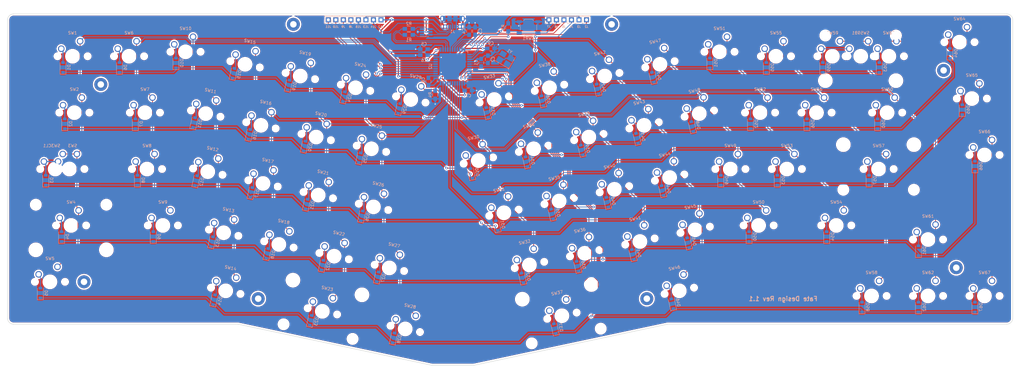
<source format=kicad_pcb>
(kicad_pcb (version 20171130) (host pcbnew "(5.1.6)-1")
  (title_block (rev 1.1))
  (layers (0 F.Cu signal) (31 B.Cu signal) (34 B.Paste user) (35 F.Paste user) (36 B.SilkS user) (37 F.SilkS user) (38 B.Mask user) (39 F.Mask user) (44 Edge.Cuts user))
  (net 0 "")
  (net 1 GND)
  (net 2 XTAL1)
  (net 3 XTAL2)
  (net 4 VCC)
  (net 5 "Net-(C4-Pad1)")
  (net 6 "Net-(D1-Pad2)")
  (net 7 /row0)
  (net 8 /row1)
  (net 9 "Net-(D2-Pad2)")
  (net 10 "Net-(D3-Pad2)")
  (net 11 /row2)
  (net 12 /row3)
  (net 13 "Net-(D4-Pad2)")
  (net 14 "Net-(D5-Pad2)")
  (net 15 /row4)
  (net 16 "Net-(D6-Pad2)")
  (net 17 "Net-(D7-Pad2)")
  (net 18 "Net-(D8-Pad2)")
  (net 19 "Net-(D9-Pad2)")
  (net 20 "Net-(D10-Pad2)")
  (net 21 "Net-(D11-Pad2)")
  (net 22 "Net-(D12-Pad2)")
  (net 23 "Net-(D13-Pad2)")
  (net 24 "Net-(D14-Pad2)")
  (net 25 "Net-(D15-Pad2)")
  (net 26 "Net-(D16-Pad2)")
  (net 27 "Net-(D17-Pad2)")
  (net 28 "Net-(D18-Pad2)")
  (net 29 "Net-(D19-Pad2)")
  (net 30 "Net-(D20-Pad2)")
  (net 31 "Net-(D21-Pad2)")
  (net 32 "Net-(D22-Pad2)")
  (net 33 "Net-(D23-Pad2)")
  (net 34 "Net-(D24-Pad2)")
  (net 35 "Net-(D25-Pad2)")
  (net 36 "Net-(D26-Pad2)")
  (net 37 "Net-(D27-Pad2)")
  (net 38 "Net-(D28-Pad2)")
  (net 39 "Net-(D29-Pad2)")
  (net 40 "Net-(D30-Pad2)")
  (net 41 "Net-(D31-Pad2)")
  (net 42 "Net-(D32-Pad2)")
  (net 43 "Net-(D33-Pad2)")
  (net 44 "Net-(D34-Pad2)")
  (net 45 "Net-(D35-Pad2)")
  (net 46 "Net-(D36-Pad2)")
  (net 47 "Net-(D37-Pad2)")
  (net 48 "Net-(D38-Pad2)")
  (net 49 "Net-(D39-Pad2)")
  (net 50 "Net-(D40-Pad2)")
  (net 51 "Net-(D41-Pad2)")
  (net 52 "Net-(D42-Pad2)")
  (net 53 "Net-(D43-Pad2)")
  (net 54 "Net-(D44-Pad2)")
  (net 55 "Net-(D45-Pad2)")
  (net 56 "Net-(D46-Pad2)")
  (net 57 "Net-(D47-Pad2)")
  (net 58 "Net-(D48-Pad2)")
  (net 59 "Net-(D49-Pad2)")
  (net 60 "Net-(D50-Pad2)")
  (net 61 "Net-(D51-Pad2)")
  (net 62 "Net-(D52-Pad2)")
  (net 63 "Net-(D53-Pad2)")
  (net 64 "Net-(D54-Pad2)")
  (net 65 "Net-(D55-Pad2)")
  (net 66 "Net-(D56-Pad2)")
  (net 67 "Net-(D57-Pad2)")
  (net 68 "Net-(D58-Pad2)")
  (net 69 "Net-(D59-Pad2)")
  (net 70 "Net-(D60-Pad2)")
  (net 71 "Net-(D61-Pad2)")
  (net 72 "Net-(D62-Pad2)")
  (net 73 "Net-(D63-Pad2)")
  (net 74 "Net-(D64-Pad2)")
  (net 75 "Net-(D65-Pad2)")
  (net 76 "Net-(D66-Pad2)")
  (net 77 "Net-(D67-Pad2)")
  (net 78 "Net-(J1-Pad3)")
  (net 79 "Net-(J1-Pad4)")
  (net 80 "Net-(J1-Pad2)")
  (net 81 /MISO)
  (net 82 /SCK)
  (net 83 /MOSI)
  (net 84 /~RES~)
  (net 85 /PF4)
  (net 86 /PF5)
  (net 87 /PF6)
  (net 88 /PF7)
  (net 89 D+)
  (net 90 D-)
  (net 91 "Net-(R4-Pad1)")
  (net 92 /col0)
  (net 93 /col1)
  (net 94 /col2)
  (net 95 /col3)
  (net 96 /col4)
  (net 97 /col5)
  (net 98 /col6)
  (net 99 /col8)
  (net 100 /col9)
  (net 101 /col10)
  (net 102 /col11)
  (net 103 /col12)
  (net 104 /col13)
  (net 105 "Net-(U1-Pad3)")
  (net 106 "Net-(U1-Pad1)")
  (net 107 "Net-(U2-Pad42)")
  (module FateParts-MXSwitch:SW_Cherry_MX_2.00u_PCB (layer F.Cu) (at 294.145 29.195)
    (fp_text reference SW59B1 (at 19.05 1.651) (layer B.SilkS) (effects (justify mirror)))
    (fp_text value SW_Push)
    (pad "" np_thru_hole circle (at 30.95 2.525) (size 3.05 3.05) (drill 3.05) (layers *.Cu *.Mask))
    (pad "" np_thru_hole circle (at 7.15 2.525) (size 3.05 3.05) (drill 3.05) (layers *.Cu *.Mask))
    (pad "" np_thru_hole circle (at 7.15 17.765) (size 4 4) (drill 4) (layers *.Cu *.Mask))
    (pad "" np_thru_hole circle (at 30.95 17.765) (size 4 4) (drill 4) (layers *.Cu *.Mask))
    (pad "" np_thru_hole circle (at 24.13 9.525) (size 1.7 1.7) (drill 1.7) (layers *.Cu *.Mask))
    (pad "" np_thru_hole circle (at 13.97 9.525) (size 1.7 1.7) (drill 1.7) (layers *.Cu *.Mask))
    (pad "" np_thru_hole circle (at 19.05 9.525) (size 4 4) (drill 4) (layers *.Cu *.Mask))
    (pad 2 thru_hole circle (at 15.24 6.985) (size 2.2 2.2) (drill 1.5) (layers *.Cu *.Mask) (net 69 "Net-(D59-Pad2)"))
    (pad 1 thru_hole circle (at 21.59 4.445) (size 2.2 2.2) (drill 1.5) (layers *.Cu *.Mask) (net 104 /col13))
  )
  (module FateParts-MXSwitch:SW_Cherry_MX_1.25u_PCB (layer F.Cu) (at 29.5875 67.295)
    (fp_text reference SW3CL1 (at 10.6969 1.651) (layer B.SilkS) (effects (justify mirror)))
    (fp_text value SW_Push)
    (pad "" np_thru_hole circle (at 16.98625 9.525) (size 1.7 1.7) (drill 1.7) (layers *.Cu *.Mask))
    (pad "" np_thru_hole circle (at 6.82625 9.525) (size 1.7 1.7) (drill 1.7) (layers *.Cu *.Mask))
    (pad "" np_thru_hole circle (at 11.90625 9.525) (size 4 4) (drill 4) (layers *.Cu *.Mask))
    (pad 2 thru_hole circle (at 8.09625 6.985) (size 2.2 2.2) (drill 1.5) (layers *.Cu *.Mask) (net 10 "Net-(D3-Pad2)"))
    (pad 1 thru_hole circle (at 14.44625 4.445) (size 2.2 2.2) (drill 1.5) (layers *.Cu *.Mask) (net 92 /col0))
  )
  (module Mounting_Holes:MountingHole_2.2mm_M2_Pad (layer F.Cu) (at 241.060266 120.60872)
    (fp_text reference H6)
    (fp_text value MountingHole)
    (pad 1 thru_hole circle (at 0 0) (size 4.4 4.4) (drill 2.2) (layers *.Cu *.Mask))
  )
  (module Mounting_Holes:MountingHole_2.2mm_M2_Pad (layer F.Cu) (at 345.449949 110.157503)
    (fp_text reference H8)
    (fp_text value MountingHole)
    (pad 1 thru_hole circle (at 0 0) (size 4.4 4.4) (drill 2.2) (layers *.Cu *.Mask))
  )
  (module Capacitors_SMD:C_0805_HandSoldering (layer B.Cu) (at 185.166 40.894 270)
    (fp_text reference C1 (at 0 1.75 270) (layer B.SilkS) (effects (justify mirror)))
    (fp_text value 22pF)
    (pad 1 smd rect (at -1.25 0 270) (size 1.5 1.25) (layers B.Cu B.Paste B.Mask) (net 1 GND))
    (pad 2 smd rect (at 1.25 0 270) (size 1.5 1.25) (layers B.Cu B.Paste B.Mask) (net 2 XTAL1))
  )
  (module Capacitors_SMD:C_0805_HandSoldering (layer B.Cu) (at 187.452 39.751 90)
    (fp_text reference C2 (at 0 1.75 90) (layer B.SilkS) (effects (justify mirror)))
    (fp_text value 22pF)
    (pad 1 smd rect (at -1.25 0 90) (size 1.5 1.25) (layers B.Cu B.Paste B.Mask) (net 3 XTAL2))
    (pad 2 smd rect (at 1.25 0 90) (size 1.5 1.25) (layers B.Cu B.Paste B.Mask) (net 1 GND))
  )
  (module Capacitors_SMD:C_0805_HandSoldering (layer B.Cu) (at 183.134 30.226 90)
    (fp_text reference C3 (at 0 1.75 90) (layer B.SilkS) (effects (justify mirror)))
    (fp_text value 10uF)
    (pad 1 smd rect (at -1.25 0 90) (size 1.5 1.25) (layers B.Cu B.Paste B.Mask) (net 4 VCC))
    (pad 2 smd rect (at 1.25 0 90) (size 1.5 1.25) (layers B.Cu B.Paste B.Mask) (net 1 GND))
  )
  (module Capacitors_SMD:C_0805_HandSoldering (layer B.Cu) (at 181.102 30.226 90)
    (fp_text reference C4 (at 0 -1.75 90) (layer B.SilkS) (effects (justify mirror)))
    (fp_text value "1uF (±10%)")
    (pad 1 smd rect (at -1.25 0 90) (size 1.5 1.25) (layers B.Cu B.Paste B.Mask) (net 5 "Net-(C4-Pad1)"))
    (pad 2 smd rect (at 1.25 0 90) (size 1.5 1.25) (layers B.Cu B.Paste B.Mask) (net 1 GND))
  )
  (module Capacitors_SMD:C_0805_HandSoldering (layer B.Cu) (at 165.882 36.322 180)
    (fp_text reference C5 (at 0 1.75 180) (layer B.SilkS) (effects (justify mirror)))
    (fp_text value 1uF)
    (pad 1 smd rect (at -1.25 0 180) (size 1.5 1.25) (layers B.Cu B.Paste B.Mask) (net 4 VCC))
    (pad 2 smd rect (at 1.25 0 180) (size 1.5 1.25) (layers B.Cu B.Paste B.Mask) (net 1 GND))
  )
  (module Capacitors_SMD:C_0805_HandSoldering (layer B.Cu) (at 165.882 38.354 180)
    (fp_text reference C6 (at 0 -1.75 180) (layer B.SilkS) (effects (justify mirror)))
    (fp_text value 0.1uF)
    (pad 1 smd rect (at -1.25 0 180) (size 1.5 1.25) (layers B.Cu B.Paste B.Mask) (net 4 VCC))
    (pad 2 smd rect (at 1.25 0 180) (size 1.5 1.25) (layers B.Cu B.Paste B.Mask) (net 1 GND))
  )
  (module Capacitors_SMD:C_0805_HandSoldering (layer B.Cu) (at 180.848 50.292)
    (fp_text reference C7 (at 0 1.75) (layer B.SilkS) (effects (justify mirror)))
    (fp_text value 0.1uF)
    (pad 1 smd rect (at -1.25 0) (size 1.5 1.25) (layers B.Cu B.Paste B.Mask) (net 4 VCC))
    (pad 2 smd rect (at 1.25 0) (size 1.5 1.25) (layers B.Cu B.Paste B.Mask) (net 1 GND))
  )
  (module Capacitors_SMD:C_0805_HandSoldering (layer B.Cu) (at 167.386 47.244 90)
    (fp_text reference C8 (at 0.5 -1.75 90) (layer B.SilkS) (effects (justify mirror)))
    (fp_text value 0.1uF)
    (pad 1 smd rect (at -1.25 0 90) (size 1.5 1.25) (layers B.Cu B.Paste B.Mask) (net 4 VCC))
    (pad 2 smd rect (at 1.25 0 90) (size 1.5 1.25) (layers B.Cu B.Paste B.Mask) (net 1 GND))
  )
  (module Capacitors_SMD:C_0805_HandSoldering (layer B.Cu) (at 188.448 36.068)
    (fp_text reference C9 (at 0 -1.75) (layer B.SilkS) (effects (justify mirror)))
    (fp_text value 0.1uF)
    (pad 1 smd rect (at -1.25 0) (size 1.5 1.25) (layers B.Cu B.Paste B.Mask) (net 4 VCC))
    (pad 2 smd rect (at 1.25 0) (size 1.5 1.25) (layers B.Cu B.Paste B.Mask) (net 1 GND))
  )
  (module Diodes_SMD:D_SOD-123 (layer B.Cu) (at 44.115 42.495 90)
    (fp_text reference D1 (at 0 2 90) (layer B.SilkS) (effects (justify mirror)))
    (fp_text value D)
    (pad 1 smd rect (at -1.65 0 90) (size 0.9 1.2) (layers B.Cu B.Paste B.Mask) (net 7 /row0))
    (pad 2 smd rect (at 1.65 0 90) (size 0.9 1.2) (layers B.Cu B.Paste B.Mask) (net 6 "Net-(D1-Pad2)"))
  )
  (module Diodes_SMD:D_SOD-123 (layer B.Cu) (at 44.715 61.545 90)
    (fp_text reference D2 (at 0 2 90) (layer B.SilkS) (effects (justify mirror)))
    (fp_text value D)
    (pad 1 smd rect (at -1.65 0 90) (size 0.9 1.2) (layers B.Cu B.Paste B.Mask) (net 8 /row1))
    (pad 2 smd rect (at 1.65 0 90) (size 0.9 1.2) (layers B.Cu B.Paste B.Mask) (net 9 "Net-(D2-Pad2)"))
  )
  (module Diodes_SMD:D_SOD-123 (layer B.Cu) (at 38.3032 80.5952 90)
    (fp_text reference D3 (at 0 2 90) (layer B.SilkS) (effects (justify mirror)))
    (fp_text value D)
    (pad 1 smd rect (at -1.65 0 90) (size 0.9 1.2) (layers B.Cu B.Paste B.Mask) (net 11 /row2))
    (pad 2 smd rect (at 1.65 0 90) (size 0.9 1.2) (layers B.Cu B.Paste B.Mask) (net 10 "Net-(D3-Pad2)"))
  )
  (module Diodes_SMD:D_SOD-123 (layer B.Cu) (at 43.61875 99.645 90)
    (fp_text reference D4 (at 0 2 90) (layer B.SilkS) (effects (justify mirror)))
    (fp_text value D)
    (pad 1 smd rect (at -1.65 0 90) (size 0.9 1.2) (layers B.Cu B.Paste B.Mask) (net 12 /row3))
    (pad 2 smd rect (at 1.65 0 90) (size 0.9 1.2) (layers B.Cu B.Paste B.Mask) (net 13 "Net-(D4-Pad2)"))
  )
  (module Diodes_SMD:D_SOD-123 (layer B.Cu) (at 36.485 118.695 90)
    (fp_text reference D5 (at 0 2 90) (layer B.SilkS) (effects (justify mirror)))
    (fp_text value D)
    (pad 1 smd rect (at -1.65 0 90) (size 0.9 1.2) (layers B.Cu B.Paste B.Mask) (net 15 /row4))
    (pad 2 smd rect (at 1.65 0 90) (size 0.9 1.2) (layers B.Cu B.Paste B.Mask) (net 14 "Net-(D5-Pad2)"))
  )
  (module Diodes_SMD:D_SOD-123 (layer B.Cu) (at 63.165 42.495 90)
    (fp_text reference D6 (at 0 2 90) (layer B.SilkS) (effects (justify mirror)))
    (fp_text value D)
    (pad 1 smd rect (at -1.65 0 90) (size 0.9 1.2) (layers B.Cu B.Paste B.Mask) (net 7 /row0))
    (pad 2 smd rect (at 1.65 0 90) (size 0.9 1.2) (layers B.Cu B.Paste B.Mask) (net 16 "Net-(D6-Pad2)"))
  )
  (module Diodes_SMD:D_SOD-123 (layer B.Cu) (at 68.525 61.545 90)
    (fp_text reference D7 (at 0 2 90) (layer B.SilkS) (effects (justify mirror)))
    (fp_text value D)
    (pad 1 smd rect (at -1.65 0 90) (size 0.9 1.2) (layers B.Cu B.Paste B.Mask) (net 8 /row1))
    (pad 2 smd rect (at 1.65 0 90) (size 0.9 1.2) (layers B.Cu B.Paste B.Mask) (net 17 "Net-(D7-Pad2)"))
  )
  (module Diodes_SMD:D_SOD-123 (layer B.Cu) (at 69.225 80.595 90)
    (fp_text reference D8 (at 0 2 90) (layer B.SilkS) (effects (justify mirror)))
    (fp_text value D)
    (pad 1 smd rect (at -1.65 0 90) (size 0.9 1.2) (layers B.Cu B.Paste B.Mask) (net 11 /row2))
    (pad 2 smd rect (at 1.65 0 90) (size 0.9 1.2) (layers B.Cu B.Paste B.Mask) (net 18 "Net-(D8-Pad2)"))
  )
  (module Diodes_SMD:D_SOD-123 (layer B.Cu) (at 74.575 99.645 90)
    (fp_text reference D9 (at 0 2 90) (layer B.SilkS) (effects (justify mirror)))
    (fp_text value D)
    (pad 1 smd rect (at -1.65 0 90) (size 0.9 1.2) (layers B.Cu B.Paste B.Mask) (net 12 /row3))
    (pad 2 smd rect (at 1.65 0 90) (size 0.9 1.2) (layers B.Cu B.Paste B.Mask) (net 19 "Net-(D9-Pad2)"))
  )
  (module Diodes_SMD:D_SOD-123 (layer B.Cu) (at 82.215 40.994615 90)
    (fp_text reference D10 (at 0 2 90) (layer B.SilkS) (effects (justify mirror)))
    (fp_text value D)
    (pad 1 smd rect (at -1.65 0 90) (size 0.9 1.2) (layers B.Cu B.Paste B.Mask) (net 7 /row0))
    (pad 2 smd rect (at 1.65 0 90) (size 0.9 1.2) (layers B.Cu B.Paste B.Mask) (net 20 "Net-(D10-Pad2)"))
  )
  (module Diodes_SMD:D_SOD-123 (layer B.Cu) (at 88.315851 61.116624 78)
    (fp_text reference D11 (at 0 2 78) (layer B.SilkS) (effects (justify mirror)))
    (fp_text value D)
    (pad 1 smd rect (at -1.65 0 78) (size 0.9 1.2) (layers B.Cu B.Paste B.Mask) (net 8 /row1))
    (pad 2 smd rect (at 1.65 0 78) (size 0.9 1.2) (layers B.Cu B.Paste B.Mask) (net 21 "Net-(D11-Pad2)"))
  )
  (module Diodes_SMD:D_SOD-123 (layer B.Cu) (at 89.013518 80.740517 78)
    (fp_text reference D12 (at 0 2 78) (layer B.SilkS) (effects (justify mirror)))
    (fp_text value D)
    (pad 1 smd rect (at -1.65 0 78) (size 0.9 1.2) (layers B.Cu B.Paste B.Mask) (net 11 /row2))
    (pad 2 smd rect (at 1.65 0 78) (size 0.9 1.2) (layers B.Cu B.Paste B.Mask) (net 22 "Net-(D12-Pad2)"))
  )
  (module Diodes_SMD:D_SOD-123 (layer B.Cu) (at 94.3696 101.354586 78)
    (fp_text reference D13 (at 0 2 78) (layer B.SilkS) (effects (justify mirror)))
    (fp_text value D)
    (pad 1 smd rect (at -1.65 0 78) (size 0.9 1.2) (layers B.Cu B.Paste B.Mask) (net 12 /row3))
    (pad 2 smd rect (at 1.65 0 78) (size 0.9 1.2) (layers B.Cu B.Paste B.Mask) (net 23 "Net-(D13-Pad2)"))
  )
  (module Diodes_SMD:D_SOD-123 (layer B.Cu) (at 95.067301 120.978474 78)
    (fp_text reference D14 (at 0 2 78) (layer B.SilkS) (effects (justify mirror)))
    (fp_text value D)
    (pad 1 smd rect (at -1.65 0 78) (size 0.9 1.2) (layers B.Cu B.Paste B.Mask) (net 15 /row4))
    (pad 2 smd rect (at 1.65 0 78) (size 0.9 1.2) (layers B.Cu B.Paste B.Mask) (net 24 "Net-(D14-Pad2)"))
  )
  (module Diodes_SMD:D_SOD-123 (layer B.Cu) (at 101.593509 44.463281 78)
    (fp_text reference D15 (at 0 2 78) (layer B.SilkS) (effects (justify mirror)))
    (fp_text value D)
    (pad 1 smd rect (at -1.65 0 78) (size 0.9 1.2) (layers B.Cu B.Paste B.Mask) (net 7 /row0))
    (pad 2 smd rect (at 1.65 0 78) (size 0.9 1.2) (layers B.Cu B.Paste B.Mask) (net 25 "Net-(D15-Pad2)"))
  )
  (module Diodes_SMD:D_SOD-123 (layer B.Cu) (at 106.949561 65.07735 78)
    (fp_text reference D16 (at 0 2 78) (layer B.SilkS) (effects (justify mirror)))
    (fp_text value D)
    (pad 1 smd rect (at -1.65 0 78) (size 0.9 1.2) (layers B.Cu B.Paste B.Mask) (net 8 /row1))
    (pad 2 smd rect (at 1.65 0 78) (size 0.9 1.2) (layers B.Cu B.Paste B.Mask) (net 26 "Net-(D16-Pad2)"))
  )
  (module Diodes_SMD:D_SOD-123 (layer B.Cu) (at 107.647228 84.701244 78)
    (fp_text reference D17 (at 0 2 78) (layer B.SilkS) (effects (justify mirror)))
    (fp_text value D)
    (pad 1 smd rect (at -1.65 0 78) (size 0.9 1.2) (layers B.Cu B.Paste B.Mask) (net 11 /row2))
    (pad 2 smd rect (at 1.65 0 78) (size 0.9 1.2) (layers B.Cu B.Paste B.Mask) (net 27 "Net-(D17-Pad2)"))
  )
  (module Diodes_SMD:D_SOD-123 (layer B.Cu) (at 113.00331 105.315312 78)
    (fp_text reference D18 (at 0 2 78) (layer B.SilkS) (effects (justify mirror)))
    (fp_text value D)
    (pad 1 smd rect (at -1.65 0 78) (size 0.9 1.2) (layers B.Cu B.Paste B.Mask) (net 12 /row3))
    (pad 2 smd rect (at 1.65 0 78) (size 0.9 1.2) (layers B.Cu B.Paste B.Mask) (net 28 "Net-(D18-Pad2)"))
  )
  (module Diodes_SMD:D_SOD-123 (layer B.Cu) (at 120.22722 48.423999 78)
    (fp_text reference D19 (at 0 2 78) (layer B.SilkS) (effects (justify mirror)))
    (fp_text value D)
    (pad 1 smd rect (at -1.65 0 78) (size 0.9 1.2) (layers B.Cu B.Paste B.Mask) (net 7 /row0))
    (pad 2 smd rect (at 1.65 0 78) (size 0.9 1.2) (layers B.Cu B.Paste B.Mask) (net 29 "Net-(D19-Pad2)"))
  )
  (module Diodes_SMD:D_SOD-123 (layer B.Cu) (at 125.583271 69.038077 78)
    (fp_text reference D20 (at 0 2 78) (layer B.SilkS) (effects (justify mirror)))
    (fp_text value D)
    (pad 1 smd rect (at -1.65 0 78) (size 0.9 1.2) (layers B.Cu B.Paste B.Mask) (net 8 /row1))
    (pad 2 smd rect (at 1.65 0 78) (size 0.9 1.2) (layers B.Cu B.Paste B.Mask) (net 30 "Net-(D20-Pad2)"))
  )
  (module Diodes_SMD:D_SOD-123 (layer B.Cu) (at 126.280938 88.661971 78)
    (fp_text reference D21 (at 0 2 78) (layer B.SilkS) (effects (justify mirror)))
    (fp_text value D)
    (pad 1 smd rect (at -1.65 0 78) (size 0.9 1.2) (layers B.Cu B.Paste B.Mask) (net 11 /row2))
    (pad 2 smd rect (at 1.65 0 78) (size 0.9 1.2) (layers B.Cu B.Paste B.Mask) (net 31 "Net-(D21-Pad2)"))
  )
  (module Diodes_SMD:D_SOD-123 (layer B.Cu) (at 131.637019 109.276039 78)
    (fp_text reference D22 (at 0 2 78) (layer B.SilkS) (effects (justify mirror)))
    (fp_text value D)
    (pad 1 smd rect (at -1.65 0 78) (size 0.9 1.2) (layers B.Cu B.Paste B.Mask) (net 12 /row3))
    (pad 2 smd rect (at 1.65 0 78) (size 0.9 1.2) (layers B.Cu B.Paste B.Mask) (net 32 "Net-(D22-Pad2)"))
  )
  (module Diodes_SMD:D_SOD-123 (layer B.Cu) (at 127.676293 127.909749 78)
    (fp_text reference D23 (at 0 2 78) (layer B.SilkS) (effects (justify mirror)))
    (fp_text value D)
    (pad 1 smd rect (at -1.65 0 78) (size 0.9 1.2) (layers B.Cu B.Paste B.Mask) (net 15 /row4))
    (pad 2 smd rect (at 1.65 0 78) (size 0.9 1.2) (layers B.Cu B.Paste B.Mask) (net 33 "Net-(D23-Pad2)"))
  )
  (module Diodes_SMD:D_SOD-123 (layer B.Cu) (at 138.860932 52.384717 78)
    (fp_text reference D24 (at 0 2 78) (layer B.SilkS) (effects (justify mirror)))
    (fp_text value D)
    (pad 1 smd rect (at -1.65 0 78) (size 0.9 1.2) (layers B.Cu B.Paste B.Mask) (net 7 /row0))
    (pad 2 smd rect (at 1.65 0 78) (size 0.9 1.2) (layers B.Cu B.Paste B.Mask) (net 34 "Net-(D24-Pad2)"))
  )
  (module Diodes_SMD:D_SOD-123 (layer B.Cu) (at 144.216981 72.998804 78)
    (fp_text reference D25 (at 0 2 78) (layer B.SilkS) (effects (justify mirror)))
    (fp_text value D)
    (pad 1 smd rect (at -1.65 0 78) (size 0.9 1.2) (layers B.Cu B.Paste B.Mask) (net 8 /row1))
    (pad 2 smd rect (at 1.65 0 78) (size 0.9 1.2) (layers B.Cu B.Paste B.Mask) (net 35 "Net-(D25-Pad2)"))
  )
  (module Diodes_SMD:D_SOD-123 (layer B.Cu) (at 144.914648 92.622698 78)
    (fp_text reference D26 (at 0 2 78) (layer B.SilkS) (effects (justify mirror)))
    (fp_text value D)
    (pad 1 smd rect (at -1.65 0 78) (size 0.9 1.2) (layers B.Cu B.Paste B.Mask) (net 11 /row2))
    (pad 2 smd rect (at 1.65 0 78) (size 0.9 1.2) (layers B.Cu B.Paste B.Mask) (net 36 "Net-(D26-Pad2)"))
  )
  (module Diodes_SMD:D_SOD-123 (layer B.Cu) (at 150.270729 113.236766 78)
    (fp_text reference D27 (at 0 2 78) (layer B.SilkS) (effects (justify mirror)))
    (fp_text value D)
    (pad 1 smd rect (at -1.65 0 78) (size 0.9 1.2) (layers B.Cu B.Paste B.Mask) (net 12 /row3))
    (pad 2 smd rect (at 1.65 0 78) (size 0.9 1.2) (layers B.Cu B.Paste B.Mask) (net 37 "Net-(D27-Pad2)"))
  )
  (module Diodes_SMD:D_SOD-123 (layer B.Cu) (at 155.626866 133.850795 78)
    (fp_text reference D28 (at 0 2 78) (layer B.SilkS) (effects (justify mirror)))
    (fp_text value D)
    (pad 1 smd rect (at -1.65 0 78) (size 0.9 1.2) (layers B.Cu B.Paste B.Mask) (net 15 /row4))
    (pad 2 smd rect (at 1.65 0 78) (size 0.9 1.2) (layers B.Cu B.Paste B.Mask) (net 38 "Net-(D28-Pad2)"))
  )
  (module Diodes_SMD:D_SOD-123 (layer B.Cu) (at 157.494644 56.345434 78)
    (fp_text reference D29 (at 0 2 78) (layer B.SilkS) (effects (justify mirror)))
    (fp_text value D)
    (pad 1 smd rect (at -1.65 0 78) (size 0.9 1.2) (layers B.Cu B.Paste B.Mask) (net 7 /row0))
    (pad 2 smd rect (at 1.65 0 78) (size 0.9 1.2) (layers B.Cu B.Paste B.Mask) (net 39 "Net-(D29-Pad2)"))
  )
  (module Diodes_SMD:D_SOD-123 (layer B.Cu) (at 181.863423 78.299527 102)
    (fp_text reference D30 (at 0 2 102) (layer B.SilkS) (effects (justify mirror)))
    (fp_text value D)
    (pad 1 smd rect (at -1.65 0 102) (size 0.9 1.2) (layers B.Cu B.Paste B.Mask) (net 8 /row1))
    (pad 2 smd rect (at 1.65 0 102) (size 0.9 1.2) (layers B.Cu B.Paste B.Mask) (net 40 "Net-(D30-Pad2)"))
  )
  (module Diodes_SMD:D_SOD-123 (layer B.Cu) (at 190.482544 95.943079 102)
    (fp_text reference D31 (at 0 2 102) (layer B.SilkS) (effects (justify mirror)))
    (fp_text value D)
    (pad 1 smd rect (at -1.65 0 102) (size 0.9 1.2) (layers B.Cu B.Paste B.Mask) (net 11 /row2))
    (pad 2 smd rect (at 1.65 0 102) (size 0.9 1.2) (layers B.Cu B.Paste B.Mask) (net 41 "Net-(D31-Pad2)"))
  )
  (module Diodes_SMD:D_SOD-123 (layer B.Cu) (at 199.101665 113.586631 102)
    (fp_text reference D32 (at 0 2 102) (layer B.SilkS) (effects (justify mirror)))
    (fp_text value D)
    (pad 1 smd rect (at -1.65 0 102) (size 0.9 1.2) (layers B.Cu B.Paste B.Mask) (net 12 /row3))
    (pad 2 smd rect (at 1.65 0 102) (size 0.9 1.2) (layers B.Cu B.Paste B.Mask) (net 42 "Net-(D32-Pad2)"))
  )
  (module Diodes_SMD:D_SOD-123 (layer B.Cu) (at 187.21965 57.685428 102)
    (fp_text reference D33 (at 0 2 102) (layer B.SilkS) (effects (justify mirror)))
    (fp_text value D)
    (pad 1 smd rect (at -1.65 0 102) (size 0.9 1.2) (layers B.Cu B.Paste B.Mask) (net 7 /row0))
    (pad 2 smd rect (at 1.65 0 102) (size 0.9 1.2) (layers B.Cu B.Paste B.Mask) (net 43 "Net-(D33-Pad2)"))
  )
  (module Diodes_SMD:D_SOD-123 (layer B.Cu) (at 200.497134 74.338809 102)
    (fp_text reference D34 (at 0 2 102) (layer B.SilkS) (effects (justify mirror)))
    (fp_text value D)
    (pad 1 smd rect (at -1.65 0 102) (size 0.9 1.2) (layers B.Cu B.Paste B.Mask) (net 8 /row1))
    (pad 2 smd rect (at 1.65 0 102) (size 0.9 1.2) (layers B.Cu B.Paste B.Mask) (net 44 "Net-(D34-Pad2)"))
  )
  (module Diodes_SMD:D_SOD-123 (layer B.Cu) (at 209.116255 91.982361 102)
    (fp_text reference D35 (at 0 2 102) (layer B.SilkS) (effects (justify mirror)))
    (fp_text value D)
    (pad 1 smd rect (at -1.65 0 102) (size 0.9 1.2) (layers B.Cu B.Paste B.Mask) (net 11 /row2))
    (pad 2 smd rect (at 1.65 0 102) (size 0.9 1.2) (layers B.Cu B.Paste B.Mask) (net 45 "Net-(D35-Pad2)"))
  )
  (module Diodes_SMD:D_SOD-123 (layer B.Cu) (at 217.735377 109.625913 102)
    (fp_text reference D36 (at 0 2 102) (layer B.SilkS) (effects (justify mirror)))
    (fp_text value D)
    (pad 1 smd rect (at -1.65 0 102) (size 0.9 1.2) (layers B.Cu B.Paste B.Mask) (net 12 /row3))
    (pad 2 smd rect (at 1.65 0 102) (size 0.9 1.2) (layers B.Cu B.Paste B.Mask) (net 46 "Net-(D36-Pad2)"))
  )
  (module Diodes_SMD:D_SOD-123 (layer B.Cu) (at 210.050066 130.735038 102)
    (fp_text reference D37 (at 0 2 102) (layer B.SilkS) (effects (justify mirror)))
    (fp_text value D)
    (pad 1 smd rect (at -1.65 0 102) (size 0.9 1.2) (layers B.Cu B.Paste B.Mask) (net 15 /row4))
    (pad 2 smd rect (at 1.65 0 102) (size 0.9 1.2) (layers B.Cu B.Paste B.Mask) (net 47 "Net-(D37-Pad2)"))
  )
  (module Diodes_SMD:D_SOD-123 (layer B.Cu) (at 205.853362 53.72471 102)
    (fp_text reference D38 (at 0 2 102) (layer B.SilkS) (effects (justify mirror)))
    (fp_text value D)
    (pad 1 smd rect (at -1.65 0 102) (size 0.9 1.2) (layers B.Cu B.Paste B.Mask) (net 7 /row0))
    (pad 2 smd rect (at 1.65 0 102) (size 0.9 1.2) (layers B.Cu B.Paste B.Mask) (net 48 "Net-(D38-Pad2)"))
  )
  (module Diodes_SMD:D_SOD-123 (layer B.Cu) (at 219.130846 70.378092 102)
    (fp_text reference D39 (at 0 2 102) (layer B.SilkS) (effects (justify mirror)))
    (fp_text value D)
    (pad 1 smd rect (at -1.65 0 102) (size 0.9 1.2) (layers B.Cu B.Paste B.Mask) (net 8 /row1))
    (pad 2 smd rect (at 1.65 0 102) (size 0.9 1.2) (layers B.Cu B.Paste B.Mask) (net 49 "Net-(D39-Pad2)"))
  )
  (module Diodes_SMD:D_SOD-123 (layer B.Cu) (at 227.749967 88.021644 102)
    (fp_text reference D40 (at 0 2 102) (layer B.SilkS) (effects (justify mirror)))
    (fp_text value D)
    (pad 1 smd rect (at -1.65 0 102) (size 0.9 1.2) (layers B.Cu B.Paste B.Mask) (net 11 /row2))
    (pad 2 smd rect (at 1.65 0 102) (size 0.9 1.2) (layers B.Cu B.Paste B.Mask) (net 50 "Net-(D40-Pad2)"))
  )
  (module Diodes_SMD:D_SOD-123 (layer B.Cu) (at 236.369088 105.665196 102)
    (fp_text reference D41 (at 0 2 102) (layer B.SilkS) (effects (justify mirror)))
    (fp_text value D)
    (pad 1 smd rect (at -1.65 0 102) (size 0.9 1.2) (layers B.Cu B.Paste B.Mask) (net 12 /row3))
    (pad 2 smd rect (at 1.65 0 102) (size 0.9 1.2) (layers B.Cu B.Paste B.Mask) (net 51 "Net-(D41-Pad2)"))
  )
  (module Diodes_SMD:D_SOD-123 (layer B.Cu) (at 224.487074 49.763993 102)
    (fp_text reference D42 (at 0 2 102) (layer B.SilkS) (effects (justify mirror)))
    (fp_text value D)
    (pad 1 smd rect (at -1.65 0 102) (size 0.9 1.2) (layers B.Cu B.Paste B.Mask) (net 7 /row0))
    (pad 2 smd rect (at 1.65 0 102) (size 0.9 1.2) (layers B.Cu B.Paste B.Mask) (net 52 "Net-(D42-Pad2)"))
  )
  (module Diodes_SMD:D_SOD-123 (layer B.Cu) (at 237.764558 66.417374 102)
    (fp_text reference D43 (at 0 2 102) (layer B.SilkS) (effects (justify mirror)))
    (fp_text value D)
    (pad 1 smd rect (at -1.65 0 102) (size 0.9 1.2) (layers B.Cu B.Paste B.Mask) (net 8 /row1))
    (pad 2 smd rect (at 1.65 0 102) (size 0.9 1.2) (layers B.Cu B.Paste B.Mask) (net 53 "Net-(D43-Pad2)"))
  )
  (module Diodes_SMD:D_SOD-123 (layer B.Cu) (at 246.383679 84.060926 102)
    (fp_text reference D44 (at 0 2 102) (layer B.SilkS) (effects (justify mirror)))
    (fp_text value D)
    (pad 1 smd rect (at -1.65 0 102) (size 0.9 1.2) (layers B.Cu B.Paste B.Mask) (net 11 /row2))
    (pad 2 smd rect (at 1.65 0 102) (size 0.9 1.2) (layers B.Cu B.Paste B.Mask) (net 54 "Net-(D44-Pad2)"))
  )
  (module Diodes_SMD:D_SOD-123 (layer B.Cu) (at 255.0028 101.704478 102)
    (fp_text reference D45 (at 0 2 102) (layer B.SilkS) (effects (justify mirror)))
    (fp_text value D)
    (pad 1 smd rect (at -1.65 0 102) (size 0.9 1.2) (layers B.Cu B.Paste B.Mask) (net 12 /row3))
    (pad 2 smd rect (at 1.65 0 102) (size 0.9 1.2) (layers B.Cu B.Paste B.Mask) (net 55 "Net-(D45-Pad2)"))
  )
  (module Diodes_SMD:D_SOD-123 (layer B.Cu) (at 249.646702 122.318526 102)
    (fp_text reference D46 (at 0 2 102) (layer B.SilkS) (effects (justify mirror)))
    (fp_text value D)
    (pad 1 smd rect (at -1.65 0 102) (size 0.9 1.2) (layers B.Cu B.Paste B.Mask) (net 15 /row4))
    (pad 2 smd rect (at 1.65 0 102) (size 0.9 1.2) (layers B.Cu B.Paste B.Mask) (net 56 "Net-(D46-Pad2)"))
  )
  (module Diodes_SMD:D_SOD-123 (layer B.Cu) (at 243.120785 45.803275 102)
    (fp_text reference D47 (at 0 2 102) (layer B.SilkS) (effects (justify mirror)))
    (fp_text value D)
    (pad 1 smd rect (at -1.65 0 102) (size 0.9 1.2) (layers B.Cu B.Paste B.Mask) (net 7 /row0))
    (pad 2 smd rect (at 1.65 0 102) (size 0.9 1.2) (layers B.Cu B.Paste B.Mask) (net 57 "Net-(D47-Pad2)"))
  )
  (module Diodes_SMD:D_SOD-123 (layer B.Cu) (at 256.39827 62.456656 102)
    (fp_text reference D48 (at 0 2 102) (layer B.SilkS) (effects (justify mirror)))
    (fp_text value D)
    (pad 1 smd rect (at -1.65 0 102) (size 0.9 1.2) (layers B.Cu B.Paste B.Mask) (net 8 /row1))
    (pad 2 smd rect (at 1.65 0 102) (size 0.9 1.2) (layers B.Cu B.Paste B.Mask) (net 58 "Net-(D48-Pad2)"))
  )
  (module Diodes_SMD:D_SOD-123 (layer B.Cu) (at 266.025 80.595 90)
    (fp_text reference D49 (at 0 2 90) (layer B.SilkS) (effects (justify mirror)))
    (fp_text value D)
    (pad 1 smd rect (at -1.65 0 90) (size 0.9 1.2) (layers B.Cu B.Paste B.Mask) (net 11 /row2))
    (pad 2 smd rect (at 1.65 0 90) (size 0.9 1.2) (layers B.Cu B.Paste B.Mask) (net 59 "Net-(D49-Pad2)"))
  )
  (module Diodes_SMD:D_SOD-123 (layer B.Cu) (at 275.550019 99.644998 90)
    (fp_text reference D50 (at 0 2 90) (layer B.SilkS) (effects (justify mirror)))
    (fp_text value D)
    (pad 1 smd rect (at -1.65 0 90) (size 0.9 1.2) (layers B.Cu B.Paste B.Mask) (net 12 /row3))
    (pad 2 smd rect (at 1.65 0 90) (size 0.9 1.2) (layers B.Cu B.Paste B.Mask) (net 60 "Net-(D50-Pad2)"))
  )
  (module Diodes_SMD:D_SOD-123 (layer B.Cu) (at 262.345 40.994615 90)
    (fp_text reference D51 (at 0 2 90) (layer B.SilkS) (effects (justify mirror)))
    (fp_text value D)
    (pad 1 smd rect (at -1.65 0 90) (size 0.9 1.2) (layers B.Cu B.Paste B.Mask) (net 7 /row0))
    (pad 2 smd rect (at 1.65 0 90) (size 0.9 1.2) (layers B.Cu B.Paste B.Mask) (net 61 "Net-(D51-Pad2)"))
  )
  (module Diodes_SMD:D_SOD-123 (layer B.Cu) (at 276.035 61.545 90)
    (fp_text reference D52 (at 0 2 90) (layer B.SilkS) (effects (justify mirror)))
    (fp_text value D)
    (pad 1 smd rect (at -1.65 0 90) (size 0.9 1.2) (layers B.Cu B.Paste B.Mask) (net 8 /row1))
    (pad 2 smd rect (at 1.65 0 90) (size 0.9 1.2) (layers B.Cu B.Paste B.Mask) (net 62 "Net-(D52-Pad2)"))
  )
  (module Diodes_SMD:D_SOD-123 (layer B.Cu) (at 285.075 80.595 90)
    (fp_text reference D53 (at 0 2 90) (layer B.SilkS) (effects (justify mirror)))
    (fp_text value D)
    (pad 1 smd rect (at -1.65 0 90) (size 0.9 1.2) (layers B.Cu B.Paste B.Mask) (net 11 /row2))
    (pad 2 smd rect (at 1.65 0 90) (size 0.9 1.2) (layers B.Cu B.Paste B.Mask) (net 63 "Net-(D53-Pad2)"))
  )
  (module Diodes_SMD:D_SOD-123 (layer B.Cu) (at 301.743769 99.644998 90)
    (fp_text reference D54 (at 0 2 90) (layer B.SilkS) (effects (justify mirror)))
    (fp_text value D)
    (pad 1 smd rect (at -1.65 0 90) (size 0.9 1.2) (layers B.Cu B.Paste B.Mask) (net 12 /row3))
    (pad 2 smd rect (at 1.65 0 90) (size 0.9 1.2) (layers B.Cu B.Paste B.Mask) (net 64 "Net-(D54-Pad2)"))
  )
  (module Diodes_SMD:D_SOD-123 (layer B.Cu) (at 281.395 42.495 90)
    (fp_text reference D55 (at 0 2 90) (layer B.SilkS) (effects (justify mirror)))
    (fp_text value D)
    (pad 1 smd rect (at -1.65 0 90) (size 0.9 1.2) (layers B.Cu B.Paste B.Mask) (net 7 /row0))
    (pad 2 smd rect (at 1.65 0 90) (size 0.9 1.2) (layers B.Cu B.Paste B.Mask) (net 65 "Net-(D55-Pad2)"))
  )
  (module Diodes_SMD:D_SOD-123 (layer B.Cu) (at 295.085 61.545 90)
    (fp_text reference D56 (at 0 2 90) (layer B.SilkS) (effects (justify mirror)))
    (fp_text value D)
    (pad 1 smd rect (at -1.65 0 90) (size 0.9 1.2) (layers B.Cu B.Paste B.Mask) (net 8 /row1))
    (pad 2 smd rect (at 1.65 0 90) (size 0.9 1.2) (layers B.Cu B.Paste B.Mask) (net 66 "Net-(D56-Pad2)"))
  )
  (module Diodes_SMD:D_SOD-123 (layer B.Cu) (at 316.03125 80.595 90)
    (fp_text reference D57 (at 0 2 90) (layer B.SilkS) (effects (justify mirror)))
    (fp_text value D)
    (pad 1 smd rect (at -1.65 0 90) (size 0.9 1.2) (layers B.Cu B.Paste B.Mask) (net 11 /row2))
    (pad 2 smd rect (at 1.65 0 90) (size 0.9 1.2) (layers B.Cu B.Paste B.Mask) (net 67 "Net-(D57-Pad2)"))
  )
  (module Diodes_SMD:D_SOD-123 (layer B.Cu) (at 313.649949 123.457503 90)
    (fp_text reference D58 (at 0 2 90) (layer B.SilkS) (effects (justify mirror)))
    (fp_text value D)
    (pad 1 smd rect (at -1.65 0 90) (size 0.9 1.2) (layers B.Cu B.Paste B.Mask) (net 15 /row4))
    (pad 2 smd rect (at 1.65 0 90) (size 0.9 1.2) (layers B.Cu B.Paste B.Mask) (net 68 "Net-(D58-Pad2)"))
  )
  (module Diodes_SMD:D_SOD-123 (layer B.Cu) (at 300.445 42.495 90)
    (fp_text reference D59 (at 0 2 90) (layer B.SilkS) (effects (justify mirror)))
    (fp_text value D)
    (pad 1 smd rect (at -1.65 0 90) (size 0.9 1.2) (layers B.Cu B.Paste B.Mask) (net 7 /row0))
    (pad 2 smd rect (at 1.65 0 90) (size 0.9 1.2) (layers B.Cu B.Paste B.Mask) (net 69 "Net-(D59-Pad2)"))
  )
  (module Diodes_SMD:D_SOD-123 (layer B.Cu) (at 318.905 61.545 90)
    (fp_text reference D60 (at 0 2 90) (layer B.SilkS) (effects (justify mirror)))
    (fp_text value D)
    (pad 1 smd rect (at -1.65 0 90) (size 0.9 1.2) (layers B.Cu B.Paste B.Mask) (net 8 /row1))
    (pad 2 smd rect (at 1.65 0 90) (size 0.9 1.2) (layers B.Cu B.Paste B.Mask) (net 70 "Net-(D60-Pad2)"))
  )
  (module Diodes_SMD:D_SOD-123 (layer B.Cu) (at 332.699949 104.407503 90)
    (fp_text reference D61 (at 0 2 90) (layer B.SilkS) (effects (justify mirror)))
    (fp_text value D)
    (pad 1 smd rect (at -1.65 0 90) (size 0.9 1.2) (layers B.Cu B.Paste B.Mask) (net 12 /row3))
    (pad 2 smd rect (at 1.65 0 90) (size 0.9 1.2) (layers B.Cu B.Paste B.Mask) (net 71 "Net-(D61-Pad2)"))
  )
  (module Diodes_SMD:D_SOD-123 (layer B.Cu) (at 332.699949 123.457503 90)
    (fp_text reference D62 (at 0 2 90) (layer B.SilkS) (effects (justify mirror)))
    (fp_text value D)
    (pad 1 smd rect (at -1.65 0 90) (size 0.9 1.2) (layers B.Cu B.Paste B.Mask) (net 15 /row4))
    (pad 2 smd rect (at 1.65 0 90) (size 0.9 1.2) (layers B.Cu B.Paste B.Mask) (net 72 "Net-(D62-Pad2)"))
  )
  (module Diodes_SMD:D_SOD-123 (layer B.Cu) (at 319.495 42.495 90)
    (fp_text reference D63 (at 0 2 90) (layer B.SilkS) (effects (justify mirror)))
    (fp_text value D)
    (pad 1 smd rect (at -1.65 0 90) (size 0.9 1.2) (layers B.Cu B.Paste B.Mask) (net 7 /row0))
    (pad 2 smd rect (at 1.65 0 90) (size 0.9 1.2) (layers B.Cu B.Paste B.Mask) (net 73 "Net-(D63-Pad2)"))
  )
  (module Diodes_SMD:D_SOD-123 (layer B.Cu) (at 343.307542 37.732509 90)
    (fp_text reference D64 (at 0 2 90) (layer B.SilkS) (effects (justify mirror)))
    (fp_text value D)
    (pad 1 smd rect (at -1.65 0 90) (size 0.9 1.2) (layers B.Cu B.Paste B.Mask) (net 8 /row1))
    (pad 2 smd rect (at 1.65 0 90) (size 0.9 1.2) (layers B.Cu B.Paste B.Mask) (net 74 "Net-(D64-Pad2)"))
  )
  (module Diodes_SMD:D_SOD-123 (layer B.Cu) (at 347.48 56.782516 90)
    (fp_text reference D65 (at 0 2 90) (layer B.SilkS) (effects (justify mirror)))
    (fp_text value D)
    (pad 1 smd rect (at -1.65 0 90) (size 0.9 1.2) (layers B.Cu B.Paste B.Mask) (net 11 /row2))
    (pad 2 smd rect (at 1.65 0 90) (size 0.9 1.2) (layers B.Cu B.Paste B.Mask) (net 75 "Net-(D65-Pad2)"))
  )
  (module Diodes_SMD:D_SOD-123 (layer B.Cu) (at 351.749949 75.832519 90)
    (fp_text reference D66 (at 0 2 90) (layer B.SilkS) (effects (justify mirror)))
    (fp_text value D)
    (pad 1 smd rect (at -1.65 0 90) (size 0.9 1.2) (layers B.Cu B.Paste B.Mask) (net 12 /row3))
    (pad 2 smd rect (at 1.65 0 90) (size 0.9 1.2) (layers B.Cu B.Paste B.Mask) (net 76 "Net-(D66-Pad2)"))
  )
  (module Diodes_SMD:D_SOD-123 (layer B.Cu) (at 351.749949 123.457503 90)
    (fp_text reference D67 (at 0 2 90) (layer B.SilkS) (effects (justify mirror)))
    (fp_text value D)
    (pad 1 smd rect (at -1.65 0 90) (size 0.9 1.2) (layers B.Cu B.Paste B.Mask) (net 15 /row4))
    (pad 2 smd rect (at 1.65 0 90) (size 0.9 1.2) (layers B.Cu B.Paste B.Mask) (net 77 "Net-(D67-Pad2)"))
  )
  (module Connectors_USB:USB_Micro-B_Molex-105017-0001 (layer B.Cu) (at 175.509855 26.358)
    (fp_text reference J1 (at 0 4) (layer B.SilkS) (effects (justify mirror)))
    (fp_text value USB_B_Micro)
    (pad 6 smd rect (at 1 -0.35) (size 1.5 1.9) (layers B.Cu B.Paste B.Mask) (net 1 GND))
    (pad 6 thru_hole circle (at -2.5 2.35) (size 1.45 1.45) (drill 0.85) (layers *.Cu *.Mask) (net 1 GND))
    (pad 2 smd rect (at -0.65 2.35) (size 0.4 1.35) (layers B.Cu B.Paste B.Mask) (net 80 "Net-(J1-Pad2)"))
    (pad 1 smd rect (at -1.3 2.35) (size 0.4 1.35) (layers B.Cu B.Paste B.Mask) (net 4 VCC))
    (pad 5 smd rect (at 1.3 2.35) (size 0.4 1.35) (layers B.Cu B.Paste B.Mask) (net 1 GND))
    (pad 4 smd rect (at 0.65 2.35) (size 0.4 1.35) (layers B.Cu B.Paste B.Mask) (net 79 "Net-(J1-Pad4)"))
    (pad 3 smd rect (at 0 2.35) (size 0.4 1.35) (layers B.Cu B.Paste B.Mask) (net 78 "Net-(J1-Pad3)"))
    (pad 6 thru_hole circle (at 2.5 2.35) (size 1.45 1.45) (drill 0.85) (layers *.Cu *.Mask) (net 1 GND))
    (pad 6 smd rect (at -1 -0.35) (size 1.5 1.9) (layers B.Cu B.Paste B.Mask) (net 1 GND))
    (pad 6 thru_hole oval (at -3.5 -0.35 180) (size 1.2 1.9) (drill oval 0.6 1.3) (layers *.Cu *.Mask) (net 1 GND))
    (pad 6 thru_hole oval (at 3.5 -0.35) (size 1.2 1.9) (drill oval 0.6 1.3) (layers *.Cu *.Mask) (net 1 GND))
    (pad 6 smd rect (at 2.9 -0.35) (size 1.2 1.9) (layers B.Cu B.Mask) (net 1 GND))
    (pad 6 smd rect (at -2.9 -0.35) (size 1.2 1.9) (layers B.Cu B.Mask) (net 1 GND))
  )
  (module Pin_Headers:Pin_Header_Straight_1x01_Pitch2.54mm (layer B.Cu) (at 220.726 26.416)
    (fp_text reference J2 (at 0 2.33) (layer B.SilkS) (effects (font (size 0.7 0.7)) (justify mirror)))
    (fp_text value MISO)
    (pad 1 thru_hole rect (at 0 0) (size 1.7 1.7) (drill 1) (layers *.Cu *.Mask) (net 81 /MISO))
  )
  (module Pin_Headers:Pin_Header_Straight_1x01_Pitch2.54mm (layer B.Cu) (at 218.186 26.416)
    (fp_text reference J3 (at 0 2.33) (layer B.SilkS) (effects (font (size 0.7 0.7)) (justify mirror)))
    (fp_text value VCC)
    (pad 1 thru_hole rect (at 0 0) (size 1.7 1.7) (drill 1) (layers *.Cu *.Mask) (net 4 VCC))
  )
  (module Pin_Headers:Pin_Header_Straight_1x01_Pitch2.54mm (layer B.Cu) (at 215.646 26.416)
    (fp_text reference J4 (at 0 2.33) (layer B.SilkS) (effects (font (size 0.7 0.7)) (justify mirror)))
    (fp_text value SCK)
    (pad 1 thru_hole rect (at 0 0) (size 1.7 1.7) (drill 1) (layers *.Cu *.Mask) (net 82 /SCK))
  )
  (module Pin_Headers:Pin_Header_Straight_1x01_Pitch2.54mm (layer B.Cu) (at 213.106 26.416)
    (fp_text reference J5 (at 0 2.33) (layer B.SilkS) (effects (font (size 0.7 0.7)) (justify mirror)))
    (fp_text value MOSI)
    (pad 1 thru_hole rect (at 0 0) (size 1.7 1.7) (drill 1) (layers *.Cu *.Mask) (net 83 /MOSI))
  )
  (module Pin_Headers:Pin_Header_Straight_1x01_Pitch2.54mm (layer B.Cu) (at 210.566 26.416)
    (fp_text reference J6 (at 0 2.33) (layer B.SilkS) (effects (font (size 0.7 0.7)) (justify mirror)))
    (fp_text value RES)
    (pad 1 thru_hole rect (at 0 0) (size 1.7 1.7) (drill 1) (layers *.Cu *.Mask) (net 84 /~RES~))
  )
  (module Pin_Headers:Pin_Header_Straight_1x01_Pitch2.54mm (layer B.Cu) (at 208.026 26.416)
    (fp_text reference J7 (at 0 2.33) (layer B.SilkS) (effects (font (size 0.7 0.7)) (justify mirror)))
    (fp_text value GND)
    (pad 1 thru_hole rect (at 0 0) (size 1.7 1.7) (drill 1) (layers *.Cu *.Mask) (net 1 GND))
  )
  (module Pin_Headers:Pin_Header_Straight_1x01_Pitch2.54mm (layer B.Cu) (at 141.224 26.416)
    (fp_text reference J8 (at 0 2.33) (layer B.SilkS) (effects (font (size 0.7 0.7)) (justify mirror)))
    (fp_text value PF4)
    (pad 1 thru_hole rect (at 0 0) (size 1.7 1.7) (drill 1) (layers *.Cu *.Mask) (net 85 /PF4))
  )
  (module Pin_Headers:Pin_Header_Straight_1x01_Pitch2.54mm (layer B.Cu) (at 138.684 26.416)
    (fp_text reference J9 (at 0 2.33) (layer B.SilkS) (effects (font (size 0.7 0.7)) (justify mirror)))
    (fp_text value PF5)
    (pad 1 thru_hole rect (at 0 0) (size 1.7 1.7) (drill 1) (layers *.Cu *.Mask) (net 86 /PF5))
  )
  (module Pin_Headers:Pin_Header_Straight_1x01_Pitch2.54mm (layer B.Cu) (at 136.144 26.416)
    (fp_text reference J10 (at 0 2.33) (layer B.SilkS) (effects (font (size 0.7 0.7)) (justify mirror)))
    (fp_text value PF6)
    (pad 1 thru_hole rect (at 0 0) (size 1.7 1.7) (drill 1) (layers *.Cu *.Mask) (net 87 /PF6))
  )
  (module Pin_Headers:Pin_Header_Straight_1x01_Pitch2.54mm (layer B.Cu) (at 133.604 26.416)
    (fp_text reference J11 (at 0 2.33) (layer B.SilkS) (effects (font (size 0.7 0.7)) (justify mirror)))
    (fp_text value PF7)
    (pad 1 thru_hole rect (at 0 0) (size 1.7 1.7) (drill 1) (layers *.Cu *.Mask) (net 88 /PF7))
  )
  (module Resistors_SMD:R_0805_HandSoldering (layer B.Cu) (at 160.782 31.496)
    (fp_text reference R1 (at 0 1.75) (layer B.SilkS) (effects (justify mirror)))
    (fp_text value 22)
    (pad 2 smd rect (at 1.35 0) (size 1.5 1.3) (layers B.Cu B.Paste B.Mask) (net 78 "Net-(J1-Pad3)"))
    (pad 1 smd rect (at -1.35 0) (size 1.5 1.3) (layers B.Cu B.Paste B.Mask) (net 89 D+))
  )
  (module Resistors_SMD:R_0805_HandSoldering (layer B.Cu) (at 160.782 29.464)
    (fp_text reference R2 (at 0 -1.75) (layer B.SilkS) (effects (justify mirror)))
    (fp_text value 22)
    (pad 1 smd rect (at -1.35 0) (size 1.5 1.3) (layers B.Cu B.Paste B.Mask) (net 90 D-))
    (pad 2 smd rect (at 1.35 0) (size 1.5 1.3) (layers B.Cu B.Paste B.Mask) (net 80 "Net-(J1-Pad2)"))
  )
  (module Resistors_SMD:R_0805_HandSoldering (layer B.Cu) (at 194.31 28.956 270)
    (fp_text reference R3 (at 0 1.7 270) (layer B.SilkS) (effects (justify mirror)))
    (fp_text value 10K)
    (pad 1 smd rect (at -1.35 0 270) (size 1.5 1.3) (layers B.Cu B.Paste B.Mask) (net 4 VCC))
    (pad 2 smd rect (at 1.35 0 270) (size 1.5 1.3) (layers B.Cu B.Paste B.Mask) (net 84 /~RES~))
  )
  (module Resistors_SMD:R_0805_HandSoldering (layer B.Cu) (at 169.672 51.736 270)
    (fp_text reference R4 (at 0 1.7 270) (layer B.SilkS) (effects (justify mirror)))
    (fp_text value 10K)
    (pad 1 smd rect (at -1.35 0 270) (size 1.5 1.3) (layers B.Cu B.Paste B.Mask) (net 91 "Net-(R4-Pad1)"))
    (pad 2 smd rect (at 1.35 0 270) (size 1.5 1.3) (layers B.Cu B.Paste B.Mask) (net 1 GND))
  )
  (module Fate_Parts:SW_Cherry_MX_1.00u_PCB (layer F.Cu) (at 37.815 29.195)
    (fp_text reference SW1 (at 9.525 1.651) (layer B.SilkS))
    (fp_text value SW_Push)
    (pad 1 thru_hole circle (at 12.065 4.445) (size 2.2 2.2) (drill 1.5) (layers *.Cu *.Mask) (net 92 /col0))
    (pad 2 thru_hole circle (at 5.715 6.985) (size 2.2 2.2) (drill 1.5) (layers *.Cu *.Mask) (net 6 "Net-(D1-Pad2)"))
    (pad "" np_thru_hole circle (at 9.525 9.525) (size 4 4) (drill 4) (layers *.Cu *.Mask))
    (pad "" np_thru_hole circle (at 4.445 9.525) (size 1.7 1.7) (drill 1.7) (layers *.Cu *.Mask))
    (pad "" np_thru_hole circle (at 14.605 9.525) (size 1.7 1.7) (drill 1.7) (layers *.Cu *.Mask))
  )
  (module Fate_Parts:SW_Cherry_MX_1.50u_PCB (layer F.Cu) (at 33.6525 48.245)
    (fp_text reference SW2 (at 14.2875 1.651) (layer B.SilkS))
    (fp_text value SW_Push)
    (pad "" np_thru_hole circle (at 19.3675 9.525) (size 1.7 1.7) (drill 1.7) (layers *.Cu *.Mask))
    (pad "" np_thru_hole circle (at 9.2075 9.525) (size 1.7 1.7) (drill 1.7) (layers *.Cu *.Mask))
    (pad "" np_thru_hole circle (at 14.2875 9.525) (size 4 4) (drill 4) (layers *.Cu *.Mask))
    (pad 2 thru_hole circle (at 10.4775 6.985) (size 2.2 2.2) (drill 1.5) (layers *.Cu *.Mask) (net 9 "Net-(D2-Pad2)"))
    (pad 1 thru_hole circle (at 16.8275 4.445) (size 2.2 2.2) (drill 1.5) (layers *.Cu *.Mask) (net 92 /col0))
  )
  (module Fate_Parts:SW_Cherry_MX_1.75u_PCB (layer F.Cu) (at 29.5875 67.295)
    (fp_text reference SW3 (at 17.7581 1.6406) (layer B.SilkS) (effects (justify mirror)))
    (fp_text value SW_Push)
    (pad "" np_thru_hole circle (at 21.74875 9.525) (size 1.7 1.7) (drill 1.7) (layers *.Cu *.Mask))
    (pad "" np_thru_hole circle (at 11.58875 9.525) (size 1.7 1.7) (drill 1.7) (layers *.Cu *.Mask))
    (pad "" np_thru_hole circle (at 16.66875 9.525) (size 4 4) (drill 4) (layers *.Cu *.Mask))
    (pad 2 thru_hole circle (at 12.85875 6.985) (size 2.2 2.2) (drill 1.5) (layers *.Cu *.Mask) (net 10 "Net-(D3-Pad2)"))
    (pad 1 thru_hole circle (at 19.20875 4.445) (size 2.2 2.2) (drill 1.5) (layers *.Cu *.Mask) (net 92 /col0))
  )
  (module Fate_Parts:SW_Cherry_MX_2.25u_PCB (layer F.Cu) (at 25.4125 86.345)
    (fp_text reference SW4 (at 21.43125 1.651) (layer B.SilkS))
    (fp_text value SW_Push)
    (pad "" np_thru_hole circle (at 33.33125 2.525) (size 3.05 3.05) (drill 3.05) (layers *.Cu *.Mask))
    (pad "" np_thru_hole circle (at 9.53125 2.525) (size 3.05 3.05) (drill 3.05) (layers *.Cu *.Mask))
    (pad "" np_thru_hole circle (at 9.53125 17.765) (size 4 4) (drill 4) (layers *.Cu *.Mask))
    (pad "" np_thru_hole circle (at 33.33125 17.765) (size 4 4) (drill 4) (layers *.Cu *.Mask))
    (pad "" np_thru_hole circle (at 26.51125 9.525) (size 1.7 1.7) (drill 1.7) (layers *.Cu *.Mask))
    (pad "" np_thru_hole circle (at 16.35125 9.525) (size 1.7 1.7) (drill 1.7) (layers *.Cu *.Mask))
    (pad "" np_thru_hole circle (at 21.43125 9.525) (size 4 4) (drill 4) (layers *.Cu *.Mask))
    (pad 2 thru_hole circle (at 17.62125 6.985) (size 2.2 2.2) (drill 1.5) (layers *.Cu *.Mask) (net 13 "Net-(D4-Pad2)"))
    (pad 1 thru_hole circle (at 23.97125 4.445) (size 2.2 2.2) (drill 1.5) (layers *.Cu *.Mask) (net 92 /col0))
  )
  (module Fate_Parts:SW_Cherry_MX_1.50u_PCB (layer F.Cu) (at 25.4225 105.395)
    (fp_text reference SW5 (at 14.2875 1.651) (layer B.SilkS))
    (fp_text value SW_Push)
    (pad "" np_thru_hole circle (at 19.3675 9.525) (size 1.7 1.7) (drill 1.7) (layers *.Cu *.Mask))
    (pad "" np_thru_hole circle (at 9.2075 9.525) (size 1.7 1.7) (drill 1.7) (layers *.Cu *.Mask))
    (pad "" np_thru_hole circle (at 14.2875 9.525) (size 4 4) (drill 4) (layers *.Cu *.Mask))
    (pad 2 thru_hole circle (at 10.4775 6.985) (size 2.2 2.2) (drill 1.5) (layers *.Cu *.Mask) (net 14 "Net-(D5-Pad2)"))
    (pad 1 thru_hole circle (at 16.8275 4.445) (size 2.2 2.2) (drill 1.5) (layers *.Cu *.Mask) (net 92 /col0))
  )
  (module Fate_Parts:SW_Cherry_MX_1.00u_PCB (layer F.Cu) (at 56.865 29.195)
    (fp_text reference SW6 (at 9.525 1.651) (layer B.SilkS))
    (fp_text value SW_Push)
    (pad 1 thru_hole circle (at 12.065 4.445) (size 2.2 2.2) (drill 1.5) (layers *.Cu *.Mask) (net 93 /col1))
    (pad 2 thru_hole circle (at 5.715 6.985) (size 2.2 2.2) (drill 1.5) (layers *.Cu *.Mask) (net 16 "Net-(D6-Pad2)"))
    (pad "" np_thru_hole circle (at 9.525 9.525) (size 4 4) (drill 4) (layers *.Cu *.Mask))
    (pad "" np_thru_hole circle (at 4.445 9.525) (size 1.7 1.7) (drill 1.7) (layers *.Cu *.Mask))
    (pad "" np_thru_hole circle (at 14.605 9.525) (size 1.7 1.7) (drill 1.7) (layers *.Cu *.Mask))
  )
  (module Fate_Parts:SW_Cherry_MX_1.00u_PCB (layer F.Cu) (at 62.225 48.245)
    (fp_text reference SW7 (at 9.525 1.651) (layer B.SilkS))
    (fp_text value SW_Push)
    (pad 1 thru_hole circle (at 12.065 4.445) (size 2.2 2.2) (drill 1.5) (layers *.Cu *.Mask) (net 93 /col1))
    (pad 2 thru_hole circle (at 5.715 6.985) (size 2.2 2.2) (drill 1.5) (layers *.Cu *.Mask) (net 17 "Net-(D7-Pad2)"))
    (pad "" np_thru_hole circle (at 9.525 9.525) (size 4 4) (drill 4) (layers *.Cu *.Mask))
    (pad "" np_thru_hole circle (at 4.445 9.525) (size 1.7 1.7) (drill 1.7) (layers *.Cu *.Mask))
    (pad "" np_thru_hole circle (at 14.605 9.525) (size 1.7 1.7) (drill 1.7) (layers *.Cu *.Mask))
  )
  (module Fate_Parts:SW_Cherry_MX_1.00u_PCB (layer F.Cu) (at 62.925 67.295)
    (fp_text reference SW8 (at 9.525 1.651) (layer B.SilkS))
    (fp_text value SW_Push)
    (pad 1 thru_hole circle (at 12.065 4.445) (size 2.2 2.2) (drill 1.5) (layers *.Cu *.Mask) (net 93 /col1))
    (pad 2 thru_hole circle (at 5.715 6.985) (size 2.2 2.2) (drill 1.5) (layers *.Cu *.Mask) (net 18 "Net-(D8-Pad2)"))
    (pad "" np_thru_hole circle (at 9.525 9.525) (size 4 4) (drill 4) (layers *.Cu *.Mask))
    (pad "" np_thru_hole circle (at 4.445 9.525) (size 1.7 1.7) (drill 1.7) (layers *.Cu *.Mask))
    (pad "" np_thru_hole circle (at 14.605 9.525) (size 1.7 1.7) (drill 1.7) (layers *.Cu *.Mask))
  )
  (module Fate_Parts:SW_Cherry_MX_1.00u_PCB (layer F.Cu) (at 68.275 86.345)
    (fp_text reference SW9 (at 9.525 1.651) (layer B.SilkS))
    (fp_text value SW_Push)
    (pad 1 thru_hole circle (at 12.065 4.445) (size 2.2 2.2) (drill 1.5) (layers *.Cu *.Mask) (net 93 /col1))
    (pad 2 thru_hole circle (at 5.715 6.985) (size 2.2 2.2) (drill 1.5) (layers *.Cu *.Mask) (net 19 "Net-(D9-Pad2)"))
    (pad "" np_thru_hole circle (at 9.525 9.525) (size 4 4) (drill 4) (layers *.Cu *.Mask))
    (pad "" np_thru_hole circle (at 4.445 9.525) (size 1.7 1.7) (drill 1.7) (layers *.Cu *.Mask))
    (pad "" np_thru_hole circle (at 14.605 9.525) (size 1.7 1.7) (drill 1.7) (layers *.Cu *.Mask))
  )
  (module Fate_Parts:SW_Cherry_MX_1.00u_PCB (layer F.Cu) (at 75.915 27.694615)
    (fp_text reference SW10 (at 9.525 1.651) (layer B.SilkS))
    (fp_text value SW_Push)
    (pad 1 thru_hole circle (at 12.065 4.445) (size 2.2 2.2) (drill 1.5) (layers *.Cu *.Mask) (net 94 /col2))
    (pad 2 thru_hole circle (at 5.715 6.985) (size 2.2 2.2) (drill 1.5) (layers *.Cu *.Mask) (net 20 "Net-(D10-Pad2)"))
    (pad "" np_thru_hole circle (at 9.525 9.525) (size 4 4) (drill 4) (layers *.Cu *.Mask))
    (pad "" np_thru_hole circle (at 4.445 9.525) (size 1.7 1.7) (drill 1.7) (layers *.Cu *.Mask))
    (pad "" np_thru_hole circle (at 14.605 9.525) (size 1.7 1.7) (drill 1.7) (layers *.Cu *.Mask))
  )
  (module Fate_Parts:SW_Cherry_MX_1.00u_PCB (layer F.Cu) (at 84.915851 46.796624 348)
    (fp_text reference SW11 (at 9.525 1.651 348) (layer B.SilkS))
    (fp_text value SW_Push)
    (pad 1 thru_hole circle (at 12.065 4.445 348) (size 2.2 2.2) (drill 1.5) (layers *.Cu *.Mask) (net 94 /col2))
    (pad 2 thru_hole circle (at 5.715 6.985 348) (size 2.2 2.2) (drill 1.5) (layers *.Cu *.Mask) (net 21 "Net-(D11-Pad2)"))
    (pad "" np_thru_hole circle (at 9.525 9.525 348) (size 4 4) (drill 4) (layers *.Cu *.Mask))
    (pad "" np_thru_hole circle (at 4.445 9.525 348) (size 1.7 1.7) (drill 1.7) (layers *.Cu *.Mask))
    (pad "" np_thru_hole circle (at 14.605 9.525 348) (size 1.7 1.7) (drill 1.7) (layers *.Cu *.Mask))
  )
  (module Fate_Parts:SW_Cherry_MX_1.00u_PCB (layer F.Cu) (at 85.613518 66.420517 348)
    (fp_text reference SW12 (at 9.525 1.651 348) (layer B.SilkS))
    (fp_text value SW_Push)
    (pad 1 thru_hole circle (at 12.065 4.445 348) (size 2.2 2.2) (drill 1.5) (layers *.Cu *.Mask) (net 94 /col2))
    (pad 2 thru_hole circle (at 5.715 6.985 348) (size 2.2 2.2) (drill 1.5) (layers *.Cu *.Mask) (net 22 "Net-(D12-Pad2)"))
    (pad "" np_thru_hole circle (at 9.525 9.525 348) (size 4 4) (drill 4) (layers *.Cu *.Mask))
    (pad "" np_thru_hole circle (at 4.445 9.525 348) (size 1.7 1.7) (drill 1.7) (layers *.Cu *.Mask))
    (pad "" np_thru_hole circle (at 14.605 9.525 348) (size 1.7 1.7) (drill 1.7) (layers *.Cu *.Mask))
  )
  (module Fate_Parts:SW_Cherry_MX_1.00u_PCB (layer F.Cu) (at 90.9696 87.034586 348)
    (fp_text reference SW13 (at 9.525 1.651 348) (layer B.SilkS))
    (fp_text value SW_Push)
    (pad 1 thru_hole circle (at 12.065 4.445 348) (size 2.2 2.2) (drill 1.5) (layers *.Cu *.Mask) (net 94 /col2))
    (pad 2 thru_hole circle (at 5.715 6.985 348) (size 2.2 2.2) (drill 1.5) (layers *.Cu *.Mask) (net 23 "Net-(D13-Pad2)"))
    (pad "" np_thru_hole circle (at 9.525 9.525 348) (size 4 4) (drill 4) (layers *.Cu *.Mask))
    (pad "" np_thru_hole circle (at 4.445 9.525 348) (size 1.7 1.7) (drill 1.7) (layers *.Cu *.Mask))
    (pad "" np_thru_hole circle (at 14.605 9.525 348) (size 1.7 1.7) (drill 1.7) (layers *.Cu *.Mask))
  )
  (module Fate_Parts:SW_Cherry_MX_1.50u_PCB (layer F.Cu) (at 87.008873 105.668295 348)
    (fp_text reference SW14 (at 14.2875 1.651 348) (layer B.SilkS))
    (fp_text value SW_Push)
    (pad "" np_thru_hole circle (at 19.3675 9.525 348) (size 1.7 1.7) (drill 1.7) (layers *.Cu *.Mask))
    (pad "" np_thru_hole circle (at 9.2075 9.525 348) (size 1.7 1.7) (drill 1.7) (layers *.Cu *.Mask))
    (pad "" np_thru_hole circle (at 14.2875 9.525 348) (size 4 4) (drill 4) (layers *.Cu *.Mask))
    (pad 2 thru_hole circle (at 10.4775 6.985 348) (size 2.2 2.2) (drill 1.5) (layers *.Cu *.Mask) (net 24 "Net-(D14-Pad2)"))
    (pad 1 thru_hole circle (at 16.8275 4.445 348) (size 2.2 2.2) (drill 1.5) (layers *.Cu *.Mask) (net 94 /col2))
  )
  (module Fate_Parts:SW_Cherry_MX_1.00u_PCB (layer F.Cu) (at 98.193509 30.143281 348)
    (fp_text reference SW15 (at 9.525 1.651 348) (layer B.SilkS))
    (fp_text value SW_Push)
    (pad 1 thru_hole circle (at 12.065 4.445 348) (size 2.2 2.2) (drill 1.5) (layers *.Cu *.Mask) (net 95 /col3))
    (pad 2 thru_hole circle (at 5.715 6.985 348) (size 2.2 2.2) (drill 1.5) (layers *.Cu *.Mask) (net 25 "Net-(D15-Pad2)"))
    (pad "" np_thru_hole circle (at 9.525 9.525 348) (size 4 4) (drill 4) (layers *.Cu *.Mask))
    (pad "" np_thru_hole circle (at 4.445 9.525 348) (size 1.7 1.7) (drill 1.7) (layers *.Cu *.Mask))
    (pad "" np_thru_hole circle (at 14.605 9.525 348) (size 1.7 1.7) (drill 1.7) (layers *.Cu *.Mask))
  )
  (module Fate_Parts:SW_Cherry_MX_1.00u_PCB (layer F.Cu) (at 103.549561 50.75735 348)
    (fp_text reference SW16 (at 9.525 1.651 348) (layer B.SilkS))
    (fp_text value SW_Push)
    (pad 1 thru_hole circle (at 12.065 4.445 348) (size 2.2 2.2) (drill 1.5) (layers *.Cu *.Mask) (net 95 /col3))
    (pad 2 thru_hole circle (at 5.715 6.985 348) (size 2.2 2.2) (drill 1.5) (layers *.Cu *.Mask) (net 26 "Net-(D16-Pad2)"))
    (pad "" np_thru_hole circle (at 9.525 9.525 348) (size 4 4) (drill 4) (layers *.Cu *.Mask))
    (pad "" np_thru_hole circle (at 4.445 9.525 348) (size 1.7 1.7) (drill 1.7) (layers *.Cu *.Mask))
    (pad "" np_thru_hole circle (at 14.605 9.525 348) (size 1.7 1.7) (drill 1.7) (layers *.Cu *.Mask))
  )
  (module Fate_Parts:SW_Cherry_MX_1.00u_PCB (layer F.Cu) (at 104.247228 70.381244 348)
    (fp_text reference SW17 (at 9.525 1.651 348) (layer B.SilkS))
    (fp_text value SW_Push)
    (pad 1 thru_hole circle (at 12.065 4.445 348) (size 2.2 2.2) (drill 1.5) (layers *.Cu *.Mask) (net 95 /col3))
    (pad 2 thru_hole circle (at 5.715 6.985 348) (size 2.2 2.2) (drill 1.5) (layers *.Cu *.Mask) (net 27 "Net-(D17-Pad2)"))
    (pad "" np_thru_hole circle (at 9.525 9.525 348) (size 4 4) (drill 4) (layers *.Cu *.Mask))
    (pad "" np_thru_hole circle (at 4.445 9.525 348) (size 1.7 1.7) (drill 1.7) (layers *.Cu *.Mask))
    (pad "" np_thru_hole circle (at 14.605 9.525 348) (size 1.7 1.7) (drill 1.7) (layers *.Cu *.Mask))
  )
  (module Fate_Parts:SW_Cherry_MX_1.00u_PCB (layer F.Cu) (at 109.60331 90.995312 348)
    (fp_text reference SW18 (at 9.525 1.651 348) (layer B.SilkS))
    (fp_text value SW_Push)
    (pad 1 thru_hole circle (at 12.065 4.445 348) (size 2.2 2.2) (drill 1.5) (layers *.Cu *.Mask) (net 95 /col3))
    (pad 2 thru_hole circle (at 5.715 6.985 348) (size 2.2 2.2) (drill 1.5) (layers *.Cu *.Mask) (net 28 "Net-(D18-Pad2)"))
    (pad "" np_thru_hole circle (at 9.525 9.525 348) (size 4 4) (drill 4) (layers *.Cu *.Mask))
    (pad "" np_thru_hole circle (at 4.445 9.525 348) (size 1.7 1.7) (drill 1.7) (layers *.Cu *.Mask))
    (pad "" np_thru_hole circle (at 14.605 9.525 348) (size 1.7 1.7) (drill 1.7) (layers *.Cu *.Mask))
  )
  (module Fate_Parts:SW_Cherry_MX_1.00u_PCB (layer F.Cu) (at 116.82722 34.103999 348)
    (fp_text reference SW19 (at 9.525 1.651 348) (layer B.SilkS))
    (fp_text value SW_Push)
    (pad 1 thru_hole circle (at 12.065 4.445 348) (size 2.2 2.2) (drill 1.5) (layers *.Cu *.Mask) (net 96 /col4))
    (pad 2 thru_hole circle (at 5.715 6.985 348) (size 2.2 2.2) (drill 1.5) (layers *.Cu *.Mask) (net 29 "Net-(D19-Pad2)"))
    (pad "" np_thru_hole circle (at 9.525 9.525 348) (size 4 4) (drill 4) (layers *.Cu *.Mask))
    (pad "" np_thru_hole circle (at 4.445 9.525 348) (size 1.7 1.7) (drill 1.7) (layers *.Cu *.Mask))
    (pad "" np_thru_hole circle (at 14.605 9.525 348) (size 1.7 1.7) (drill 1.7) (layers *.Cu *.Mask))
  )
  (module Fate_Parts:SW_Cherry_MX_1.00u_PCB (layer F.Cu) (at 122.183271 54.718077 348)
    (fp_text reference SW20 (at 9.525 1.651 348) (layer B.SilkS))
    (fp_text value SW_Push)
    (pad 1 thru_hole circle (at 12.065 4.445 348) (size 2.2 2.2) (drill 1.5) (layers *.Cu *.Mask) (net 96 /col4))
    (pad 2 thru_hole circle (at 5.715 6.985 348) (size 2.2 2.2) (drill 1.5) (layers *.Cu *.Mask) (net 30 "Net-(D20-Pad2)"))
    (pad "" np_thru_hole circle (at 9.525 9.525 348) (size 4 4) (drill 4) (layers *.Cu *.Mask))
    (pad "" np_thru_hole circle (at 4.445 9.525 348) (size 1.7 1.7) (drill 1.7) (layers *.Cu *.Mask))
    (pad "" np_thru_hole circle (at 14.605 9.525 348) (size 1.7 1.7) (drill 1.7) (layers *.Cu *.Mask))
  )
  (module Fate_Parts:SW_Cherry_MX_1.00u_PCB (layer F.Cu) (at 122.880938 74.341971 348)
    (fp_text reference SW21 (at 9.525 1.651 348) (layer B.SilkS))
    (fp_text value SW_Push)
    (pad 1 thru_hole circle (at 12.065 4.445 348) (size 2.2 2.2) (drill 1.5) (layers *.Cu *.Mask) (net 96 /col4))
    (pad 2 thru_hole circle (at 5.715 6.985 348) (size 2.2 2.2) (drill 1.5) (layers *.Cu *.Mask) (net 31 "Net-(D21-Pad2)"))
    (pad "" np_thru_hole circle (at 9.525 9.525 348) (size 4 4) (drill 4) (layers *.Cu *.Mask))
    (pad "" np_thru_hole circle (at 4.445 9.525 348) (size 1.7 1.7) (drill 1.7) (layers *.Cu *.Mask))
    (pad "" np_thru_hole circle (at 14.605 9.525 348) (size 1.7 1.7) (drill 1.7) (layers *.Cu *.Mask))
  )
  (module Fate_Parts:SW_Cherry_MX_1.00u_PCB (layer F.Cu) (at 128.237019 94.956039 348)
    (fp_text reference SW22 (at 9.525 1.651 348) (layer B.SilkS))
    (fp_text value SW_Push)
    (pad 1 thru_hole circle (at 12.065 4.445 348) (size 2.2 2.2) (drill 1.5) (layers *.Cu *.Mask) (net 96 /col4))
    (pad 2 thru_hole circle (at 5.715 6.985 348) (size 2.2 2.2) (drill 1.5) (layers *.Cu *.Mask) (net 32 "Net-(D22-Pad2)"))
    (pad "" np_thru_hole circle (at 9.525 9.525 348) (size 4 4) (drill 4) (layers *.Cu *.Mask))
    (pad "" np_thru_hole circle (at 4.445 9.525 348) (size 1.7 1.7) (drill 1.7) (layers *.Cu *.Mask))
    (pad "" np_thru_hole circle (at 14.605 9.525 348) (size 1.7 1.7) (drill 1.7) (layers *.Cu *.Mask))
  )
  (module Fate_Parts:SW_Cherry_MX_2.00u_PCB_ReversedStabilizers (layer F.Cu) (at 114.959436 111.609368 348)
    (fp_text reference SW23 (at 19.05 1.651 348) (layer B.SilkS))
    (fp_text value SW_Push)
    (pad "" np_thru_hole circle (at 30.95 16.525 348) (size 3.05 3.05) (drill 3.05) (layers *.Cu *.Mask))
    (pad "" np_thru_hole circle (at 7.15 16.525 348) (size 3.05 3.05) (drill 3.05) (layers *.Cu *.Mask))
    (pad "" np_thru_hole circle (at 7.15 1.285 348) (size 4 4) (drill 4) (layers *.Cu *.Mask))
    (pad "" np_thru_hole circle (at 30.95 1.284999 348) (size 4 4) (drill 4) (layers *.Cu *.Mask))
    (pad "" np_thru_hole circle (at 24.13 9.525 348) (size 1.7 1.7) (drill 1.7) (layers *.Cu *.Mask))
    (pad "" np_thru_hole circle (at 13.97 9.525 348) (size 1.7 1.7) (drill 1.7) (layers *.Cu *.Mask))
    (pad "" np_thru_hole circle (at 19.05 9.525 348) (size 4 4) (drill 4) (layers *.Cu *.Mask))
    (pad 2 thru_hole circle (at 15.24 6.985 348) (size 2.2 2.2) (drill 1.5) (layers *.Cu *.Mask) (net 33 "Net-(D23-Pad2)"))
    (pad 1 thru_hole circle (at 21.59 4.445 348) (size 2.2 2.2) (drill 1.5) (layers *.Cu *.Mask) (net 96 /col4))
  )
  (module Fate_Parts:SW_Cherry_MX_1.00u_PCB (layer F.Cu) (at 135.460932 38.064717 348)
    (fp_text reference SW24 (at 9.525 1.651 348) (layer B.SilkS))
    (fp_text value SW_Push)
    (pad 1 thru_hole circle (at 12.065 4.445 348) (size 2.2 2.2) (drill 1.5) (layers *.Cu *.Mask) (net 97 /col5))
    (pad 2 thru_hole circle (at 5.715 6.985 348) (size 2.2 2.2) (drill 1.5) (layers *.Cu *.Mask) (net 34 "Net-(D24-Pad2)"))
    (pad "" np_thru_hole circle (at 9.525 9.525 348) (size 4 4) (drill 4) (layers *.Cu *.Mask))
    (pad "" np_thru_hole circle (at 4.445 9.525 348) (size 1.7 1.7) (drill 1.7) (layers *.Cu *.Mask))
    (pad "" np_thru_hole circle (at 14.605 9.525 348) (size 1.7 1.7) (drill 1.7) (layers *.Cu *.Mask))
  )
  (module Fate_Parts:SW_Cherry_MX_1.00u_PCB (layer F.Cu) (at 140.816981 58.678804 348)
    (fp_text reference SW25 (at 9.525 1.651 348) (layer B.SilkS))
    (fp_text value SW_Push)
    (pad 1 thru_hole circle (at 12.065 4.445 348) (size 2.2 2.2) (drill 1.5) (layers *.Cu *.Mask) (net 97 /col5))
    (pad 2 thru_hole circle (at 5.715 6.985 348) (size 2.2 2.2) (drill 1.5) (layers *.Cu *.Mask) (net 35 "Net-(D25-Pad2)"))
    (pad "" np_thru_hole circle (at 9.525 9.525 348) (size 4 4) (drill 4) (layers *.Cu *.Mask))
    (pad "" np_thru_hole circle (at 4.445 9.525 348) (size 1.7 1.7) (drill 1.7) (layers *.Cu *.Mask))
    (pad "" np_thru_hole circle (at 14.605 9.525 348) (size 1.7 1.7) (drill 1.7) (layers *.Cu *.Mask))
  )
  (module Fate_Parts:SW_Cherry_MX_1.00u_PCB (layer F.Cu) (at 141.514648 78.302698 348)
    (fp_text reference SW26 (at 9.525 1.651 348) (layer B.SilkS))
    (fp_text value SW_Push)
    (pad 1 thru_hole circle (at 12.065 4.445 348) (size 2.2 2.2) (drill 1.5) (layers *.Cu *.Mask) (net 97 /col5))
    (pad 2 thru_hole circle (at 5.715 6.985 348) (size 2.2 2.2) (drill 1.5) (layers *.Cu *.Mask) (net 36 "Net-(D26-Pad2)"))
    (pad "" np_thru_hole circle (at 9.525 9.525 348) (size 4 4) (drill 4) (layers *.Cu *.Mask))
    (pad "" np_thru_hole circle (at 4.445 9.525 348) (size 1.7 1.7) (drill 1.7) (layers *.Cu *.Mask))
    (pad "" np_thru_hole circle (at 14.605 9.525 348) (size 1.7 1.7) (drill 1.7) (layers *.Cu *.Mask))
  )
  (module Fate_Parts:SW_Cherry_MX_1.00u_PCB (layer F.Cu) (at 146.870729 98.916766 348)
    (fp_text reference SW27 (at 9.525 1.651 348) (layer B.SilkS))
    (fp_text value SW_Push)
    (pad 1 thru_hole circle (at 12.065 4.445 348) (size 2.2 2.2) (drill 1.5) (layers *.Cu *.Mask) (net 97 /col5))
    (pad 2 thru_hole circle (at 5.715 6.985 348) (size 2.2 2.2) (drill 1.5) (layers *.Cu *.Mask) (net 37 "Net-(D27-Pad2)"))
    (pad "" np_thru_hole circle (at 9.525 9.525 348) (size 4 4) (drill 4) (layers *.Cu *.Mask))
    (pad "" np_thru_hole circle (at 4.445 9.525 348) (size 1.7 1.7) (drill 1.7) (layers *.Cu *.Mask))
    (pad "" np_thru_hole circle (at 14.605 9.525 348) (size 1.7 1.7) (drill 1.7) (layers *.Cu *.Mask))
  )
  (module Fate_Parts:SW_Cherry_MX_1.00u_PCB (layer F.Cu) (at 152.226866 119.530795 348)
    (fp_text reference SW28 (at 9.525 1.651 348) (layer B.SilkS))
    (fp_text value SW_Push)
    (pad 1 thru_hole circle (at 12.065 4.445 348) (size 2.2 2.2) (drill 1.5) (layers *.Cu *.Mask) (net 97 /col5))
    (pad 2 thru_hole circle (at 5.715 6.985 348) (size 2.2 2.2) (drill 1.5) (layers *.Cu *.Mask) (net 38 "Net-(D28-Pad2)"))
    (pad "" np_thru_hole circle (at 9.525 9.525 348) (size 4 4) (drill 4) (layers *.Cu *.Mask))
    (pad "" np_thru_hole circle (at 4.445 9.525 348) (size 1.7 1.7) (drill 1.7) (layers *.Cu *.Mask))
    (pad "" np_thru_hole circle (at 14.605 9.525 348) (size 1.7 1.7) (drill 1.7) (layers *.Cu *.Mask))
  )
  (module Fate_Parts:SW_Cherry_MX_1.00u_PCB (layer F.Cu) (at 154.094644 42.025434 348)
    (fp_text reference SW29 (at 9.525 1.651 348) (layer B.SilkS))
    (fp_text value SW_Push)
    (pad 1 thru_hole circle (at 12.065 4.445 348) (size 2.2 2.2) (drill 1.5) (layers *.Cu *.Mask) (net 98 /col6))
    (pad 2 thru_hole circle (at 5.715 6.985 348) (size 2.2 2.2) (drill 1.5) (layers *.Cu *.Mask) (net 39 "Net-(D29-Pad2)"))
    (pad "" np_thru_hole circle (at 9.525 9.525 348) (size 4 4) (drill 4) (layers *.Cu *.Mask))
    (pad "" np_thru_hole circle (at 4.445 9.525 348) (size 1.7 1.7) (drill 1.7) (layers *.Cu *.Mask))
    (pad "" np_thru_hole circle (at 14.605 9.525 348) (size 1.7 1.7) (drill 1.7) (layers *.Cu *.Mask))
  )
  (module Fate_Parts:SW_Cherry_MX_1.00u_PCB (layer F.Cu) (at 172.935423 66.599527 12)
    (fp_text reference SW30 (at 9.525 1.651 12) (layer B.SilkS))
    (fp_text value SW_Push)
    (pad 1 thru_hole circle (at 12.065 4.445 12) (size 2.2 2.2) (drill 1.5) (layers *.Cu *.Mask) (net 98 /col6))
    (pad 2 thru_hole circle (at 5.715 6.985 12) (size 2.2 2.2) (drill 1.5) (layers *.Cu *.Mask) (net 40 "Net-(D30-Pad2)"))
    (pad "" np_thru_hole circle (at 9.525 9.525 12) (size 4 4) (drill 4) (layers *.Cu *.Mask))
    (pad "" np_thru_hole circle (at 4.445 9.525 12) (size 1.7 1.7) (drill 1.7) (layers *.Cu *.Mask))
    (pad "" np_thru_hole circle (at 14.605 9.525 12) (size 1.7 1.7) (drill 1.7) (layers *.Cu *.Mask))
  )
  (module Fate_Parts:SW_Cherry_MX_1.00u_PCB (layer F.Cu) (at 181.554544 84.243079 12)
    (fp_text reference SW31 (at 9.525 1.651 12) (layer B.SilkS))
    (fp_text value SW_Push)
    (pad 1 thru_hole circle (at 12.065 4.445 12) (size 2.2 2.2) (drill 1.5) (layers *.Cu *.Mask) (net 98 /col6))
    (pad 2 thru_hole circle (at 5.715 6.985 12) (size 2.2 2.2) (drill 1.5) (layers *.Cu *.Mask) (net 41 "Net-(D31-Pad2)"))
    (pad "" np_thru_hole circle (at 9.525 9.525 12) (size 4 4) (drill 4) (layers *.Cu *.Mask))
    (pad "" np_thru_hole circle (at 4.445 9.525 12) (size 1.7 1.7) (drill 1.7) (layers *.Cu *.Mask))
    (pad "" np_thru_hole circle (at 14.605 9.525 12) (size 1.7 1.7) (drill 1.7) (layers *.Cu *.Mask))
  )
  (module Fate_Parts:SW_Cherry_MX_1.00u_PCB (layer F.Cu) (at 190.173665 101.886631 12)
    (fp_text reference SW32 (at 9.525 1.651 12) (layer B.SilkS))
    (fp_text value SW_Push)
    (pad 1 thru_hole circle (at 12.065 4.445 12) (size 2.2 2.2) (drill 1.5) (layers *.Cu *.Mask) (net 98 /col6))
    (pad 2 thru_hole circle (at 5.715 6.985 12) (size 2.2 2.2) (drill 1.5) (layers *.Cu *.Mask) (net 42 "Net-(D32-Pad2)"))
    (pad "" np_thru_hole circle (at 9.525 9.525 12) (size 4 4) (drill 4) (layers *.Cu *.Mask))
    (pad "" np_thru_hole circle (at 4.445 9.525 12) (size 1.7 1.7) (drill 1.7) (layers *.Cu *.Mask))
    (pad "" np_thru_hole circle (at 14.605 9.525 12) (size 1.7 1.7) (drill 1.7) (layers *.Cu *.Mask))
  )
  (module Fate_Parts:SW_Cherry_MX_1.00u_PCB (layer F.Cu) (at 178.29165 45.985428 12)
    (fp_text reference SW33 (at 9.525 1.651 12) (layer B.SilkS))
    (fp_text value SW_Push)
    (pad 1 thru_hole circle (at 12.065 4.445 12) (size 2.2 2.2) (drill 1.5) (layers *.Cu *.Mask) (net 82 /SCK))
    (pad 2 thru_hole circle (at 5.715 6.985 12) (size 2.2 2.2) (drill 1.5) (layers *.Cu *.Mask) (net 43 "Net-(D33-Pad2)"))
    (pad "" np_thru_hole circle (at 9.525 9.525 12) (size 4 4) (drill 4) (layers *.Cu *.Mask))
    (pad "" np_thru_hole circle (at 4.445 9.525 12) (size 1.7 1.7) (drill 1.7) (layers *.Cu *.Mask))
    (pad "" np_thru_hole circle (at 14.605 9.525 12) (size 1.7 1.7) (drill 1.7) (layers *.Cu *.Mask))
  )
  (module Fate_Parts:SW_Cherry_MX_1.00u_PCB (layer F.Cu) (at 191.569134 62.638809 12)
    (fp_text reference SW34 (at 9.525 1.651 12) (layer B.SilkS))
    (fp_text value SW_Push)
    (pad 1 thru_hole circle (at 12.065 4.445 12) (size 2.2 2.2) (drill 1.5) (layers *.Cu *.Mask) (net 82 /SCK))
    (pad 2 thru_hole circle (at 5.715 6.985 12) (size 2.2 2.2) (drill 1.5) (layers *.Cu *.Mask) (net 44 "Net-(D34-Pad2)"))
    (pad "" np_thru_hole circle (at 9.525 9.525 12) (size 4 4) (drill 4) (layers *.Cu *.Mask))
    (pad "" np_thru_hole circle (at 4.445 9.525 12) (size 1.7 1.7) (drill 1.7) (layers *.Cu *.Mask))
    (pad "" np_thru_hole circle (at 14.605 9.525 12) (size 1.7 1.7) (drill 1.7) (layers *.Cu *.Mask))
  )
  (module Fate_Parts:SW_Cherry_MX_1.00u_PCB (layer F.Cu) (at 200.188255 80.282361 12)
    (fp_text reference SW35 (at 9.525 1.651 12) (layer B.SilkS))
    (fp_text value SW_Push)
    (pad 1 thru_hole circle (at 12.065 4.445 12) (size 2.2 2.2) (drill 1.5) (layers *.Cu *.Mask) (net 82 /SCK))
    (pad 2 thru_hole circle (at 5.715 6.985 12) (size 2.2 2.2) (drill 1.5) (layers *.Cu *.Mask) (net 45 "Net-(D35-Pad2)"))
    (pad "" np_thru_hole circle (at 9.525 9.525 12) (size 4 4) (drill 4) (layers *.Cu *.Mask))
    (pad "" np_thru_hole circle (at 4.445 9.525 12) (size 1.7 1.7) (drill 1.7) (layers *.Cu *.Mask))
    (pad "" np_thru_hole circle (at 14.605 9.525 12) (size 1.7 1.7) (drill 1.7) (layers *.Cu *.Mask))
  )
  (module Fate_Parts:SW_Cherry_MX_1.00u_PCB (layer F.Cu) (at 208.807377 97.925913 12)
    (fp_text reference SW36 (at 9.525 1.651 12) (layer B.SilkS))
    (fp_text value SW_Push)
    (pad 1 thru_hole circle (at 12.065 4.445 12) (size 2.2 2.2) (drill 1.5) (layers *.Cu *.Mask) (net 82 /SCK))
    (pad 2 thru_hole circle (at 5.715 6.985 12) (size 2.2 2.2) (drill 1.5) (layers *.Cu *.Mask) (net 46 "Net-(D36-Pad2)"))
    (pad "" np_thru_hole circle (at 9.525 9.525 12) (size 4 4) (drill 4) (layers *.Cu *.Mask))
    (pad "" np_thru_hole circle (at 4.445 9.525 12) (size 1.7 1.7) (drill 1.7) (layers *.Cu *.Mask))
    (pad "" np_thru_hole circle (at 14.605 9.525 12) (size 1.7 1.7) (drill 1.7) (layers *.Cu *.Mask))
  )
  (module Fate_Parts:SW_Cherry_MX_2.75u_PCB_ReversedStabilizers (layer F.Cu) (at 184.817553 122.500669 12)
    (fp_text reference SW37 (at 26.19375 1.651 12) (layer B.SilkS))
    (fp_text value SW_Push)
    (pad "" np_thru_hole circle (at 38.09375 16.525 12) (size 3.05 3.05) (drill 3.05) (layers *.Cu *.Mask))
    (pad "" np_thru_hole circle (at 14.29375 16.525 12) (size 3.05 3.05) (drill 3.05) (layers *.Cu *.Mask))
    (pad "" np_thru_hole circle (at 14.29375 1.285 12) (size 4 4) (drill 4) (layers *.Cu *.Mask))
    (pad "" np_thru_hole circle (at 38.09375 1.285 12) (size 4 4) (drill 4) (layers *.Cu *.Mask))
    (pad "" np_thru_hole circle (at 31.27375 9.525 12) (size 1.7 1.7) (drill 1.7) (layers *.Cu *.Mask))
    (pad "" np_thru_hole circle (at 21.11375 9.525 12) (size 1.7 1.7) (drill 1.7) (layers *.Cu *.Mask))
    (pad "" np_thru_hole circle (at 26.19375 9.525 12) (size 4 4) (drill 4) (layers *.Cu *.Mask))
    (pad 2 thru_hole circle (at 22.38375 6.985 12) (size 2.2 2.2) (drill 1.5) (layers *.Cu *.Mask) (net 47 "Net-(D37-Pad2)"))
    (pad 1 thru_hole circle (at 28.73375 4.445 12) (size 2.2 2.2) (drill 1.5) (layers *.Cu *.Mask) (net 82 /SCK))
  )
  (module Fate_Parts:SW_Cherry_MX_1.00u_PCB (layer F.Cu) (at 196.925362 42.02471 12)
    (fp_text reference SW38 (at 9.525 1.651 12) (layer B.SilkS))
    (fp_text value SW_Push)
    (pad 1 thru_hole circle (at 12.065 4.445 12) (size 2.2 2.2) (drill 1.5) (layers *.Cu *.Mask) (net 99 /col8))
    (pad 2 thru_hole circle (at 5.715 6.985 12) (size 2.2 2.2) (drill 1.5) (layers *.Cu *.Mask) (net 48 "Net-(D38-Pad2)"))
    (pad "" np_thru_hole circle (at 9.525 9.525 12) (size 4 4) (drill 4) (layers *.Cu *.Mask))
    (pad "" np_thru_hole circle (at 4.445 9.525 12) (size 1.7 1.7) (drill 1.7) (layers *.Cu *.Mask))
    (pad "" np_thru_hole circle (at 14.605 9.525 12) (size 1.7 1.7) (drill 1.7) (layers *.Cu *.Mask))
  )
  (module Fate_Parts:SW_Cherry_MX_1.00u_PCB (layer F.Cu) (at 210.202846 58.678092 12)
    (fp_text reference SW39 (at 9.525 1.651 12) (layer B.SilkS))
    (fp_text value SW_Push)
    (pad 1 thru_hole circle (at 12.065 4.445 12) (size 2.2 2.2) (drill 1.5) (layers *.Cu *.Mask) (net 99 /col8))
    (pad 2 thru_hole circle (at 5.715 6.985 12) (size 2.2 2.2) (drill 1.5) (layers *.Cu *.Mask) (net 49 "Net-(D39-Pad2)"))
    (pad "" np_thru_hole circle (at 9.525 9.525 12) (size 4 4) (drill 4) (layers *.Cu *.Mask))
    (pad "" np_thru_hole circle (at 4.445 9.525 12) (size 1.7 1.7) (drill 1.7) (layers *.Cu *.Mask))
    (pad "" np_thru_hole circle (at 14.605 9.525 12) (size 1.7 1.7) (drill 1.7) (layers *.Cu *.Mask))
  )
  (module Fate_Parts:SW_Cherry_MX_1.00u_PCB (layer F.Cu) (at 218.821967 76.321644 12)
    (fp_text reference SW40 (at 9.525 1.651 12) (layer B.SilkS))
    (fp_text value SW_Push)
    (pad 1 thru_hole circle (at 12.065 4.445 12) (size 2.2 2.2) (drill 1.5) (layers *.Cu *.Mask) (net 99 /col8))
    (pad 2 thru_hole circle (at 5.715 6.985 12) (size 2.2 2.2) (drill 1.5) (layers *.Cu *.Mask) (net 50 "Net-(D40-Pad2)"))
    (pad "" np_thru_hole circle (at 9.525 9.525 12) (size 4 4) (drill 4) (layers *.Cu *.Mask))
    (pad "" np_thru_hole circle (at 4.445 9.525 12) (size 1.7 1.7) (drill 1.7) (layers *.Cu *.Mask))
    (pad "" np_thru_hole circle (at 14.605 9.525 12) (size 1.7 1.7) (drill 1.7) (layers *.Cu *.Mask))
  )
  (module Fate_Parts:SW_Cherry_MX_1.00u_PCB (layer F.Cu) (at 227.441088 93.965196 12)
    (fp_text reference SW41 (at 9.525 1.651 12) (layer B.SilkS))
    (fp_text value SW_Push)
    (pad 1 thru_hole circle (at 12.065 4.445 12) (size 2.2 2.2) (drill 1.5) (layers *.Cu *.Mask) (net 99 /col8))
    (pad 2 thru_hole circle (at 5.715 6.985 12) (size 2.2 2.2) (drill 1.5) (layers *.Cu *.Mask) (net 51 "Net-(D41-Pad2)"))
    (pad "" np_thru_hole circle (at 9.525 9.525 12) (size 4 4) (drill 4) (layers *.Cu *.Mask))
    (pad "" np_thru_hole circle (at 4.445 9.525 12) (size 1.7 1.7) (drill 1.7) (layers *.Cu *.Mask))
    (pad "" np_thru_hole circle (at 14.605 9.525 12) (size 1.7 1.7) (drill 1.7) (layers *.Cu *.Mask))
  )
  (module Fate_Parts:SW_Cherry_MX_1.00u_PCB (layer F.Cu) (at 215.559074 38.063993 12)
    (fp_text reference SW42 (at 9.525 1.651 12) (layer B.SilkS))
    (fp_text value SW_Push)
    (pad 1 thru_hole circle (at 12.065 4.445 12) (size 2.2 2.2) (drill 1.5) (layers *.Cu *.Mask) (net 100 /col9))
    (pad 2 thru_hole circle (at 5.715 6.985 12) (size 2.2 2.2) (drill 1.5) (layers *.Cu *.Mask) (net 52 "Net-(D42-Pad2)"))
    (pad "" np_thru_hole circle (at 9.525 9.525 12) (size 4 4) (drill 4) (layers *.Cu *.Mask))
    (pad "" np_thru_hole circle (at 4.445 9.525 12) (size 1.7 1.7) (drill 1.7) (layers *.Cu *.Mask))
    (pad "" np_thru_hole circle (at 14.605 9.525 12) (size 1.7 1.7) (drill 1.7) (layers *.Cu *.Mask))
  )
  (module Fate_Parts:SW_Cherry_MX_1.00u_PCB (layer F.Cu) (at 228.836558 54.717374 12)
    (fp_text reference SW43 (at 9.525 1.651 12) (layer B.SilkS))
    (fp_text value SW_Push)
    (pad 1 thru_hole circle (at 12.065 4.445 12) (size 2.2 2.2) (drill 1.5) (layers *.Cu *.Mask) (net 100 /col9))
    (pad 2 thru_hole circle (at 5.715 6.985 12) (size 2.2 2.2) (drill 1.5) (layers *.Cu *.Mask) (net 53 "Net-(D43-Pad2)"))
    (pad "" np_thru_hole circle (at 9.525 9.525 12) (size 4 4) (drill 4) (layers *.Cu *.Mask))
    (pad "" np_thru_hole circle (at 4.445 9.525 12) (size 1.7 1.7) (drill 1.7) (layers *.Cu *.Mask))
    (pad "" np_thru_hole circle (at 14.605 9.525 12) (size 1.7 1.7) (drill 1.7) (layers *.Cu *.Mask))
  )
  (module Fate_Parts:SW_Cherry_MX_1.00u_PCB (layer F.Cu) (at 237.455679 72.360926 12)
    (fp_text reference SW44 (at 9.525 1.651 12) (layer B.SilkS))
    (fp_text value SW_Push)
    (pad 1 thru_hole circle (at 12.065 4.445 12) (size 2.2 2.2) (drill 1.5) (layers *.Cu *.Mask) (net 100 /col9))
    (pad 2 thru_hole circle (at 5.715 6.985 12) (size 2.2 2.2) (drill 1.5) (layers *.Cu *.Mask) (net 54 "Net-(D44-Pad2)"))
    (pad "" np_thru_hole circle (at 9.525 9.525 12) (size 4 4) (drill 4) (layers *.Cu *.Mask))
    (pad "" np_thru_hole circle (at 4.445 9.525 12) (size 1.7 1.7) (drill 1.7) (layers *.Cu *.Mask))
    (pad "" np_thru_hole circle (at 14.605 9.525 12) (size 1.7 1.7) (drill 1.7) (layers *.Cu *.Mask))
  )
  (module Fate_Parts:SW_Cherry_MX_1.00u_PCB (layer F.Cu) (at 246.0748 90.004478 12)
    (fp_text reference SW45 (at 9.525 1.651 12) (layer B.SilkS))
    (fp_text value SW_Push)
    (pad 1 thru_hole circle (at 12.065 4.445 12) (size 2.2 2.2) (drill 1.5) (layers *.Cu *.Mask) (net 100 /col9))
    (pad 2 thru_hole circle (at 5.715 6.985 12) (size 2.2 2.2) (drill 1.5) (layers *.Cu *.Mask) (net 55 "Net-(D45-Pad2)"))
    (pad "" np_thru_hole circle (at 9.525 9.525 12) (size 4 4) (drill 4) (layers *.Cu *.Mask))
    (pad "" np_thru_hole circle (at 4.445 9.525 12) (size 1.7 1.7) (drill 1.7) (layers *.Cu *.Mask))
    (pad "" np_thru_hole circle (at 14.605 9.525 12) (size 1.7 1.7) (drill 1.7) (layers *.Cu *.Mask))
  )
  (module Fate_Parts:SW_Cherry_MX_1.50u_PCB (layer F.Cu) (at 236.060259 111.608708 12)
    (fp_text reference SW46 (at 14.2875 1.651 12) (layer B.SilkS))
    (fp_text value SW_Push)
    (pad "" np_thru_hole circle (at 19.367501 9.525 12) (size 1.7 1.7) (drill 1.7) (layers *.Cu *.Mask))
    (pad "" np_thru_hole circle (at 9.2075 9.525 12) (size 1.7 1.7) (drill 1.7) (layers *.Cu *.Mask))
    (pad "" np_thru_hole circle (at 14.2875 9.525 12) (size 4 4) (drill 4) (layers *.Cu *.Mask))
    (pad 2 thru_hole circle (at 10.4775 6.985 12) (size 2.2 2.2) (drill 1.5) (layers *.Cu *.Mask) (net 56 "Net-(D46-Pad2)"))
    (pad 1 thru_hole circle (at 16.8275 4.445 12) (size 2.2 2.2) (drill 1.5) (layers *.Cu *.Mask) (net 100 /col9))
  )
  (module Fate_Parts:SW_Cherry_MX_1.00u_PCB (layer F.Cu) (at 234.192785 34.103275 12)
    (fp_text reference SW47 (at 9.525 1.651 12) (layer B.SilkS))
    (fp_text value SW_Push)
    (pad 1 thru_hole circle (at 12.065 4.445 12) (size 2.2 2.2) (drill 1.5) (layers *.Cu *.Mask) (net 101 /col10))
    (pad 2 thru_hole circle (at 5.715 6.985 12) (size 2.2 2.2) (drill 1.5) (layers *.Cu *.Mask) (net 57 "Net-(D47-Pad2)"))
    (pad "" np_thru_hole circle (at 9.525 9.525 12) (size 4 4) (drill 4) (layers *.Cu *.Mask))
    (pad "" np_thru_hole circle (at 4.445 9.525 12) (size 1.7 1.7) (drill 1.7) (layers *.Cu *.Mask))
    (pad "" np_thru_hole circle (at 14.605 9.525 12) (size 1.7 1.7) (drill 1.7) (layers *.Cu *.Mask))
  )
  (module Fate_Parts:SW_Cherry_MX_1.00u_PCB (layer F.Cu) (at 247.47027 50.756656 12)
    (fp_text reference SW48 (at 9.525 1.651 12) (layer B.SilkS))
    (fp_text value SW_Push)
    (pad 1 thru_hole circle (at 12.065 4.445 12) (size 2.2 2.2) (drill 1.5) (layers *.Cu *.Mask) (net 101 /col10))
    (pad 2 thru_hole circle (at 5.715 6.985 12) (size 2.2 2.2) (drill 1.5) (layers *.Cu *.Mask) (net 58 "Net-(D48-Pad2)"))
    (pad "" np_thru_hole circle (at 9.525 9.525 12) (size 4 4) (drill 4) (layers *.Cu *.Mask))
    (pad "" np_thru_hole circle (at 4.445 9.525 12) (size 1.7 1.7) (drill 1.7) (layers *.Cu *.Mask))
    (pad "" np_thru_hole circle (at 14.605 9.525 12) (size 1.7 1.7) (drill 1.7) (layers *.Cu *.Mask))
  )
  (module Fate_Parts:SW_Cherry_MX_1.00u_PCB (layer F.Cu) (at 259.725 67.295)
    (fp_text reference SW49 (at 9.525 1.651) (layer B.SilkS))
    (fp_text value SW_Push)
    (pad 1 thru_hole circle (at 12.065 4.445) (size 2.2 2.2) (drill 1.5) (layers *.Cu *.Mask) (net 101 /col10))
    (pad 2 thru_hole circle (at 5.715 6.985) (size 2.2 2.2) (drill 1.5) (layers *.Cu *.Mask) (net 59 "Net-(D49-Pad2)"))
    (pad "" np_thru_hole circle (at 9.525 9.525) (size 4 4) (drill 4) (layers *.Cu *.Mask))
    (pad "" np_thru_hole circle (at 4.445 9.525) (size 1.7 1.7) (drill 1.7) (layers *.Cu *.Mask))
    (pad "" np_thru_hole circle (at 14.605 9.525) (size 1.7 1.7) (drill 1.7) (layers *.Cu *.Mask))
  )
  (module Fate_Parts:SW_Cherry_MX_1.00u_PCB (layer F.Cu) (at 269.250019 86.344998)
    (fp_text reference SW50 (at 9.525 1.651) (layer B.SilkS))
    (fp_text value SW_Push)
    (pad 1 thru_hole circle (at 12.065 4.445) (size 2.2 2.2) (drill 1.5) (layers *.Cu *.Mask) (net 101 /col10))
    (pad 2 thru_hole circle (at 5.715 6.985) (size 2.2 2.2) (drill 1.5) (layers *.Cu *.Mask) (net 60 "Net-(D50-Pad2)"))
    (pad "" np_thru_hole circle (at 9.525 9.525) (size 4 4) (drill 4) (layers *.Cu *.Mask))
    (pad "" np_thru_hole circle (at 4.445 9.525) (size 1.7 1.7) (drill 1.7) (layers *.Cu *.Mask))
    (pad "" np_thru_hole circle (at 14.605 9.525) (size 1.7 1.7) (drill 1.7) (layers *.Cu *.Mask))
  )
  (module Fate_Parts:SW_Cherry_MX_1.00u_PCB (layer F.Cu) (at 256.045 27.694615)
    (fp_text reference SW51 (at 9.525 1.651) (layer B.SilkS))
    (fp_text value SW_Push)
    (pad 1 thru_hole circle (at 12.065 4.445) (size 2.2 2.2) (drill 1.5) (layers *.Cu *.Mask) (net 102 /col11))
    (pad 2 thru_hole circle (at 5.715 6.985) (size 2.2 2.2) (drill 1.5) (layers *.Cu *.Mask) (net 61 "Net-(D51-Pad2)"))
    (pad "" np_thru_hole circle (at 9.525 9.525) (size 4 4) (drill 4) (layers *.Cu *.Mask))
    (pad "" np_thru_hole circle (at 4.445 9.525) (size 1.7 1.7) (drill 1.7) (layers *.Cu *.Mask))
    (pad "" np_thru_hole circle (at 14.605 9.525) (size 1.7 1.7) (drill 1.7) (layers *.Cu *.Mask))
  )
  (module Fate_Parts:SW_Cherry_MX_1.00u_PCB (layer F.Cu) (at 269.735 48.245)
    (fp_text reference SW52 (at 9.525 1.651) (layer B.SilkS))
    (fp_text value SW_Push)
    (pad 1 thru_hole circle (at 12.065 4.445) (size 2.2 2.2) (drill 1.5) (layers *.Cu *.Mask) (net 102 /col11))
    (pad 2 thru_hole circle (at 5.715 6.985) (size 2.2 2.2) (drill 1.5) (layers *.Cu *.Mask) (net 62 "Net-(D52-Pad2)"))
    (pad "" np_thru_hole circle (at 9.525 9.525) (size 4 4) (drill 4) (layers *.Cu *.Mask))
    (pad "" np_thru_hole circle (at 4.445 9.525) (size 1.7 1.7) (drill 1.7) (layers *.Cu *.Mask))
    (pad "" np_thru_hole circle (at 14.605 9.525) (size 1.7 1.7) (drill 1.7) (layers *.Cu *.Mask))
  )
  (module Fate_Parts:SW_Cherry_MX_1.00u_PCB (layer F.Cu) (at 278.775 67.295)
    (fp_text reference SW53 (at 9.525 1.651) (layer B.SilkS))
    (fp_text value SW_Push)
    (pad 1 thru_hole circle (at 12.065 4.445) (size 2.2 2.2) (drill 1.5) (layers *.Cu *.Mask) (net 102 /col11))
    (pad 2 thru_hole circle (at 5.715 6.985) (size 2.2 2.2) (drill 1.5) (layers *.Cu *.Mask) (net 63 "Net-(D53-Pad2)"))
    (pad "" np_thru_hole circle (at 9.525 9.525) (size 4 4) (drill 4) (layers *.Cu *.Mask))
    (pad "" np_thru_hole circle (at 4.445 9.525) (size 1.7 1.7) (drill 1.7) (layers *.Cu *.Mask))
    (pad "" np_thru_hole circle (at 14.605 9.525) (size 1.7 1.7) (drill 1.7) (layers *.Cu *.Mask))
  )
  (module Fate_Parts:SW_Cherry_MX_1.75u_PCB (layer F.Cu) (at 288.300019 86.344998)
    (fp_text reference SW54 (at 16.66875 1.651) (layer B.SilkS))
    (fp_text value SW_Push)
    (pad "" np_thru_hole circle (at 21.74875 9.525) (size 1.7 1.7) (drill 1.7) (layers *.Cu *.Mask))
    (pad "" np_thru_hole circle (at 11.58875 9.525) (size 1.7 1.7) (drill 1.7) (layers *.Cu *.Mask))
    (pad "" np_thru_hole circle (at 16.66875 9.525) (size 4 4) (drill 4) (layers *.Cu *.Mask))
    (pad 2 thru_hole circle (at 12.85875 6.985) (size 2.2 2.2) (drill 1.5) (layers *.Cu *.Mask) (net 64 "Net-(D54-Pad2)"))
    (pad 1 thru_hole circle (at 19.20875 4.445) (size 2.2 2.2) (drill 1.5) (layers *.Cu *.Mask) (net 102 /col11))
  )
  (module Fate_Parts:SW_Cherry_MX_1.00u_PCB (layer F.Cu) (at 275.095 29.195)
    (fp_text reference SW55 (at 9.525 1.651) (layer B.SilkS))
    (fp_text value SW_Push)
    (pad 1 thru_hole circle (at 12.065 4.445) (size 2.2 2.2) (drill 1.5) (layers *.Cu *.Mask) (net 103 /col12))
    (pad 2 thru_hole circle (at 5.715 6.985) (size 2.2 2.2) (drill 1.5) (layers *.Cu *.Mask) (net 65 "Net-(D55-Pad2)"))
    (pad "" np_thru_hole circle (at 9.525 9.525) (size 4 4) (drill 4) (layers *.Cu *.Mask))
    (pad "" np_thru_hole circle (at 4.445 9.525) (size 1.7 1.7) (drill 1.7) (layers *.Cu *.Mask))
    (pad "" np_thru_hole circle (at 14.605 9.525) (size 1.7 1.7) (drill 1.7) (layers *.Cu *.Mask))
  )
  (module Fate_Parts:SW_Cherry_MX_1.00u_PCB (layer F.Cu) (at 288.785 48.245)
    (fp_text reference SW56 (at 9.525 1.651) (layer B.SilkS))
    (fp_text value SW_Push)
    (pad 1 thru_hole circle (at 12.065 4.445) (size 2.2 2.2) (drill 1.5) (layers *.Cu *.Mask) (net 103 /col12))
    (pad 2 thru_hole circle (at 5.715 6.985) (size 2.2 2.2) (drill 1.5) (layers *.Cu *.Mask) (net 66 "Net-(D56-Pad2)"))
    (pad "" np_thru_hole circle (at 9.525 9.525) (size 4 4) (drill 4) (layers *.Cu *.Mask))
    (pad "" np_thru_hole circle (at 4.445 9.525) (size 1.7 1.7) (drill 1.7) (layers *.Cu *.Mask))
    (pad "" np_thru_hole circle (at 14.605 9.525) (size 1.7 1.7) (drill 1.7) (layers *.Cu *.Mask))
  )
  (module Fate_Parts:SW_Cherry_MX_2.25u_PCB_ReversedStabilizers (layer F.Cu) (at 297.825 67.295)
    (fp_text reference SW57 (at 21.43125 1.651) (layer B.SilkS))
    (fp_text value SW_Push)
    (pad "" np_thru_hole circle (at 33.33125 16.525) (size 3.05 3.05) (drill 3.05) (layers *.Cu *.Mask))
    (pad "" np_thru_hole circle (at 9.53125 16.525) (size 3.05 3.05) (drill 3.05) (layers *.Cu *.Mask))
    (pad "" np_thru_hole circle (at 9.53125 1.285) (size 4 4) (drill 4) (layers *.Cu *.Mask))
    (pad "" np_thru_hole circle (at 33.33125 1.285) (size 4 4) (drill 4) (layers *.Cu *.Mask))
    (pad "" np_thru_hole circle (at 26.51125 9.525) (size 1.7 1.7) (drill 1.7) (layers *.Cu *.Mask))
    (pad "" np_thru_hole circle (at 16.35125 9.525) (size 1.7 1.7) (drill 1.7) (layers *.Cu *.Mask))
    (pad "" np_thru_hole circle (at 21.43125 9.525) (size 4 4) (drill 4) (layers *.Cu *.Mask))
    (pad 2 thru_hole circle (at 17.62125 6.985) (size 2.2 2.2) (drill 1.5) (layers *.Cu *.Mask) (net 67 "Net-(D57-Pad2)"))
    (pad 1 thru_hole circle (at 23.97125 4.445) (size 2.2 2.2) (drill 1.5) (layers *.Cu *.Mask) (net 103 /col12))
  )
  (module Fate_Parts:SW_Cherry_MX_1.00u_PCB (layer F.Cu) (at 307.349949 110.157503)
    (fp_text reference SW58 (at 9.525 1.651) (layer B.SilkS))
    (fp_text value SW_Push)
    (pad 1 thru_hole circle (at 12.065 4.445) (size 2.2 2.2) (drill 1.5) (layers *.Cu *.Mask) (net 103 /col12))
    (pad 2 thru_hole circle (at 5.715 6.985) (size 2.2 2.2) (drill 1.5) (layers *.Cu *.Mask) (net 68 "Net-(D58-Pad2)"))
    (pad "" np_thru_hole circle (at 9.525 9.525) (size 4 4) (drill 4) (layers *.Cu *.Mask))
    (pad "" np_thru_hole circle (at 4.445 9.525) (size 1.7 1.7) (drill 1.7) (layers *.Cu *.Mask))
    (pad "" np_thru_hole circle (at 14.605 9.525) (size 1.7 1.7) (drill 1.7) (layers *.Cu *.Mask))
  )
  (module Fate_Parts:SW_Cherry_MX_1.00u_PCB (layer F.Cu) (at 294.145 29.195)
    (fp_text reference SW59 (at 9.525 1.651) (layer B.SilkS))
    (fp_text value SW_Push)
    (pad 1 thru_hole circle (at 12.065 4.445) (size 2.2 2.2) (drill 1.5) (layers *.Cu *.Mask) (net 104 /col13))
    (pad 2 thru_hole circle (at 5.715 6.985) (size 2.2 2.2) (drill 1.5) (layers *.Cu *.Mask) (net 69 "Net-(D59-Pad2)"))
    (pad "" np_thru_hole circle (at 9.525 9.525) (size 4 4) (drill 4) (layers *.Cu *.Mask))
    (pad "" np_thru_hole circle (at 4.445 9.525) (size 1.7 1.7) (drill 1.7) (layers *.Cu *.Mask))
    (pad "" np_thru_hole circle (at 14.605 9.525) (size 1.7 1.7) (drill 1.7) (layers *.Cu *.Mask))
  )
  (module Fate_Parts:SW_Cherry_MX_1.50u_PCB (layer F.Cu) (at 307.8425 48.245)
    (fp_text reference SW60 (at 14.2875 1.651) (layer B.SilkS))
    (fp_text value SW_Push)
    (pad "" np_thru_hole circle (at 19.3675 9.525) (size 1.7 1.7) (drill 1.7) (layers *.Cu *.Mask))
    (pad "" np_thru_hole circle (at 9.2075 9.525) (size 1.7 1.7) (drill 1.7) (layers *.Cu *.Mask))
    (pad "" np_thru_hole circle (at 14.2875 9.525) (size 4 4) (drill 4) (layers *.Cu *.Mask))
    (pad 2 thru_hole circle (at 10.4775 6.985) (size 2.2 2.2) (drill 1.5) (layers *.Cu *.Mask) (net 70 "Net-(D60-Pad2)"))
    (pad 1 thru_hole circle (at 16.8275 4.445) (size 2.2 2.2) (drill 1.5) (layers *.Cu *.Mask) (net 104 /col13))
  )
  (module Fate_Parts:SW_Cherry_MX_1.00u_PCB (layer F.Cu) (at 326.399949 91.107503)
    (fp_text reference SW61 (at 9.525 1.651) (layer B.SilkS))
    (fp_text value SW_Push)
    (pad 1 thru_hole circle (at 12.065 4.445) (size 2.2 2.2) (drill 1.5) (layers *.Cu *.Mask) (net 104 /col13))
    (pad 2 thru_hole circle (at 5.715 6.985) (size 2.2 2.2) (drill 1.5) (layers *.Cu *.Mask) (net 71 "Net-(D61-Pad2)"))
    (pad "" np_thru_hole circle (at 9.525 9.525) (size 4 4) (drill 4) (layers *.Cu *.Mask))
    (pad "" np_thru_hole circle (at 4.445 9.525) (size 1.7 1.7) (drill 1.7) (layers *.Cu *.Mask))
    (pad "" np_thru_hole circle (at 14.605 9.525) (size 1.7 1.7) (drill 1.7) (layers *.Cu *.Mask))
  )
  (module Fate_Parts:SW_Cherry_MX_1.00u_PCB (layer F.Cu) (at 326.399949 110.157503)
    (fp_text reference SW62 (at 9.525 1.651) (layer B.SilkS))
    (fp_text value SW_Push)
    (pad 1 thru_hole circle (at 12.065 4.445) (size 2.2 2.2) (drill 1.5) (layers *.Cu *.Mask) (net 104 /col13))
    (pad 2 thru_hole circle (at 5.715 6.985) (size 2.2 2.2) (drill 1.5) (layers *.Cu *.Mask) (net 72 "Net-(D62-Pad2)"))
    (pad "" np_thru_hole circle (at 9.525 9.525) (size 4 4) (drill 4) (layers *.Cu *.Mask))
    (pad "" np_thru_hole circle (at 4.445 9.525) (size 1.7 1.7) (drill 1.7) (layers *.Cu *.Mask))
    (pad "" np_thru_hole circle (at 14.605 9.525) (size 1.7 1.7) (drill 1.7) (layers *.Cu *.Mask))
  )
  (module Fate_Parts:SW_Cherry_MX_1.00u_PCB (layer F.Cu) (at 313.195 29.195)
    (fp_text reference SW63 (at 9.525 1.651) (layer B.SilkS))
    (fp_text value SW_Push)
    (pad 1 thru_hole circle (at 12.065 4.445) (size 2.2 2.2) (drill 1.5) (layers *.Cu *.Mask) (net 81 /MISO))
    (pad 2 thru_hole circle (at 5.715 6.985) (size 2.2 2.2) (drill 1.5) (layers *.Cu *.Mask) (net 73 "Net-(D63-Pad2)"))
    (pad "" np_thru_hole circle (at 9.525 9.525) (size 4 4) (drill 4) (layers *.Cu *.Mask))
    (pad "" np_thru_hole circle (at 4.445 9.525) (size 1.7 1.7) (drill 1.7) (layers *.Cu *.Mask))
    (pad "" np_thru_hole circle (at 14.605 9.525) (size 1.7 1.7) (drill 1.7) (layers *.Cu *.Mask))
  )
  (module Fate_Parts:SW_Cherry_MX_1.00u_PCB (layer F.Cu) (at 337.007542 24.432509)
    (fp_text reference SW64 (at 9.525 1.651) (layer B.SilkS))
    (fp_text value SW_Push)
    (pad 1 thru_hole circle (at 12.065 4.445) (size 2.2 2.2) (drill 1.5) (layers *.Cu *.Mask) (net 81 /MISO))
    (pad 2 thru_hole circle (at 5.715 6.985) (size 2.2 2.2) (drill 1.5) (layers *.Cu *.Mask) (net 74 "Net-(D64-Pad2)"))
    (pad "" np_thru_hole circle (at 9.525 9.525) (size 4 4) (drill 4) (layers *.Cu *.Mask))
    (pad "" np_thru_hole circle (at 4.445 9.525) (size 1.7 1.7) (drill 1.7) (layers *.Cu *.Mask))
    (pad "" np_thru_hole circle (at 14.605 9.525) (size 1.7 1.7) (drill 1.7) (layers *.Cu *.Mask))
  )
  (module Fate_Parts:SW_Cherry_MX_1.00u_PCB (layer F.Cu) (at 341.18 43.482516)
    (fp_text reference SW65 (at 9.525 1.651) (layer B.SilkS))
    (fp_text value SW_Push)
    (pad 1 thru_hole circle (at 12.065 4.445) (size 2.2 2.2) (drill 1.5) (layers *.Cu *.Mask) (net 81 /MISO))
    (pad 2 thru_hole circle (at 5.715 6.985) (size 2.2 2.2) (drill 1.5) (layers *.Cu *.Mask) (net 75 "Net-(D65-Pad2)"))
    (pad "" np_thru_hole circle (at 9.525 9.525) (size 4 4) (drill 4) (layers *.Cu *.Mask))
    (pad "" np_thru_hole circle (at 4.445 9.525) (size 1.7 1.7) (drill 1.7) (layers *.Cu *.Mask))
    (pad "" np_thru_hole circle (at 14.605 9.525) (size 1.7 1.7) (drill 1.7) (layers *.Cu *.Mask))
  )
  (module Fate_Parts:SW_Cherry_MX_1.00u_PCB (layer F.Cu) (at 345.449949 62.532519)
    (fp_text reference SW66 (at 9.525 1.651) (layer B.SilkS))
    (fp_text value SW_Push)
    (pad 1 thru_hole circle (at 12.065 4.445) (size 2.2 2.2) (drill 1.5) (layers *.Cu *.Mask) (net 81 /MISO))
    (pad 2 thru_hole circle (at 5.715 6.985) (size 2.2 2.2) (drill 1.5) (layers *.Cu *.Mask) (net 76 "Net-(D66-Pad2)"))
    (pad "" np_thru_hole circle (at 9.525 9.525) (size 4 4) (drill 4) (layers *.Cu *.Mask))
    (pad "" np_thru_hole circle (at 4.445 9.525) (size 1.7 1.7) (drill 1.7) (layers *.Cu *.Mask))
    (pad "" np_thru_hole circle (at 14.605 9.525) (size 1.7 1.7) (drill 1.7) (layers *.Cu *.Mask))
  )
  (module Fate_Parts:SW_Cherry_MX_1.00u_PCB (layer F.Cu) (at 345.449949 110.157503)
    (fp_text reference SW67 (at 9.525 1.651) (layer B.SilkS))
    (fp_text value SW_Push)
    (pad 1 thru_hole circle (at 12.065 4.445) (size 2.2 2.2) (drill 1.5) (layers *.Cu *.Mask) (net 81 /MISO))
    (pad 2 thru_hole circle (at 5.715 6.985) (size 2.2 2.2) (drill 1.5) (layers *.Cu *.Mask) (net 77 "Net-(D67-Pad2)"))
    (pad "" np_thru_hole circle (at 9.525 9.525) (size 4 4) (drill 4) (layers *.Cu *.Mask))
    (pad "" np_thru_hole circle (at 4.445 9.525) (size 1.7 1.7) (drill 1.7) (layers *.Cu *.Mask))
    (pad "" np_thru_hole circle (at 14.605 9.525) (size 1.7 1.7) (drill 1.7) (layers *.Cu *.Mask))
  )
  (module Buttons_Switches_SMD:SW_SPST_TL3342 (layer B.Cu) (at 201.168 28.956 180)
    (fp_text reference SWR1 (at 0 -3.75 180) (layer B.SilkS) (effects (justify mirror)))
    (fp_text value SW_Push)
    (pad 1 smd rect (at -3.15 1.9 180) (size 1.7 1) (layers B.Cu B.Paste B.Mask) (net 1 GND))
    (pad 1 smd rect (at 3.15 1.9 180) (size 1.7 1) (layers B.Cu B.Paste B.Mask) (net 1 GND))
    (pad 2 smd rect (at -3.15 -1.9 180) (size 1.7 1) (layers B.Cu B.Paste B.Mask) (net 84 /~RES~))
    (pad 2 smd rect (at 3.15 -1.9 180) (size 1.7 1) (layers B.Cu B.Paste B.Mask) (net 84 /~RES~))
  )
  (module Crystals:Crystal_SMD_SeikoEpson_FA238-4pin_3.2x2.5mm_HandSoldering (layer B.Cu) (at 193.294 39.624 150)
    (fp_text reference Y1 (at 0 3 150) (layer B.SilkS) (effects (justify mirror)))
    (fp_text value Crystal_GND24)
    (pad 1 smd rect (at -1.45 -1.1 150) (size 2.1 1.8) (layers B.Cu B.Paste B.Mask) (net 2 XTAL1))
    (pad 2 smd rect (at 1.45 -1.1 150) (size 2.1 1.8) (layers B.Cu B.Paste B.Mask) (net 1 GND))
    (pad 3 smd rect (at 1.45 1.1 150) (size 2.1 1.8) (layers B.Cu B.Paste B.Mask) (net 3 XTAL2))
    (pad 4 smd rect (at -1.45 1.1 150) (size 2.1 1.8) (layers B.Cu B.Paste B.Mask) (net 1 GND))
  )
  (module TO_SOT_Packages_SMD:SOT-23-6_Handsoldering (layer B.Cu) (at 166.624 30.48)
    (fp_text reference U1 (at 0 -2.9) (layer B.SilkS) (effects (justify mirror)))
    (fp_text value USBLC6-2SC6)
    (pad 5 smd rect (at 1.35 0) (size 1.56 0.65) (layers B.Cu B.Paste B.Mask) (net 4 VCC))
    (pad 6 smd rect (at 1.35 0.95) (size 1.56 0.65) (layers B.Cu B.Paste B.Mask) (net 78 "Net-(J1-Pad3)"))
    (pad 4 smd rect (at 1.35 -0.95) (size 1.56 0.65) (layers B.Cu B.Paste B.Mask) (net 80 "Net-(J1-Pad2)"))
    (pad 3 smd rect (at -1.35 -0.95) (size 1.56 0.65) (layers B.Cu B.Paste B.Mask) (net 105 "Net-(U1-Pad3)"))
    (pad 2 smd rect (at -1.35 0) (size 1.56 0.65) (layers B.Cu B.Paste B.Mask) (net 1 GND))
    (pad 1 smd rect (at -1.35 0.95) (size 1.56 0.65) (layers B.Cu B.Paste B.Mask) (net 106 "Net-(U1-Pad1)"))
  )
  (module Housings_QFP:TQFP-44_10x10mm_Pitch0.8mm (layer B.Cu) (at 175.514 42.164 270)
    (fp_text reference U2 (at 0 7.45 270) (layer B.SilkS) (effects (justify mirror)))
    (fp_text value ATmega32U4-AU)
    (pad 1 smd rect (at -5.7 4 270) (size 1.5 0.55) (layers B.Cu B.Paste B.Mask) (net 94 /col2))
    (pad 2 smd rect (at -5.7 3.2 270) (size 1.5 0.55) (layers B.Cu B.Paste B.Mask) (net 4 VCC))
    (pad 3 smd rect (at -5.7 2.4 270) (size 1.5 0.55) (layers B.Cu B.Paste B.Mask) (net 90 D-))
    (pad 4 smd rect (at -5.7 1.6 270) (size 1.5 0.55) (layers B.Cu B.Paste B.Mask) (net 89 D+))
    (pad 5 smd rect (at -5.7 0.8 270) (size 1.5 0.55) (layers B.Cu B.Paste B.Mask) (net 1 GND))
    (pad 6 smd rect (at -5.7 0 270) (size 1.5 0.55) (layers B.Cu B.Paste B.Mask) (net 5 "Net-(C4-Pad1)"))
    (pad 7 smd rect (at -5.7 -0.8 270) (size 1.5 0.55) (layers B.Cu B.Paste B.Mask) (net 4 VCC))
    (pad 8 smd rect (at -5.7 -1.6 270) (size 1.5 0.55) (layers B.Cu B.Paste B.Mask) (net 99 /col8))
    (pad 9 smd rect (at -5.7 -2.4 270) (size 1.5 0.55) (layers B.Cu B.Paste B.Mask) (net 82 /SCK))
    (pad 10 smd rect (at -5.7 -3.2 270) (size 1.5 0.55) (layers B.Cu B.Paste B.Mask) (net 83 /MOSI))
    (pad 11 smd rect (at -5.7 -4 270) (size 1.5 0.55) (layers B.Cu B.Paste B.Mask) (net 81 /MISO))
    (pad 12 smd rect (at -4 -5.7 180) (size 1.5 0.55) (layers B.Cu B.Paste B.Mask) (net 100 /col9))
    (pad 13 smd rect (at -3.2 -5.7 180) (size 1.5 0.55) (layers B.Cu B.Paste B.Mask) (net 84 /~RES~))
    (pad 14 smd rect (at -2.4 -5.7 180) (size 1.5 0.55) (layers B.Cu B.Paste B.Mask) (net 4 VCC))
    (pad 15 smd rect (at -1.6 -5.7 180) (size 1.5 0.55) (layers B.Cu B.Paste B.Mask) (net 1 GND))
    (pad 16 smd rect (at -0.8 -5.7 180) (size 1.5 0.55) (layers B.Cu B.Paste B.Mask) (net 3 XTAL2))
    (pad 17 smd rect (at 0 -5.7 180) (size 1.5 0.55) (layers B.Cu B.Paste B.Mask) (net 2 XTAL1))
    (pad 18 smd rect (at 0.8 -5.7 180) (size 1.5 0.55) (layers B.Cu B.Paste B.Mask) (net 7 /row0))
    (pad 19 smd rect (at 1.6 -5.7 180) (size 1.5 0.55) (layers B.Cu B.Paste B.Mask) (net 8 /row1))
    (pad 20 smd rect (at 2.4 -5.7 180) (size 1.5 0.55) (layers B.Cu B.Paste B.Mask) (net 11 /row2))
    (pad 21 smd rect (at 3.2 -5.7 180) (size 1.5 0.55) (layers B.Cu B.Paste B.Mask) (net 12 /row3))
    (pad 22 smd rect (at 4 -5.7 180) (size 1.5 0.55) (layers B.Cu B.Paste B.Mask) (net 15 /row4))
    (pad 23 smd rect (at 5.7 -4 270) (size 1.5 0.55) (layers B.Cu B.Paste B.Mask) (net 1 GND))
    (pad 24 smd rect (at 5.7 -3.2 270) (size 1.5 0.55) (layers B.Cu B.Paste B.Mask) (net 4 VCC))
    (pad 25 smd rect (at 5.7 -2.4 270) (size 1.5 0.55) (layers B.Cu B.Paste B.Mask) (net 98 /col6))
    (pad 26 smd rect (at 5.7 -1.6 270) (size 1.5 0.55) (layers B.Cu B.Paste B.Mask) (net 104 /col13))
    (pad 27 smd rect (at 5.7 -0.8 270) (size 1.5 0.55) (layers B.Cu B.Paste B.Mask) (net 103 /col12))
    (pad 28 smd rect (at 5.7 0 270) (size 1.5 0.55) (layers B.Cu B.Paste B.Mask) (net 102 /col11))
    (pad 29 smd rect (at 5.7 0.8 270) (size 1.5 0.55) (layers B.Cu B.Paste B.Mask) (net 101 /col10))
    (pad 30 smd rect (at 5.7 1.6 270) (size 1.5 0.55) (layers B.Cu B.Paste B.Mask) (net 97 /col5))
    (pad 31 smd rect (at 5.7 2.4 270) (size 1.5 0.55) (layers B.Cu B.Paste B.Mask) (net 96 /col4))
    (pad 32 smd rect (at 5.7 3.2 270) (size 1.5 0.55) (layers B.Cu B.Paste B.Mask) (net 95 /col3))
    (pad 33 smd rect (at 5.7 4 270) (size 1.5 0.55) (layers B.Cu B.Paste B.Mask) (net 91 "Net-(R4-Pad1)"))
    (pad 34 smd rect (at 4 5.7 180) (size 1.5 0.55) (layers B.Cu B.Paste B.Mask) (net 4 VCC))
    (pad 35 smd rect (at 3.2 5.7 180) (size 1.5 0.55) (layers B.Cu B.Paste B.Mask) (net 1 GND))
    (pad 36 smd rect (at 2.4 5.7 180) (size 1.5 0.55) (layers B.Cu B.Paste B.Mask) (net 88 /PF7))
    (pad 37 smd rect (at 1.6 5.7 180) (size 1.5 0.55) (layers B.Cu B.Paste B.Mask) (net 87 /PF6))
    (pad 38 smd rect (at 0.8 5.7 180) (size 1.5 0.55) (layers B.Cu B.Paste B.Mask) (net 86 /PF5))
    (pad 39 smd rect (at 0 5.7 180) (size 1.5 0.55) (layers B.Cu B.Paste B.Mask) (net 85 /PF4))
    (pad 40 smd rect (at -0.8 5.7 180) (size 1.5 0.55) (layers B.Cu B.Paste B.Mask) (net 93 /col1))
    (pad 41 smd rect (at -1.6 5.7 180) (size 1.5 0.55) (layers B.Cu B.Paste B.Mask) (net 92 /col0))
    (pad 42 smd rect (at -2.4 5.7 180) (size 1.5 0.55) (layers B.Cu B.Paste B.Mask) (net 107 "Net-(U2-Pad42)"))
    (pad 43 smd rect (at -3.2 5.7 180) (size 1.5 0.55) (layers B.Cu B.Paste B.Mask) (net 1 GND))
    (pad 44 smd rect (at -4 5.7 180) (size 1.5 0.55) (layers B.Cu B.Paste B.Mask) (net 4 VCC))
  )
  (module Pin_Headers:Pin_Header_Straight_1x01_Pitch2.54mm (layer B.Cu) (at 151.384 26.416)
    (fp_text reference J12 (at 0 2.33) (layer B.SilkS) (effects (font (size 0.7 0.7)) (justify mirror)))
    (fp_text value VCC)
    (pad 1 thru_hole rect (at 0 0) (size 1.7 1.7) (drill 1) (layers *.Cu *.Mask) (net 4 VCC))
  )
  (module Pin_Headers:Pin_Header_Straight_1x01_Pitch2.54mm (layer B.Cu) (at 146.304 26.416)
    (fp_text reference J13 (at 0 2.33) (layer B.SilkS) (effects (font (size 0.7 0.7)) (justify mirror)))
    (fp_text value D+)
    (pad 1 thru_hole rect (at 0 0) (size 1.7 1.7) (drill 1) (layers *.Cu *.Mask) (net 78 "Net-(J1-Pad3)"))
  )
  (module Pin_Headers:Pin_Header_Straight_1x01_Pitch2.54mm (layer B.Cu) (at 148.844 26.416)
    (fp_text reference J14 (at 0 2.33) (layer B.SilkS) (effects (font (size 0.7 0.7)) (justify mirror)))
    (fp_text value D-)
    (pad 1 thru_hole rect (at 0 0) (size 1.7 1.7) (drill 1) (layers *.Cu *.Mask) (net 80 "Net-(J1-Pad2)"))
  )
  (module Pin_Headers:Pin_Header_Straight_1x01_Pitch2.54mm (layer B.Cu) (at 143.764 26.416)
    (fp_text reference J15 (at 0 2.33) (layer B.SilkS) (effects (font (size 0.7 0.7)) (justify mirror)))
    (fp_text value GND)
    (pad 1 thru_hole rect (at 0 0) (size 1.7 1.7) (drill 1) (layers *.Cu *.Mask) (net 1 GND))
  )
  (module Mounting_Holes:MountingHole_2.2mm_M2_Pad (layer F.Cu) (at 56.865 48.245)
    (fp_text reference H1 hide)
    (fp_text value MountingHole)
    (pad 1 thru_hole circle (at 0 0) (size 4.4 4.4) (drill 2.2) (layers *.Cu *.Mask))
  )
  (module Mounting_Holes:MountingHole_2.2mm_M2_Pad (layer F.Cu) (at 51.1975 114.92)
    (fp_text reference H2)
    (fp_text value MountingHole)
    (pad 1 thru_hole circle (at 0 0) (size 4.4 4.4) (drill 2.2) (layers *.Cu *.Mask))
  )
  (module Mounting_Holes:MountingHole_2.2mm_M2_Pad (layer F.Cu) (at 121.82722 27.932509)
    (fp_text reference H3)
    (fp_text value MountingHole)
    (pad 1 thru_hole circle (at 0 0) (size 4.4 4.4) (drill 2.2) (layers *.Cu *.Mask))
  )
  (module Mounting_Holes:MountingHole_2.2mm_M2_Pad (layer F.Cu) (at 109.959436 120.609368)
    (fp_text reference H4)
    (fp_text value MountingHole)
    (pad 1 thru_hole circle (at 0 0) (size 4.4 4.4) (drill 2.2) (layers *.Cu *.Mask))
  )
  (module Mounting_Holes:MountingHole_2.2mm_M2_Pad (layer F.Cu) (at 229.192785 27.932509)
    (fp_text reference H5)
    (fp_text value MountingHole)
    (pad 1 thru_hole circle (at 0 0) (size 4.4 4.4) (drill 2.2) (layers *.Cu *.Mask))
  )
  (module Mounting_Holes:MountingHole_2.2mm_M2_Pad (layer F.Cu) (at 341.18 43.482516)
    (fp_text reference H7)
    (fp_text value MountingHole)
    (pad 1 thru_hole circle (at 0 0) (size 4.4 4.4) (drill 2.2) (layers *.Cu *.Mask))
  )
  (gr_text "Fate Design Rev 1.1" (at 287.02 120.65) (layer B.SilkS) (effects (font (size 1.5 1.5) (thickness 0.3)) (justify mirror)))
  (gr_arc (start 362.499949 127.207503) (end 364.499949 127.207503) (angle 90) (layer Edge.Cuts) (width 0.15))
  (gr_arc (start 362.499949 26.432509) (end 364.499949 26.432509) (angle -90) (layer Edge.Cuts) (width 0.15))
  (gr_arc (start 27.4125 26.432509) (end 25.4125 26.432509) (angle 90) (layer Edge.Cuts) (width 0.15))
  (gr_arc (start 27.4125 127.207503) (end 25.4125 127.207503) (angle -90) (layer Edge.Cuts) (width 0.15))
  (gr_line (start 182.63 143.125232) (end 248.11 129.207503) (layer Edge.Cuts) (width 0.15))
  (gr_line (start 168.6 143.125232) (end 182.63 143.125232) (layer Edge.Cuts) (width 0.15))
  (gr_line (start 103.1267 129.207503) (end 168.6 143.125232) (layer Edge.Cuts) (width 0.15))
  (gr_line (start 248.11 129.207503) (end 362.499949 129.207503) (layer Edge.Cuts) (width 0.15))
  (gr_line (start 27.4125 129.207503) (end 103.1267 129.207503) (layer Edge.Cuts) (width 0.15))
  (gr_line (start 27.4125 24.432509) (end 362.499949 24.432509) (layer Edge.Cuts) (width 0.15))
  (gr_line (start 364.499949 26.432509) (end 364.499949 127.207503) (layer Edge.Cuts) (width 0.15))
  (gr_line (start 25.4125 26.432509) (end 25.4125 127.207503) (layer Edge.Cuts) (width 0.15))
  (segment (start 174.714 35.541498) (end 174.714 36.464) (width 0.375) (layer B.Cu) (net 1))
  (segment (start 176.809855 28.708) (end 176.809855 33.445643) (width 0.375) (layer B.Cu) (net 1))
  (segment (start 176.809855 33.445643) (end 174.714 35.541498) (width 0.375) (layer B.Cu) (net 1))
  (segment (start 176.809855 26.308) (end 176.509855 26.008) (width 0.375) (layer B.Cu) (net 1))
  (segment (start 176.809855 28.708) (end 176.809855 26.308) (width 0.375) (layer B.Cu) (net 1))
  (segment (start 174.509855 26.008) (end 176.509855 26.008) (width 0.375) (layer B.Cu) (net 1))
  (segment (start 174.509855 26.008) (end 172.609855 26.008) (width 0.375) (layer B.Cu) (net 1))
  (segment (start 178.409855 26.008) (end 176.509855 26.008) (width 0.375) (layer B.Cu) (net 1))
  (segment (start 176.809855 28.708) (end 178.009855 28.708) (width 0.375) (layer B.Cu) (net 1))
  (segment (start 168.016 45.364) (end 169.814 45.364) (width 0.375) (layer B.Cu) (net 1))
  (segment (start 167.386 45.994) (end 168.016 45.364) (width 0.375) (layer B.Cu) (net 1))
  (segment (start 182.098 49.798) (end 182.098 50.292) (width 0.375) (layer B.Cu) (net 1))
  (segment (start 180.164 47.864) (end 182.098 49.798) (width 0.375) (layer B.Cu) (net 1))
  (segment (start 179.514 47.864) (end 180.164 47.864) (width 0.375) (layer B.Cu) (net 1))
  (segment (start 198.018 27.056) (end 204.318 27.056) (width 0.375) (layer B.Cu) (net 1))
  (via (at 197.866 28.448) (size 0.8) (drill 0.4) (layers F.Cu B.Cu) (net 1))
  (segment (start 198.018 27.056) (end 198.018 28.296) (width 0.375) (layer B.Cu) (net 1))
  (segment (start 198.018 28.296) (end 197.866 28.448) (width 0.375) (layer B.Cu) (net 1))
  (via (at 183.134 27.432) (size 0.8) (drill 0.4) (layers F.Cu B.Cu) (net 1))
  (segment (start 183.134 28.976) (end 183.134 27.432) (width 0.375) (layer B.Cu) (net 1))
  (via (at 181.102 27.432) (size 0.8) (drill 0.4) (layers F.Cu B.Cu) (net 1))
  (segment (start 181.102 28.976) (end 181.102 27.432) (width 0.375) (layer B.Cu) (net 1))
  (via (at 163.83 30.48) (size 0.8) (drill 0.4) (layers F.Cu B.Cu) (net 1))
  (segment (start 165.274 30.48) (end 163.83 30.48) (width 0.375) (layer B.Cu) (net 1))
  (via (at 169.672 54.864) (size 0.8) (drill 0.4) (layers F.Cu B.Cu) (net 1))
  (segment (start 169.672 53.086) (end 169.672 54.864) (width 0.375) (layer B.Cu) (net 1))
  (via (at 163.068 36.322) (size 0.8) (drill 0.4) (layers F.Cu B.Cu) (net 1))
  (segment (start 164.632 36.322) (end 163.068 36.322) (width 0.375) (layer B.Cu) (net 1))
  (via (at 163.068 38.354) (size 0.8) (drill 0.4) (layers F.Cu B.Cu) (net 1))
  (segment (start 164.632 38.354) (end 163.068 38.354) (width 0.375) (layer B.Cu) (net 1))
  (via (at 183.642 50.292) (size 0.8) (drill 0.4) (layers F.Cu B.Cu) (net 1))
  (segment (start 182.098 50.292) (end 183.642 50.292) (width 0.375) (layer B.Cu) (net 1))
  (via (at 171.704 39.116) (size 0.8) (drill 0.4) (layers F.Cu B.Cu) (net 1))
  (segment (start 169.814 38.964) (end 171.552 38.964) (width 0.375) (layer B.Cu) (net 1))
  (segment (start 171.552 38.964) (end 171.704 39.116) (width 0.375) (layer B.Cu) (net 1))
  (segment (start 186.309 38.501) (end 185.166 39.644) (width 0.375) (layer B.Cu) (net 1))
  (segment (start 187.452 38.501) (end 186.309 38.501) (width 0.375) (layer B.Cu) (net 1))
  (segment (start 192.994779 39.851628) (end 191.488263 39.851628) (width 0.375) (layer B.Cu) (net 1))
  (segment (start 193.450035 39.396372) (end 192.994779 39.851628) (width 0.375) (layer B.Cu) (net 1))
  (segment (start 195.099737 39.396372) (end 193.450035 39.396372) (width 0.375) (layer B.Cu) (net 1))
  (via (at 183.134 40.386) (size 0.8) (drill 0.4) (layers F.Cu B.Cu) (net 1))
  (segment (start 181.214 40.564) (end 182.956 40.564) (width 0.375) (layer B.Cu) (net 1))
  (segment (start 182.956 40.564) (end 183.134 40.386) (width 0.375) (layer B.Cu) (net 1))
  (segment (start 183.876 39.644) (end 183.134 40.386) (width 0.375) (layer B.Cu) (net 1))
  (segment (start 185.166 39.644) (end 183.876 39.644) (width 0.375) (layer B.Cu) (net 1))
  (via (at 191.008 34.798) (size 0.8) (drill 0.4) (layers F.Cu B.Cu) (net 1))
  (segment (start 189.698 36.068) (end 189.738 36.068) (width 0.375) (layer B.Cu) (net 1))
  (segment (start 189.738 36.068) (end 191.008 34.798) (width 0.375) (layer B.Cu) (net 1))
  (via (at 171.704 44.196) (size 0.8) (drill 0.4) (layers F.Cu B.Cu) (net 1))
  (segment (start 171.704 44.599) (end 171.704 44.196) (width 0.375) (layer B.Cu) (net 1))
  (segment (start 169.814 45.364) (end 170.939 45.364) (width 0.375) (layer B.Cu) (net 1))
  (segment (start 170.939 45.364) (end 171.704 44.599) (width 0.375) (layer B.Cu) (net 1))
  (segment (start 187.452 38.501) (end 188.452 38.501) (width 0.375) (layer B.Cu) (net 1))
  (segment (start 188.452 38.501) (end 189.615 37.338) (width 0.375) (layer B.Cu) (net 1))
  (segment (start 189.615 37.338) (end 190.754 37.338) (width 0.375) (layer B.Cu) (net 1))
  (segment (start 191.837561 36.254439) (end 190.754 37.338) (width 0.375) (layer B.Cu) (net 1))
  (segment (start 193.097034 36.254439) (end 191.837561 36.254439) (width 0.375) (layer B.Cu) (net 1))
  (segment (start 195.099737 38.257142) (end 193.097034 36.254439) (width 0.375) (layer B.Cu) (net 1))
  (segment (start 195.099737 39.396372) (end 195.099737 38.257142) (width 0.375) (layer B.Cu) (net 1))
  (segment (start 185.146 42.164) (end 185.166 42.144) (width 0.25) (layer B.Cu) (net 2))
  (segment (start 181.214 42.164) (end 185.146 42.164) (width 0.25) (layer B.Cu) (net 2))
  (segment (start 193.157365 42.144) (end 193.999737 41.301628) (width 0.25) (layer B.Cu) (net 2))
  (segment (start 185.166 42.144) (end 193.157365 42.144) (width 0.25) (layer B.Cu) (net 2))
  (segment (start 183.985998 41.364) (end 184.455998 40.894) (width 0.25) (layer B.Cu) (net 3))
  (segment (start 181.214 41.364) (end 183.985998 41.364) (width 0.25) (layer B.Cu) (net 3))
  (segment (start 186.47 40.894) (end 184.455998 40.894) (width 0.25) (layer B.Cu) (net 3))
  (segment (start 186.577 41.001) (end 186.47 40.894) (width 0.25) (layer B.Cu) (net 3))
  (segment (start 187.452 41.001) (end 186.577 41.001) (width 0.25) (layer B.Cu) (net 3))
  (segment (start 190.381628 37.946372) (end 192.588263 37.946372) (width 0.25) (layer B.Cu) (net 3))
  (segment (start 187.452 40.876) (end 190.381628 37.946372) (width 0.25) (layer B.Cu) (net 3))
  (segment (start 187.452 41.001) (end 187.452 40.876) (width 0.25) (layer B.Cu) (net 3))
  (segment (start 172.475854 29.820501) (end 169.071353 26.416) (width 0.375) (layer B.Cu) (net 4))
  (segment (start 173.543856 29.820501) (end 172.475854 29.820501) (width 0.375) (layer B.Cu) (net 4))
  (segment (start 174.209855 28.708) (end 174.209855 29.154502) (width 0.375) (layer B.Cu) (net 4))
  (segment (start 174.209855 29.154502) (end 173.543856 29.820501) (width 0.375) (layer B.Cu) (net 4))
  (segment (start 167.322 38.164) (end 169.814 38.164) (width 0.375) (layer B.Cu) (net 4))
  (segment (start 167.132 38.354) (end 167.322 38.164) (width 0.375) (layer B.Cu) (net 4))
  (segment (start 168.257 36.322) (end 169.527 35.052) (width 0.375) (layer B.Cu) (net 4))
  (segment (start 167.132 36.322) (end 168.257 36.322) (width 0.375) (layer B.Cu) (net 4))
  (segment (start 172.314 35.339) (end 172.314 36.464) (width 0.375) (layer B.Cu) (net 4))
  (segment (start 172.027 35.052) (end 172.314 35.339) (width 0.375) (layer B.Cu) (net 4))
  (segment (start 169.527 35.052) (end 172.027 35.052) (width 0.375) (layer B.Cu) (net 4))
  (segment (start 182.715 33.02) (end 178.86187 33.02) (width 0.375) (layer B.Cu) (net 4))
  (segment (start 183.134 31.476) (end 183.134 32.601) (width 0.375) (layer B.Cu) (net 4))
  (segment (start 183.134 32.601) (end 182.715 33.02) (width 0.375) (layer B.Cu) (net 4))
  (segment (start 176.314 35.56787) (end 176.314 36.464) (width 0.375) (layer B.Cu) (net 4))
  (segment (start 178.86187 33.02) (end 176.314 35.56787) (width 0.375) (layer B.Cu) (net 4))
  (segment (start 167.007 36.322) (end 167.132 36.322) (width 0.375) (layer B.Cu) (net 4))
  (segment (start 165.994499 37.334501) (end 167.007 36.322) (width 0.375) (layer B.Cu) (net 4))
  (segment (start 167.007 38.354) (end 167.132 38.354) (width 0.375) (layer B.Cu) (net 4))
  (segment (start 165.994499 37.341499) (end 167.007 38.354) (width 0.375) (layer B.Cu) (net 4))
  (segment (start 165.994499 37.334501) (end 165.994499 37.341499) (width 0.375) (layer B.Cu) (net 4))
  (segment (start 178.714 49.408) (end 178.714 47.864) (width 0.375) (layer B.Cu) (net 4))
  (segment (start 179.598 50.292) (end 178.714 49.408) (width 0.375) (layer B.Cu) (net 4))
  (segment (start 169.716 46.164) (end 167.386 48.494) (width 0.375) (layer B.Cu) (net 4))
  (segment (start 169.814 46.164) (end 169.716 46.164) (width 0.375) (layer B.Cu) (net 4))
  (via (at 154.432 37.338) (size 0.8) (drill 0.4) (layers F.Cu B.Cu) (net 4))
  (segment (start 154.435499 37.334501) (end 154.432 37.338) (width 0.375) (layer B.Cu) (net 4))
  (segment (start 165.994499 37.334501) (end 154.435499 37.334501) (width 0.375) (layer B.Cu) (net 4))
  (segment (start 151.384 34.29) (end 154.432 37.338) (width 0.375) (layer F.Cu) (net 4))
  (via (at 154.94 26.416) (size 0.8) (drill 0.4) (layers F.Cu B.Cu) (net 4))
  (segment (start 151.384 29.972) (end 154.94 26.416) (width 0.375) (layer F.Cu) (net 4))
  (segment (start 151.384 34.29) (end 151.384 29.972) (width 0.375) (layer F.Cu) (net 4))
  (segment (start 154.94 26.416) (end 151.384 26.416) (width 0.375) (layer B.Cu) (net 4))
  (segment (start 194.31 27.706) (end 194.31 27.606) (width 0.375) (layer B.Cu) (net 4))
  (segment (start 183.134 31.476) (end 190.54 31.476) (width 0.375) (layer B.Cu) (net 4))
  (segment (start 154.432 37.338) (end 157.226 40.132) (width 0.375) (layer F.Cu) (net 4))
  (segment (start 190.54 31.476) (end 191.77 30.235979) (width 0.375) (layer B.Cu) (net 4))
  (segment (start 191.77 30.235979) (end 194.31 27.706) (width 0.375) (layer B.Cu) (net 4))
  (segment (start 218.186 25.191) (end 218.186 26.416) (width 0.375) (layer B.Cu) (net 4))
  (segment (start 218.173499 25.178499) (end 218.186 25.191) (width 0.375) (layer B.Cu) (net 4))
  (segment (start 195.612501 25.178499) (end 218.173499 25.178499) (width 0.375) (layer B.Cu) (net 4))
  (segment (start 194.31 26.481) (end 195.612501 25.178499) (width 0.375) (layer B.Cu) (net 4))
  (segment (start 194.31 27.606) (end 194.31 26.481) (width 0.375) (layer B.Cu) (net 4))
  (via (at 166.654002 30.48) (size 0.8) (drill 0.4) (layers F.Cu B.Cu) (net 4))
  (segment (start 167.974 30.48) (end 166.654002 30.48) (width 0.375) (layer B.Cu) (net 4))
  (via (at 166.624 26.416) (size 0.8) (drill 0.4) (layers F.Cu B.Cu) (net 4))
  (segment (start 166.654002 26.446002) (end 166.624 26.416) (width 0.375) (layer F.Cu) (net 4))
  (segment (start 166.654002 30.48) (end 166.654002 26.446002) (width 0.375) (layer F.Cu) (net 4))
  (segment (start 169.071353 26.416) (end 166.624 26.416) (width 0.375) (layer B.Cu) (net 4))
  (segment (start 166.624 26.416) (end 154.94 26.416) (width 0.375) (layer B.Cu) (net 4))
  (via (at 157.226 45.466) (size 0.8) (drill 0.4) (layers F.Cu B.Cu) (net 4))
  (segment (start 157.226 40.132) (end 157.226 45.466) (width 0.375) (layer F.Cu) (net 4))
  (segment (start 167.386 48.369) (end 167.386 48.494) (width 0.375) (layer B.Cu) (net 4))
  (segment (start 164.483 45.466) (end 167.386 48.369) (width 0.375) (layer B.Cu) (net 4))
  (segment (start 157.226 45.466) (end 164.483 45.466) (width 0.375) (layer B.Cu) (net 4))
  (segment (start 191.77 30.235979) (end 185.260519 30.235979) (width 0.375) (layer F.Cu) (net 4))
  (via (at 191.77 30.235979) (size 0.8) (drill 0.4) (layers F.Cu B.Cu) (net 4))
  (via (at 185.674 36.068) (size 0.8) (drill 0.4) (layers F.Cu B.Cu) (net 4))
  (segment (start 185.674 36.068) (end 187.198 36.068) (width 0.375) (layer B.Cu) (net 4))
  (segment (start 182.339 39.764) (end 184.511 37.592) (width 0.375) (layer B.Cu) (net 4))
  (segment (start 181.214 39.764) (end 182.339 39.764) (width 0.375) (layer B.Cu) (net 4))
  (segment (start 185.549 37.592) (end 184.511 37.592) (width 0.375) (layer B.Cu) (net 4))
  (segment (start 187.073 36.068) (end 185.549 37.592) (width 0.375) (layer B.Cu) (net 4))
  (segment (start 187.198 36.068) (end 187.073 36.068) (width 0.375) (layer B.Cu) (net 4))
  (segment (start 167.386 48.494) (end 169.184 48.494) (width 0.375) (layer B.Cu) (net 4))
  (via (at 171.704 45.974) (size 0.8) (drill 0.4) (layers F.Cu B.Cu) (net 4))
  (segment (start 169.184 48.494) (end 171.704 45.974) (width 0.375) (layer B.Cu) (net 4))
  (segment (start 171.704 45.974) (end 173.586498 44.091502) (width 0.375) (layer F.Cu) (net 4))
  (segment (start 185.674 36.068) (end 179.428498 36.068) (width 0.375) (layer F.Cu) (net 4))
  (segment (start 179.428498 36.068) (end 185.260519 30.235979) (width 0.375) (layer F.Cu) (net 4))
  (via (at 179.578 51.816) (size 0.8) (drill 0.4) (layers F.Cu B.Cu) (net 4))
  (segment (start 179.598 50.292) (end 179.598 51.796) (width 0.375) (layer B.Cu) (net 4))
  (segment (start 179.598 51.796) (end 179.578 51.816) (width 0.375) (layer B.Cu) (net 4))
  (segment (start 177.546 51.816) (end 171.704 45.974) (width 0.375) (layer F.Cu) (net 4))
  (segment (start 179.578 51.816) (end 177.546 51.816) (width 0.375) (layer F.Cu) (net 4))
  (segment (start 173.586498 41.91) (end 173.586498 44.091502) (width 0.375) (layer F.Cu) (net 4))
  (segment (start 173.586498 41.91) (end 179.428498 36.068) (width 0.375) (layer F.Cu) (net 4))
  (segment (start 179.592684 31.476) (end 181.102 31.476) (width 0.375) (layer B.Cu) (net 5))
  (segment (start 175.514 35.554684) (end 179.592684 31.476) (width 0.375) (layer B.Cu) (net 5))
  (segment (start 175.514 36.464) (end 175.514 35.554684) (width 0.375) (layer B.Cu) (net 5))
  (segment (start 44.115 36.765) (end 43.53 36.18) (width 0.375) (layer B.Cu) (net 6))
  (segment (start 44.115 40.845) (end 44.115 36.765) (width 0.375) (layer B.Cu) (net 6))
  (segment (start 82.215 43.344615) (end 82.215 42.644615) (width 0.25) (layer B.Cu) (net 7))
  (segment (start 81.414615 44.145) (end 82.215 43.344615) (width 0.25) (layer B.Cu) (net 7))
  (segment (start 44.115 44.145) (end 81.414615 44.145) (width 0.25) (layer B.Cu) (net 7))
  (segment (start 97.817845 42.644615) (end 101.250455 46.077225) (width 0.25) (layer B.Cu) (net 7))
  (segment (start 82.215 42.644615) (end 97.817845 42.644615) (width 0.25) (layer B.Cu) (net 7))
  (segment (start 115.923448 46.077225) (end 119.884166 50.037943) (width 0.25) (layer B.Cu) (net 7))
  (segment (start 101.250455 46.077225) (end 115.923448 46.077225) (width 0.25) (layer B.Cu) (net 7))
  (segment (start 135.117212 50.037943) (end 119.884166 50.037943) (width 0.25) (layer B.Cu) (net 7))
  (segment (start 138.517878 53.438609) (end 135.117212 50.037943) (width 0.25) (layer B.Cu) (net 7))
  (segment (start 138.517878 53.998661) (end 138.517878 53.438609) (width 0.25) (layer B.Cu) (net 7))
  (segment (start 153.190873 53.998661) (end 157.15159 57.959378) (width 0.25) (layer B.Cu) (net 7))
  (segment (start 138.517878 53.998661) (end 153.190873 53.998661) (width 0.25) (layer B.Cu) (net 7))
  (segment (start 191.523422 55.338654) (end 187.562704 59.299372) (width 0.25) (layer B.Cu) (net 7))
  (segment (start 210.157133 51.377937) (end 206.196416 55.338654) (width 0.25) (layer B.Cu) (net 7))
  (segment (start 224.830128 51.377937) (end 210.157133 51.377937) (width 0.25) (layer B.Cu) (net 7))
  (segment (start 228.790846 47.417219) (end 224.830128 51.377937) (width 0.25) (layer B.Cu) (net 7))
  (segment (start 243.463839 47.417219) (end 228.790846 47.417219) (width 0.25) (layer B.Cu) (net 7))
  (segment (start 248.236443 42.644615) (end 243.463839 47.417219) (width 0.25) (layer B.Cu) (net 7))
  (segment (start 262.345 42.644615) (end 248.236443 42.644615) (width 0.25) (layer B.Cu) (net 7))
  (segment (start 262.345 43.344615) (end 262.345 42.644615) (width 0.25) (layer B.Cu) (net 7))
  (segment (start 263.145385 44.145) (end 262.345 43.344615) (width 0.25) (layer B.Cu) (net 7))
  (segment (start 319.495 44.145) (end 263.145385 44.145) (width 0.25) (layer B.Cu) (net 7))
  (segment (start 206.196416 55.338654) (end 198.75 55.338654) (width 0.25) (layer B.Cu) (net 7))
  (segment (start 198.75 55.338654) (end 191.523422 55.338654) (width 0.25) (layer B.Cu) (net 7))
  (via (at 198.75 55.338654) (size 0.8) (drill 0.4) (layers F.Cu B.Cu) (net 7))
  (segment (start 198.338654 55.338654) (end 198.75 55.338654) (width 0.25) (layer F.Cu) (net 7))
  (segment (start 197.550039 54.550039) (end 198.338654 55.338654) (width 0.25) (layer F.Cu) (net 7))
  (segment (start 197.550039 50.973276) (end 197.550039 54.550039) (width 0.25) (layer F.Cu) (net 7))
  (segment (start 187.112076 59.75) (end 187.562704 59.299372) (width 0.25) (layer B.Cu) (net 7))
  (segment (start 195.45001 44.740598) (end 195.45001 48.873247) (width 0.25) (layer F.Cu) (net 7))
  (segment (start 194.270412 43.561) (end 195.45001 44.740598) (width 0.25) (layer F.Cu) (net 7))
  (segment (start 197.550039 50.973276) (end 195.45001 48.873247) (width 0.25) (layer F.Cu) (net 7))
  (via (at 178.435 46.101) (size 0.8) (drill 0.4) (layers F.Cu B.Cu) (net 7))
  (segment (start 178.435 44.743) (end 178.435 46.101) (width 0.25) (layer B.Cu) (net 7))
  (segment (start 181.214 42.964) (end 180.214 42.964) (width 0.25) (layer B.Cu) (net 7))
  (segment (start 180.214 42.964) (end 178.435 44.743) (width 0.25) (layer B.Cu) (net 7))
  (segment (start 180.975 43.561) (end 178.435 46.101) (width 0.25) (layer F.Cu) (net 7))
  (segment (start 194.270412 43.561) (end 180.975 43.561) (width 0.25) (layer F.Cu) (net 7))
  (via (at 166.116 59.424397) (size 0.8) (drill 0.4) (layers F.Cu B.Cu) (net 7))
  (segment (start 157.15159 57.959378) (end 164.650981 57.959378) (width 0.25) (layer B.Cu) (net 7))
  (segment (start 164.650981 57.959378) (end 166.116 59.424397) (width 0.25) (layer B.Cu) (net 7))
  (via (at 178.639 59.436) (size 0.8) (drill 0.4) (layers F.Cu B.Cu) (net 7))
  (segment (start 166.116 59.424397) (end 178.627397 59.424397) (width 0.25) (layer F.Cu) (net 7))
  (segment (start 178.627397 59.424397) (end 178.639 59.436) (width 0.25) (layer F.Cu) (net 7))
  (segment (start 187.426076 59.436) (end 187.562704 59.299372) (width 0.25) (layer B.Cu) (net 7))
  (segment (start 178.639 59.436) (end 187.426076 59.436) (width 0.25) (layer B.Cu) (net 7))
  (segment (start 87.508365 63.195) (end 87.972797 62.730568) (width 0.375) (layer B.Cu) (net 8))
  (segment (start 44.715 63.195) (end 87.508365 63.195) (width 0.375) (layer B.Cu) (net 8))
  (segment (start 102.645781 62.730568) (end 106.606507 66.691294) (width 0.375) (layer B.Cu) (net 8))
  (segment (start 87.972797 62.730568) (end 102.645781 62.730568) (width 0.375) (layer B.Cu) (net 8))
  (segment (start 121.27949 66.691294) (end 125.240217 70.652021) (width 0.375) (layer B.Cu) (net 8))
  (segment (start 106.606507 66.691294) (end 121.27949 66.691294) (width 0.375) (layer B.Cu) (net 8))
  (segment (start 139.9132 70.652021) (end 143.873927 74.612748) (width 0.375) (layer B.Cu) (net 8))
  (segment (start 125.240217 70.652021) (end 139.9132 70.652021) (width 0.375) (layer B.Cu) (net 8))
  (segment (start 186.167195 75.952753) (end 182.206477 79.913471) (width 0.25) (layer B.Cu) (net 8))
  (segment (start 200.840188 75.952753) (end 186.167195 75.952753) (width 0.25) (layer B.Cu) (net 8))
  (segment (start 257.616924 63.195) (end 256.741324 64.0706) (width 0.25) (layer B.Cu) (net 8))
  (segment (start 318.905 63.195) (end 257.616924 63.195) (width 0.25) (layer B.Cu) (net 8))
  (segment (start 242.06833 64.0706) (end 238.107612 68.031318) (width 0.25) (layer B.Cu) (net 8))
  (segment (start 256.741324 64.0706) (end 242.06833 64.0706) (width 0.25) (layer B.Cu) (net 8))
  (segment (start 223.434618 68.031318) (end 219.4739 71.992036) (width 0.25) (layer B.Cu) (net 8))
  (segment (start 238.107612 68.031318) (end 223.434618 68.031318) (width 0.25) (layer B.Cu) (net 8))
  (segment (start 204.800905 71.992036) (end 200.840188 75.952753) (width 0.25) (layer B.Cu) (net 8))
  (segment (start 197.100029 51.159676) (end 197.100029 54.737958) (width 0.25) (layer F.Cu) (net 8))
  (segment (start 195 49.059647) (end 197.100029 51.159676) (width 0.25) (layer F.Cu) (net 8))
  (segment (start 203.91062 61.548549) (end 205.798549 61.548549) (width 0.25) (layer F.Cu) (net 8))
  (segment (start 197.100029 54.737958) (end 203.91062 61.548549) (width 0.25) (layer F.Cu) (net 8))
  (segment (start 210.36037 66.11037) (end 210.36037 70.637508) (width 0.25) (layer F.Cu) (net 8))
  (segment (start 205.798549 61.548549) (end 210.36037 66.11037) (width 0.25) (layer F.Cu) (net 8))
  (via (at 212.25 71.992036) (size 0.8) (drill 0.4) (layers F.Cu B.Cu) (net 8))
  (segment (start 211.714898 71.992036) (end 212.25 71.992036) (width 0.25) (layer F.Cu) (net 8))
  (segment (start 210.36037 70.637508) (end 211.714898 71.992036) (width 0.25) (layer F.Cu) (net 8))
  (segment (start 219.4739 71.992036) (end 212.25 71.992036) (width 0.25) (layer B.Cu) (net 8))
  (segment (start 212.25 71.992036) (end 204.800905 71.992036) (width 0.25) (layer B.Cu) (net 8))
  (via (at 173.5 76.5) (size 0.8) (drill 0.4) (layers F.Cu B.Cu) (net 8))
  (segment (start 143.873927 74.612748) (end 171.612748 74.612748) (width 0.25) (layer B.Cu) (net 8))
  (segment (start 171.612748 74.612748) (end 173.5 76.5) (width 0.25) (layer B.Cu) (net 8))
  (via (at 181.5 78.5) (size 0.8) (drill 0.4) (layers F.Cu B.Cu) (net 8))
  (segment (start 173.5 76.5) (end 179.5 76.5) (width 0.25) (layer F.Cu) (net 8))
  (segment (start 179.5 76.5) (end 181.5 78.5) (width 0.25) (layer F.Cu) (net 8))
  (segment (start 181.5 79.206994) (end 182.206477 79.913471) (width 0.25) (layer B.Cu) (net 8))
  (segment (start 181.5 78.5) (end 181.5 79.206994) (width 0.25) (layer B.Cu) (net 8))
  (via (at 179.705 46.101) (size 0.8) (drill 0.4) (layers F.Cu B.Cu) (net 8))
  (segment (start 179.705 44.273) (end 179.705 46.101) (width 0.25) (layer B.Cu) (net 8))
  (segment (start 181.214 43.764) (end 180.214 43.764) (width 0.25) (layer B.Cu) (net 8))
  (segment (start 180.214 43.764) (end 179.705 44.273) (width 0.25) (layer B.Cu) (net 8))
  (segment (start 195 44.926998) (end 195 49.059647) (width 0.25) (layer F.Cu) (net 8))
  (segment (start 194.098001 44.024999) (end 195 44.926998) (width 0.25) (layer F.Cu) (net 8))
  (segment (start 181.781001 44.024999) (end 194.098001 44.024999) (width 0.25) (layer F.Cu) (net 8))
  (segment (start 179.705 46.101) (end 181.781001 44.024999) (width 0.25) (layer F.Cu) (net 8))
  (segment (start 326.949 63.195) (end 318.905 63.195) (width 0.25) (layer B.Cu) (net 8))
  (segment (start 344.424 45.72) (end 326.949 63.195) (width 0.25) (layer B.Cu) (net 8))
  (segment (start 344.424 41.198967) (end 344.424 45.72) (width 0.25) (layer B.Cu) (net 8))
  (segment (start 343.307542 39.382509) (end 343.307542 40.082509) (width 0.25) (layer B.Cu) (net 8))
  (segment (start 343.307542 40.082509) (end 344.424 41.198967) (width 0.25) (layer B.Cu) (net 8))
  (segment (start 44.715 55.815) (end 44.13 55.23) (width 0.375) (layer B.Cu) (net 9))
  (segment (start 44.715 59.895) (end 44.715 55.815) (width 0.375) (layer B.Cu) (net 9))
  (segment (start 42.44625 74.28) (end 37.68375 74.28) (width 0.375) (layer B.Cu) (net 10))
  (segment (start 38.3032 74.89945) (end 37.68375 74.28) (width 0.25) (layer B.Cu) (net 10))
  (segment (start 38.3032 78.9452) (end 38.3032 74.89945) (width 0.375) (layer B.Cu) (net 10))
  (segment (start 103.343447 82.354461) (end 107.304174 86.315188) (width 0.375) (layer B.Cu) (net 11))
  (segment (start 88.670464 82.354461) (end 103.343447 82.354461) (width 0.375) (layer B.Cu) (net 11))
  (segment (start 121.52704 85.865071) (end 125.937884 90.275915) (width 0.375) (layer B.Cu) (net 11))
  (segment (start 107.754291 85.865071) (end 121.52704 85.865071) (width 0.375) (layer B.Cu) (net 11))
  (segment (start 107.304174 86.315188) (end 107.754291 85.865071) (width 0.375) (layer B.Cu) (net 11))
  (segment (start 140.610867 90.275915) (end 144.571594 94.236642) (width 0.375) (layer B.Cu) (net 11))
  (segment (start 125.937884 90.275915) (end 140.610867 90.275915) (width 0.375) (layer B.Cu) (net 11))
  (segment (start 347.48 59.132516) (end 347.48 58.432516) (width 0.25) (layer B.Cu) (net 11))
  (segment (start 324.367516 82.245) (end 347.48 59.132516) (width 0.25) (layer B.Cu) (net 11))
  (segment (start 316.03125 82.245) (end 324.367516 82.245) (width 0.25) (layer B.Cu) (net 11))
  (segment (start 315.18125 82.245) (end 316.03125 82.245) (width 0.25) (layer B.Cu) (net 11))
  (segment (start 314.906249 81.969999) (end 315.18125 82.245) (width 0.25) (layer B.Cu) (net 11))
  (segment (start 286.200001 81.969999) (end 314.906249 81.969999) (width 0.25) (layer B.Cu) (net 11))
  (segment (start 285.925 82.245) (end 286.200001 81.969999) (width 0.25) (layer B.Cu) (net 11))
  (segment (start 285.075 82.245) (end 285.925 82.245) (width 0.25) (layer B.Cu) (net 11))
  (segment (start 285.075 82.245) (end 266.025 82.245) (width 0.25) (layer B.Cu) (net 11))
  (segment (start 250.156603 82.245) (end 246.726733 85.67487) (width 0.25) (layer B.Cu) (net 11))
  (segment (start 266.025 82.245) (end 250.156603 82.245) (width 0.25) (layer B.Cu) (net 11))
  (segment (start 232.053739 85.67487) (end 228.093021 89.635588) (width 0.25) (layer B.Cu) (net 11))
  (segment (start 246.726733 85.67487) (end 232.053739 85.67487) (width 0.25) (layer B.Cu) (net 11))
  (segment (start 213.420026 89.635588) (end 209.459309 93.596305) (width 0.25) (layer B.Cu) (net 11))
  (segment (start 194.786316 93.596305) (end 190.825598 97.557023) (width 0.25) (layer B.Cu) (net 11))
  (segment (start 209.459309 93.596305) (end 194.786316 93.596305) (width 0.25) (layer B.Cu) (net 11))
  (via (at 193.75 44.75) (size 0.8) (drill 0.4) (layers F.Cu B.Cu) (net 11))
  (segment (start 181.214 44.564) (end 193.564 44.564) (width 0.25) (layer B.Cu) (net 11))
  (segment (start 193.564 44.564) (end 193.75 44.75) (width 0.25) (layer B.Cu) (net 11))
  (segment (start 222.539203 89.635588) (end 223 89.635588) (width 0.25) (layer F.Cu) (net 11))
  (segment (start 215.25 82.346385) (end 222.539203 89.635588) (width 0.25) (layer F.Cu) (net 11))
  (segment (start 215.25 76.163548) (end 215.25 82.346385) (width 0.25) (layer F.Cu) (net 11))
  (segment (start 205.498559 61.998559) (end 209.91036 66.41036) (width 0.25) (layer F.Cu) (net 11))
  (segment (start 209.91036 70.823908) (end 215.25 76.163548) (width 0.25) (layer F.Cu) (net 11))
  (segment (start 203.72422 61.998559) (end 205.498559 61.998559) (width 0.25) (layer F.Cu) (net 11))
  (segment (start 196.650019 54.924358) (end 203.72422 61.998559) (width 0.25) (layer F.Cu) (net 11))
  (segment (start 223 89.635588) (end 213.420026 89.635588) (width 0.25) (layer B.Cu) (net 11))
  (segment (start 209.91036 66.41036) (end 209.91036 70.823908) (width 0.25) (layer F.Cu) (net 11))
  (segment (start 228.093021 89.635588) (end 223 89.635588) (width 0.25) (layer B.Cu) (net 11))
  (segment (start 193.75 44.75) (end 194.475001 45.475001) (width 0.25) (layer F.Cu) (net 11))
  (segment (start 194.475001 45.475001) (end 194.475001 49.171058) (width 0.25) (layer F.Cu) (net 11))
  (segment (start 194.475001 49.171058) (end 196.650019 51.346076) (width 0.25) (layer F.Cu) (net 11))
  (segment (start 196.650019 51.346076) (end 196.650019 54.924358) (width 0.25) (layer F.Cu) (net 11))
  (via (at 223 89.635588) (size 0.8) (drill 0.4) (layers F.Cu B.Cu) (net 11))
  (via (at 185.25 95) (size 0.8) (drill 0.4) (layers F.Cu B.Cu) (net 11))
  (segment (start 144.571594 94.236642) (end 184.486642 94.236642) (width 0.25) (layer B.Cu) (net 11))
  (segment (start 184.486642 94.236642) (end 185.25 95) (width 0.25) (layer B.Cu) (net 11))
  (via (at 190 96) (size 0.8) (drill 0.4) (layers F.Cu B.Cu) (net 11))
  (segment (start 185.25 95) (end 186.25 96) (width 0.25) (layer F.Cu) (net 11))
  (segment (start 186.25 96) (end 190 96) (width 0.25) (layer F.Cu) (net 11))
  (segment (start 190 96.731425) (end 190.825598 97.557023) (width 0.25) (layer B.Cu) (net 11))
  (segment (start 190 96) (end 190 96.731425) (width 0.25) (layer B.Cu) (net 11))
  (segment (start 88.561003 82.245) (end 88.670464 82.354461) (width 0.375) (layer B.Cu) (net 11))
  (segment (start 38.354 82.1944) (end 88.561003 82.245) (width 0.375) (layer B.Cu) (net 11))
  (segment (start 92.353016 101.295) (end 94.026546 102.96853) (width 0.375) (layer B.Cu) (net 12))
  (segment (start 43.61875 101.295) (end 92.353016 101.295) (width 0.375) (layer B.Cu) (net 12))
  (segment (start 108.69953 102.96853) (end 112.660256 106.929256) (width 0.375) (layer B.Cu) (net 12))
  (segment (start 94.026546 102.96853) (end 108.69953 102.96853) (width 0.375) (layer B.Cu) (net 12))
  (segment (start 127.333238 106.929256) (end 131.293965 110.889983) (width 0.25) (layer B.Cu) (net 12))
  (segment (start 112.660256 106.929256) (end 127.333238 106.929256) (width 0.25) (layer B.Cu) (net 12))
  (segment (start 145.966948 110.889983) (end 149.927675 114.85071) (width 0.25) (layer B.Cu) (net 12))
  (segment (start 131.293965 110.889983) (end 145.966948 110.889983) (width 0.25) (layer B.Cu) (net 12))
  (segment (start 240.67286 103.318422) (end 236.712142 107.27914) (width 0.25) (layer B.Cu) (net 12))
  (segment (start 255.345854 103.318422) (end 240.67286 103.318422) (width 0.25) (layer B.Cu) (net 12))
  (segment (start 222.039148 107.27914) (end 218.078431 111.239857) (width 0.25) (layer B.Cu) (net 12))
  (segment (start 203.405437 111.239857) (end 199.444719 115.200575) (width 0.25) (layer B.Cu) (net 12))
  (segment (start 218.078431 111.239857) (end 203.405437 111.239857) (width 0.25) (layer B.Cu) (net 12))
  (segment (start 257.369278 101.294998) (end 255.345854 103.318422) (width 0.25) (layer B.Cu) (net 12))
  (segment (start 275.550019 101.294998) (end 257.369278 101.294998) (width 0.25) (layer B.Cu) (net 12))
  (segment (start 301.743769 101.294998) (end 275.550019 101.294998) (width 0.25) (layer B.Cu) (net 12))
  (segment (start 332.699949 105.357503) (end 332.699949 106.057503) (width 0.25) (layer B.Cu) (net 12))
  (segment (start 328.637444 101.294998) (end 332.699949 105.357503) (width 0.25) (layer B.Cu) (net 12))
  (segment (start 301.743769 101.294998) (end 328.637444 101.294998) (width 0.25) (layer B.Cu) (net 12))
  (segment (start 332.699949 106.057503) (end 340.942497 106.057503) (width 0.25) (layer B.Cu) (net 12))
  (segment (start 351.749949 95.250051) (end 351.749949 77.482519) (width 0.25) (layer B.Cu) (net 12))
  (segment (start 340.942497 106.057503) (end 351.749949 95.250051) (width 0.25) (layer B.Cu) (net 12))
  (via (at 193.75 46.5) (size 0.8) (drill 0.4) (layers F.Cu B.Cu) (net 12))
  (segment (start 181.214 45.364) (end 192.614 45.364) (width 0.25) (layer B.Cu) (net 12))
  (segment (start 192.614 45.364) (end 193.75 46.5) (width 0.25) (layer B.Cu) (net 12))
  (via (at 226.25 107.27914) (size 0.8) (drill 0.4) (layers F.Cu B.Cu) (net 12))
  (segment (start 236.712142 107.27914) (end 226.25 107.27914) (width 0.25) (layer B.Cu) (net 12))
  (segment (start 226.25 107.27914) (end 222.039148 107.27914) (width 0.25) (layer B.Cu) (net 12))
  (segment (start 196.200009 51.532476) (end 193.75 49.082467) (width 0.25) (layer F.Cu) (net 12))
  (segment (start 203.53782 62.448569) (end 196.200009 55.110758) (width 0.25) (layer F.Cu) (net 12))
  (segment (start 193.75 49.082467) (end 193.75 46.5) (width 0.25) (layer F.Cu) (net 12))
  (segment (start 205.198569 62.448569) (end 203.53782 62.448569) (width 0.25) (layer F.Cu) (net 12))
  (segment (start 209.46035 66.71035) (end 205.198569 62.448569) (width 0.25) (layer F.Cu) (net 12))
  (segment (start 209.46035 71.010308) (end 209.46035 66.71035) (width 0.25) (layer F.Cu) (net 12))
  (segment (start 214.788784 76.338742) (end 209.46035 71.010308) (width 0.25) (layer F.Cu) (net 12))
  (segment (start 226.25 107.27914) (end 226.248583 107.277723) (width 0.25) (layer F.Cu) (net 12))
  (segment (start 226.248583 103.642218) (end 223.912041 101.305676) (width 0.25) (layer F.Cu) (net 12))
  (segment (start 223.912041 101.305676) (end 223.912041 91.644836) (width 0.25) (layer F.Cu) (net 12))
  (segment (start 196.200009 55.110758) (end 196.200009 51.532476) (width 0.25) (layer F.Cu) (net 12))
  (segment (start 226.248583 107.277723) (end 226.248583 103.642218) (width 0.25) (layer F.Cu) (net 12))
  (segment (start 223.912041 91.644836) (end 214.788784 82.521579) (width 0.25) (layer F.Cu) (net 12))
  (segment (start 214.788784 82.521579) (end 214.788784 76.338742) (width 0.25) (layer F.Cu) (net 12))
  (segment (start 199.094854 114.85071) (end 199.444719 115.200575) (width 0.25) (layer B.Cu) (net 12))
  (segment (start 149.927675 114.85071) (end 199.094854 114.85071) (width 0.25) (layer B.Cu) (net 12))
  (segment (start 43.61875 93.915) (end 43.03375 93.33) (width 0.375) (layer B.Cu) (net 13))
  (segment (start 43.61875 97.995) (end 43.61875 93.915) (width 0.375) (layer B.Cu) (net 13))
  (segment (start 36.485 112.965) (end 35.9 112.38) (width 0.375) (layer B.Cu) (net 14))
  (segment (start 36.485 117.045) (end 36.485 112.965) (width 0.25) (layer B.Cu) (net 14))
  (segment (start 92.476829 120.345) (end 94.724247 122.592418) (width 0.25) (layer B.Cu) (net 15))
  (segment (start 36.485 120.345) (end 92.476829 120.345) (width 0.25) (layer B.Cu) (net 15))
  (segment (start 149.919352 130.100279) (end 155.283812 135.464739) (width 0.25) (layer B.Cu) (net 15))
  (segment (start 127.909825 130.100279) (end 149.919352 130.100279) (width 0.25) (layer B.Cu) (net 15))
  (segment (start 127.333239 129.523693) (end 127.909825 130.100279) (width 0.25) (layer B.Cu) (net 15))
  (segment (start 201.235757 132.348982) (end 198.12 135.464739) (width 0.25) (layer B.Cu) (net 15))
  (segment (start 210.39312 132.348982) (end 201.235757 132.348982) (width 0.25) (layer B.Cu) (net 15))
  (segment (start 155.283812 135.464739) (end 198.12 135.464739) (width 0.25) (layer B.Cu) (net 15))
  (segment (start 249.989756 123.93247) (end 247.431878 126.490348) (width 0.25) (layer B.Cu) (net 15))
  (segment (start 216.713952 131.772396) (end 221.996 126.490348) (width 0.25) (layer B.Cu) (net 15))
  (segment (start 210.969706 131.772396) (end 216.713952 131.772396) (width 0.25) (layer B.Cu) (net 15))
  (segment (start 210.39312 132.348982) (end 210.969706 131.772396) (width 0.25) (layer B.Cu) (net 15))
  (segment (start 313.649949 124.407503) (end 313.649949 125.107503) (width 0.25) (layer B.Cu) (net 15))
  (segment (start 313.174916 123.93247) (end 313.649949 124.407503) (width 0.25) (layer B.Cu) (net 15))
  (segment (start 249.989756 123.93247) (end 313.174916 123.93247) (width 0.25) (layer B.Cu) (net 15))
  (segment (start 351.749949 125.107503) (end 313.649949 125.107503) (width 0.25) (layer B.Cu) (net 15))
  (via (at 192.5 46.5) (size 0.8) (drill 0.4) (layers F.Cu B.Cu) (net 15))
  (segment (start 181.214 46.164) (end 192.164 46.164) (width 0.25) (layer B.Cu) (net 15))
  (segment (start 192.164 46.164) (end 192.5 46.5) (width 0.25) (layer B.Cu) (net 15))
  (segment (start 247.431878 126.490348) (end 222.25 126.490348) (width 0.25) (layer B.Cu) (net 15))
  (via (at 222.25 126.490348) (size 0.8) (drill 0.4) (layers F.Cu B.Cu) (net 15))
  (segment (start 222.25 126.490348) (end 221.996 126.490348) (width 0.25) (layer B.Cu) (net 15))
  (segment (start 193.29999 47.29999) (end 192.5 46.5) (width 0.25) (layer F.Cu) (net 15))
  (segment (start 195.75 55.297159) (end 195.75 51.718877) (width 0.25) (layer F.Cu) (net 15))
  (segment (start 203.35142 62.898579) (end 195.75 55.297159) (width 0.25) (layer F.Cu) (net 15))
  (segment (start 204.824012 62.898579) (end 203.35142 62.898579) (width 0.25) (layer F.Cu) (net 15))
  (segment (start 209.01034 67.084907) (end 204.824012 62.898579) (width 0.25) (layer F.Cu) (net 15))
  (segment (start 193.29999 49.268867) (end 193.29999 47.29999) (width 0.25) (layer F.Cu) (net 15))
  (segment (start 209.01034 71.196708) (end 209.01034 67.084907) (width 0.25) (layer F.Cu) (net 15))
  (segment (start 195.75 51.718877) (end 193.29999 49.268867) (width 0.25) (layer F.Cu) (net 15))
  (segment (start 224.671031 124.069317) (end 224.671031 114.721452) (width 0.25) (layer F.Cu) (net 15))
  (segment (start 222.25 126.490348) (end 224.671031 124.069317) (width 0.25) (layer F.Cu) (net 15))
  (segment (start 214.338774 76.525142) (end 209.01034 71.196708) (width 0.25) (layer F.Cu) (net 15))
  (segment (start 224.671031 114.721452) (end 223.462031 113.512452) (width 0.25) (layer F.Cu) (net 15))
  (segment (start 223.462031 113.512452) (end 223.462031 91.831236) (width 0.25) (layer F.Cu) (net 15))
  (segment (start 223.462031 91.831236) (end 214.338774 82.707979) (width 0.25) (layer F.Cu) (net 15))
  (segment (start 214.338774 82.707979) (end 214.338774 76.525142) (width 0.25) (layer F.Cu) (net 15))
  (segment (start 95.437651 122.592418) (end 98.575233 125.73) (width 0.25) (layer B.Cu) (net 15))
  (segment (start 94.724247 122.592418) (end 95.437651 122.592418) (width 0.25) (layer B.Cu) (net 15))
  (segment (start 123.539546 125.73) (end 127.333239 129.523693) (width 0.25) (layer B.Cu) (net 15))
  (segment (start 98.575233 125.73) (end 123.539546 125.73) (width 0.25) (layer B.Cu) (net 15))
  (segment (start 63.165 36.765) (end 62.58 36.18) (width 0.375) (layer B.Cu) (net 16))
  (segment (start 63.165 40.845) (end 63.165 36.765) (width 0.375) (layer B.Cu) (net 16))
  (segment (start 68.525 55.815) (end 67.94 55.23) (width 0.375) (layer B.Cu) (net 17))
  (segment (start 68.525 59.895) (end 68.525 55.815) (width 0.375) (layer B.Cu) (net 17))
  (segment (start 69.225 74.865) (end 68.64 74.28) (width 0.375) (layer B.Cu) (net 18))
  (segment (start 69.225 78.945) (end 69.225 74.865) (width 0.375) (layer B.Cu) (net 18))
  (segment (start 74.575 93.915) (end 73.99 93.33) (width 0.375) (layer B.Cu) (net 19))
  (segment (start 74.575 97.995) (end 74.575 93.915) (width 0.375) (layer B.Cu) (net 19))
  (segment (start 82.215 35.264615) (end 81.63 34.679615) (width 0.375) (layer B.Cu) (net 20))
  (segment (start 82.215 39.344615) (end 82.215 35.264615) (width 0.375) (layer B.Cu) (net 20))
  (segment (start 89.053701 59.107884) (end 88.658905 59.50268) (width 0.375) (layer B.Cu) (net 21))
  (segment (start 89.053701 54.8172) (end 89.053701 59.107884) (width 0.375) (layer B.Cu) (net 21))
  (segment (start 89.751368 78.731777) (end 89.356572 79.126573) (width 0.375) (layer B.Cu) (net 22))
  (segment (start 89.751368 74.441093) (end 89.751368 78.731777) (width 0.375) (layer B.Cu) (net 22))
  (segment (start 95.10745 99.345846) (end 94.712654 99.740642) (width 0.375) (layer B.Cu) (net 23))
  (segment (start 95.10745 95.055162) (end 95.10745 99.345846) (width 0.375) (layer B.Cu) (net 23))
  (segment (start 95.805151 118.969734) (end 95.410355 119.36453) (width 0.25) (layer B.Cu) (net 24))
  (segment (start 95.805151 114.679051) (end 95.805151 118.969734) (width 0.25) (layer B.Cu) (net 24))
  (segment (start 102.331359 42.454541) (end 101.936563 42.849337) (width 0.25) (layer B.Cu) (net 25))
  (segment (start 102.331359 38.163857) (end 102.331359 42.454541) (width 0.25) (layer B.Cu) (net 25))
  (segment (start 107.687411 63.06861) (end 107.292615 63.463406) (width 0.375) (layer B.Cu) (net 26))
  (segment (start 107.687411 58.777926) (end 107.687411 63.06861) (width 0.375) (layer B.Cu) (net 26))
  (segment (start 108.385078 82.692504) (end 107.990282 83.0873) (width 0.375) (layer B.Cu) (net 27))
  (segment (start 108.385078 78.40182) (end 108.385078 82.692504) (width 0.375) (layer B.Cu) (net 27))
  (segment (start 113.74116 103.306572) (end 113.346364 103.701368) (width 0.375) (layer B.Cu) (net 28))
  (segment (start 113.74116 99.015888) (end 113.74116 103.306572) (width 0.375) (layer B.Cu) (net 28))
  (segment (start 120.96507 46.415259) (end 120.570274 46.810055) (width 0.375) (layer B.Cu) (net 29))
  (segment (start 120.96507 42.124575) (end 120.96507 46.415259) (width 0.375) (layer B.Cu) (net 29))
  (segment (start 126.321121 67.029337) (end 125.926325 67.424133) (width 0.375) (layer B.Cu) (net 30))
  (segment (start 126.321121 62.738653) (end 126.321121 67.029337) (width 0.375) (layer B.Cu) (net 30))
  (segment (start 127.018788 86.653231) (end 126.623992 87.048027) (width 0.375) (layer B.Cu) (net 31))
  (segment (start 127.018788 82.362547) (end 127.018788 86.653231) (width 0.375) (layer B.Cu) (net 31))
  (segment (start 132.374869 107.267299) (end 131.980073 107.662095) (width 0.25) (layer B.Cu) (net 32))
  (segment (start 132.374869 102.976615) (end 132.374869 107.267299) (width 0.25) (layer B.Cu) (net 32))
  (segment (start 128.414142 125.90101) (end 128.019347 126.295805) (width 0.25) (layer B.Cu) (net 33))
  (segment (start 128.414142 121.610303) (end 128.414142 125.90101) (width 0.25) (layer B.Cu) (net 33))
  (segment (start 139.598782 50.375977) (end 139.203986 50.770773) (width 0.375) (layer B.Cu) (net 34))
  (segment (start 139.598782 46.085293) (end 139.598782 50.375977) (width 0.375) (layer B.Cu) (net 34))
  (segment (start 144.954831 70.990064) (end 144.560035 71.38486) (width 0.375) (layer B.Cu) (net 35))
  (segment (start 144.954831 66.69938) (end 144.954831 70.990064) (width 0.375) (layer B.Cu) (net 35))
  (segment (start 145.652498 90.613958) (end 145.257702 91.008754) (width 0.375) (layer B.Cu) (net 36))
  (segment (start 145.652498 86.323274) (end 145.652498 90.613958) (width 0.375) (layer B.Cu) (net 36))
  (segment (start 151.008579 111.228026) (end 150.613783 111.622822) (width 0.25) (layer B.Cu) (net 37))
  (segment (start 151.008579 106.937342) (end 151.008579 111.228026) (width 0.25) (layer B.Cu) (net 37))
  (segment (start 156.364716 131.842055) (end 155.96992 132.236851) (width 0.25) (layer B.Cu) (net 38))
  (segment (start 156.364716 127.551371) (end 156.364716 131.842055) (width 0.25) (layer B.Cu) (net 38))
  (segment (start 158.232494 54.336694) (end 157.837698 54.73149) (width 0.375) (layer B.Cu) (net 39))
  (segment (start 158.232494 50.04601) (end 158.232494 54.336694) (width 0.375) (layer B.Cu) (net 39))
  (segment (start 181.520369 73.786242) (end 179.9778 72.243673) (width 0.25) (layer B.Cu) (net 40))
  (segment (start 181.520369 76.685583) (end 181.520369 73.786242) (width 0.25) (layer B.Cu) (net 40))
  (segment (start 190.13949 91.429794) (end 188.596921 89.887225) (width 0.25) (layer B.Cu) (net 41))
  (segment (start 190.13949 94.329135) (end 190.13949 91.429794) (width 0.25) (layer B.Cu) (net 41))
  (segment (start 198.758611 109.073346) (end 197.216042 107.530777) (width 0.25) (layer B.Cu) (net 42))
  (segment (start 198.758611 111.972687) (end 198.758611 109.073346) (width 0.25) (layer B.Cu) (net 42))
  (segment (start 186.876596 53.172143) (end 185.334027 51.629574) (width 0.25) (layer B.Cu) (net 43))
  (segment (start 186.876596 56.071484) (end 186.876596 53.172143) (width 0.25) (layer B.Cu) (net 43))
  (segment (start 200.15408 69.825524) (end 198.611511 68.282955) (width 0.25) (layer B.Cu) (net 44))
  (segment (start 200.15408 72.724865) (end 200.15408 69.825524) (width 0.25) (layer B.Cu) (net 44))
  (segment (start 208.773201 87.469076) (end 207.230632 85.926507) (width 0.25) (layer B.Cu) (net 45))
  (segment (start 208.773201 90.368417) (end 208.773201 87.469076) (width 0.25) (layer B.Cu) (net 45))
  (segment (start 217.392323 105.112628) (end 215.849754 103.570059) (width 0.25) (layer B.Cu) (net 46))
  (segment (start 217.392323 108.011969) (end 217.392323 105.112628) (width 0.25) (layer B.Cu) (net 46))
  (segment (start 209.707012 126.221771) (end 208.164428 124.679187) (width 0.25) (layer B.Cu) (net 47))
  (segment (start 209.707012 129.121094) (end 209.707012 126.221771) (width 0.25) (layer B.Cu) (net 47))
  (segment (start 205.510308 49.211425) (end 203.967739 47.668856) (width 0.25) (layer B.Cu) (net 48))
  (segment (start 205.510308 52.110766) (end 205.510308 49.211425) (width 0.25) (layer B.Cu) (net 48))
  (segment (start 218.787792 65.864807) (end 217.245223 64.322238) (width 0.25) (layer B.Cu) (net 49))
  (segment (start 218.787792 68.764148) (end 218.787792 65.864807) (width 0.25) (layer B.Cu) (net 49))
  (segment (start 227.406913 83.508359) (end 225.864344 81.96579) (width 0.25) (layer B.Cu) (net 50))
  (segment (start 227.406913 86.4077) (end 227.406913 83.508359) (width 0.25) (layer B.Cu) (net 50))
  (segment (start 236.026034 101.151911) (end 234.483465 99.609342) (width 0.25) (layer B.Cu) (net 51))
  (segment (start 236.026034 104.051252) (end 236.026034 101.151911) (width 0.25) (layer B.Cu) (net 51))
  (segment (start 224.14402 45.250708) (end 222.601451 43.708139) (width 0.25) (layer B.Cu) (net 52))
  (segment (start 224.14402 48.150049) (end 224.14402 45.250708) (width 0.25) (layer B.Cu) (net 52))
  (segment (start 237.421504 61.904089) (end 235.878935 60.36152) (width 0.25) (layer B.Cu) (net 53))
  (segment (start 237.421504 64.80343) (end 237.421504 61.904089) (width 0.25) (layer B.Cu) (net 53))
  (segment (start 246.040625 79.547641) (end 244.498056 78.005072) (width 0.25) (layer B.Cu) (net 54))
  (segment (start 246.040625 82.446982) (end 246.040625 79.547641) (width 0.25) (layer B.Cu) (net 54))
  (segment (start 254.659746 97.191193) (end 253.117177 95.648624) (width 0.25) (layer B.Cu) (net 55))
  (segment (start 254.659746 100.090534) (end 254.659746 97.191193) (width 0.25) (layer B.Cu) (net 55))
  (segment (start 249.303648 117.805258) (end 247.761064 116.262674) (width 0.25) (layer B.Cu) (net 56))
  (segment (start 249.303648 120.704582) (end 249.303648 117.805258) (width 0.25) (layer B.Cu) (net 56))
  (segment (start 242.777731 41.28999) (end 241.235162 39.747421) (width 0.25) (layer B.Cu) (net 57))
  (segment (start 242.777731 44.189331) (end 242.777731 41.28999) (width 0.25) (layer B.Cu) (net 57))
  (segment (start 256.055216 57.943371) (end 254.512647 56.400802) (width 0.25) (layer B.Cu) (net 58))
  (segment (start 256.055216 60.842712) (end 256.055216 57.943371) (width 0.25) (layer B.Cu) (net 58))
  (segment (start 266.025 74.865) (end 265.44 74.28) (width 0.25) (layer B.Cu) (net 59))
  (segment (start 266.025 78.945) (end 266.025 74.865) (width 0.25) (layer B.Cu) (net 59))
  (segment (start 275.550019 93.914998) (end 274.965019 93.329998) (width 0.25) (layer B.Cu) (net 60))
  (segment (start 275.550019 97.994998) (end 275.550019 93.914998) (width 0.25) (layer B.Cu) (net 60))
  (segment (start 262.345 35.264615) (end 261.76 34.679615) (width 0.25) (layer B.Cu) (net 61))
  (segment (start 262.345 39.344615) (end 262.345 35.264615) (width 0.25) (layer B.Cu) (net 61))
  (segment (start 276.035 55.815) (end 275.45 55.23) (width 0.25) (layer B.Cu) (net 62))
  (segment (start 276.035 59.895) (end 276.035 55.815) (width 0.25) (layer B.Cu) (net 62))
  (segment (start 285.075 74.865) (end 284.49 74.28) (width 0.25) (layer B.Cu) (net 63))
  (segment (start 285.075 78.945) (end 285.075 74.865) (width 0.25) (layer B.Cu) (net 63))
  (segment (start 301.743769 93.914998) (end 301.158769 93.329998) (width 0.25) (layer B.Cu) (net 64))
  (segment (start 301.743769 97.994998) (end 301.743769 93.914998) (width 0.25) (layer B.Cu) (net 64))
  (segment (start 281.395 36.765) (end 280.81 36.18) (width 0.25) (layer B.Cu) (net 65))
  (segment (start 281.395 40.845) (end 281.395 36.765) (width 0.25) (layer B.Cu) (net 65))
  (segment (start 295.085 55.815) (end 294.5 55.23) (width 0.25) (layer B.Cu) (net 66))
  (segment (start 295.085 59.895) (end 295.085 55.815) (width 0.25) (layer B.Cu) (net 66))
  (segment (start 316.03125 74.865) (end 315.44625 74.28) (width 0.25) (layer B.Cu) (net 67))
  (segment (start 316.03125 78.945) (end 316.03125 74.865) (width 0.25) (layer B.Cu) (net 67))
  (segment (start 313.649949 117.727503) (end 313.064949 117.142503) (width 0.25) (layer B.Cu) (net 68))
  (segment (start 313.649949 121.807503) (end 313.649949 117.727503) (width 0.25) (layer B.Cu) (net 68))
  (segment (start 300.445 36.765) (end 299.86 36.18) (width 0.25) (layer B.Cu) (net 69))
  (segment (start 300.445 40.845) (end 300.445 36.765) (width 0.25) (layer B.Cu) (net 69))
  (segment (start 299.86 36.18) (end 309.385 36.18) (width 0.25) (layer B.Cu) (net 69))
  (segment (start 318.905 55.815) (end 318.32 55.23) (width 0.25) (layer B.Cu) (net 70))
  (segment (start 318.905 59.895) (end 318.905 55.815) (width 0.25) (layer B.Cu) (net 70))
  (segment (start 332.699949 98.677503) (end 332.114949 98.092503) (width 0.25) (layer B.Cu) (net 71))
  (segment (start 332.699949 102.757503) (end 332.699949 98.677503) (width 0.25) (layer B.Cu) (net 71))
  (segment (start 332.699949 117.727503) (end 332.114949 117.142503) (width 0.25) (layer B.Cu) (net 72))
  (segment (start 332.699949 121.807503) (end 332.699949 117.727503) (width 0.25) (layer B.Cu) (net 72))
  (segment (start 319.495 36.765) (end 318.91 36.18) (width 0.25) (layer B.Cu) (net 73))
  (segment (start 319.495 40.845) (end 319.495 36.765) (width 0.25) (layer B.Cu) (net 73))
  (segment (start 343.307542 32.002509) (end 342.722542 31.417509) (width 0.25) (layer B.Cu) (net 74))
  (segment (start 343.307542 36.082509) (end 343.307542 32.002509) (width 0.25) (layer B.Cu) (net 74))
  (segment (start 347.48 51.052516) (end 346.895 50.467516) (width 0.25) (layer B.Cu) (net 75))
  (segment (start 347.48 55.132516) (end 347.48 51.052516) (width 0.25) (layer B.Cu) (net 75))
  (segment (start 351.749949 70.102519) (end 351.164949 69.517519) (width 0.25) (layer B.Cu) (net 76))
  (segment (start 351.749949 74.182519) (end 351.749949 70.102519) (width 0.25) (layer B.Cu) (net 76))
  (segment (start 351.749949 117.727503) (end 351.164949 117.142503) (width 0.25) (layer B.Cu) (net 77))
  (segment (start 351.749949 121.807503) (end 351.749949 117.727503) (width 0.25) (layer B.Cu) (net 77))
  (segment (start 175.509855 29.518002) (end 175.509855 28.708) (width 0.25) (layer B.Cu) (net 78))
  (segment (start 167.974 31.43) (end 173.597857 31.43) (width 0.25) (layer B.Cu) (net 78))
  (segment (start 173.597857 31.43) (end 175.509855 29.518002) (width 0.25) (layer B.Cu) (net 78))
  (segment (start 166.944 31.43) (end 167.974 31.43) (width 0.25) (layer B.Cu) (net 78))
  (segment (start 166.293999 32.080001) (end 166.944 31.43) (width 0.25) (layer B.Cu) (net 78))
  (segment (start 163.716001 32.080001) (end 166.293999 32.080001) (width 0.25) (layer B.Cu) (net 78))
  (segment (start 163.132 31.496) (end 163.716001 32.080001) (width 0.25) (layer B.Cu) (net 78))
  (segment (start 162.132 31.496) (end 163.132 31.496) (width 0.25) (layer B.Cu) (net 78))
  (segment (start 175.509855 27.783) (end 175.009865 27.28301) (width 0.25) (layer B.Cu) (net 78))
  (segment (start 175.509855 28.708) (end 175.509855 27.783) (width 0.25) (layer B.Cu) (net 78))
  (segment (start 175.009865 27.28301) (end 171.626704 27.28301) (width 0.25) (layer B.Cu) (net 78))
  (segment (start 171.626704 27.28301) (end 169.584693 25.240999) (width 0.25) (layer B.Cu) (net 78))
  (segment (start 146.304 25.316) (end 146.304 26.416) (width 0.25) (layer B.Cu) (net 78))
  (segment (start 169.584693 25.240999) (end 146.379001 25.240999) (width 0.25) (layer B.Cu) (net 78))
  (segment (start 146.379001 25.240999) (end 146.304 25.316) (width 0.25) (layer B.Cu) (net 78))
  (segment (start 169.004 29.53) (end 167.974 29.53) (width 0.25) (layer B.Cu) (net 80))
  (segment (start 174.859855 28.708) (end 174.859855 29.518002) (width 0.25) (layer B.Cu) (net 80))
  (segment (start 173.397867 30.97999) (end 170.45399 30.97999) (width 0.25) (layer B.Cu) (net 80))
  (segment (start 170.45399 30.97999) (end 169.004 29.53) (width 0.25) (layer B.Cu) (net 80))
  (segment (start 166.944 29.53) (end 167.974 29.53) (width 0.25) (layer B.Cu) (net 80))
  (segment (start 166.293999 28.879999) (end 166.944 29.53) (width 0.25) (layer B.Cu) (net 80))
  (segment (start 163.716001 28.879999) (end 166.293999 28.879999) (width 0.25) (layer B.Cu) (net 80))
  (segment (start 163.132 29.464) (end 163.716001 28.879999) (width 0.25) (layer B.Cu) (net 80))
  (segment (start 162.132 29.464) (end 163.132 29.464) (width 0.25) (layer B.Cu) (net 80))
  (segment (start 174.859855 29.518002) (end 173.397867 30.97999) (width 0.25) (layer B.Cu) (net 80))
  (segment (start 148.844 27.516) (end 148.844 26.416) (width 0.25) (layer B.Cu) (net 80))
  (segment (start 151.808 30.48) (end 148.844 27.516) (width 0.25) (layer B.Cu) (net 80))
  (segment (start 154.178 30.48) (end 151.808 30.48) (width 0.25) (layer B.Cu) (net 80))
  (segment (start 157.066999 27.591001) (end 154.178 30.48) (width 0.25) (layer B.Cu) (net 80))
  (segment (start 174.044846 30.333011) (end 171.239009 30.333011) (width 0.25) (layer B.Cu) (net 80))
  (segment (start 171.239009 30.333011) (end 168.496999 27.591001) (width 0.25) (layer B.Cu) (net 80))
  (segment (start 168.496999 27.591001) (end 157.066999 27.591001) (width 0.25) (layer B.Cu) (net 80))
  (segment (start 357.514949 66.977519) (end 357.514949 114.602503) (width 0.25) (layer F.Cu) (net 81))
  (segment (start 353.245 62.70757) (end 357.514949 66.977519) (width 0.25) (layer F.Cu) (net 81))
  (segment (start 353.245 47.927516) (end 353.245 62.70757) (width 0.25) (layer F.Cu) (net 81))
  (segment (start 349.072542 43.755058) (end 353.245 47.927516) (width 0.25) (layer F.Cu) (net 81))
  (segment (start 349.072542 28.877509) (end 349.072542 43.755058) (width 0.25) (layer F.Cu) (net 81))
  (segment (start 338.957484 33.64) (end 349.072542 43.755058) (width 0.25) (layer F.Cu) (net 81))
  (segment (start 325.26 33.64) (end 338.957484 33.64) (width 0.25) (layer F.Cu) (net 81))
  (via (at 183.134 34.798) (size 0.8) (drill 0.4) (layers F.Cu B.Cu) (net 81))
  (segment (start 179.514 36.464) (end 181.468 36.464) (width 0.25) (layer B.Cu) (net 81))
  (segment (start 181.468 36.464) (end 183.134 34.798) (width 0.25) (layer B.Cu) (net 81))
  (segment (start 186.521011 31.410989) (end 183.134 34.798) (width 0.25) (layer F.Cu) (net 81))
  (segment (start 216.831011 31.410989) (end 186.521011 31.410989) (width 0.25) (layer F.Cu) (net 81))
  (segment (start 220.726 26.416) (end 220.726 27.516) (width 0.25) (layer F.Cu) (net 81))
  (segment (start 220.726 27.516) (end 216.831011 31.410989) (width 0.25) (layer F.Cu) (net 81))
  (segment (start 304.311386 30.714614) (end 320.6496 30.714614) (width 0.25) (layer F.Cu) (net 81))
  (segment (start 299.9232 29.0576) (end 302.654372 29.0576) (width 0.25) (layer F.Cu) (net 81))
  (segment (start 302.654372 29.0576) (end 304.311386 30.714614) (width 0.25) (layer F.Cu) (net 81))
  (segment (start 298.2976 30.6832) (end 299.9232 29.0576) (width 0.25) (layer F.Cu) (net 81))
  (segment (start 320.6496 30.714614) (end 320.6496 30.734) (width 0.25) (layer F.Cu) (net 81))
  (segment (start 323.5556 33.64) (end 325.26 33.64) (width 0.25) (layer F.Cu) (net 81))
  (segment (start 320.6496 30.734) (end 323.5556 33.64) (width 0.25) (layer F.Cu) (net 81))
  (segment (start 217.527386 30.714614) (end 266.509163 30.695563) (width 0.25) (layer F.Cu) (net 81))
  (segment (start 269.759099 30.694299) (end 298.2976 30.6832) (width 0.25) (layer F.Cu) (net 81))
  (segment (start 266.509163 30.695563) (end 266.509163 30.670837) (width 0.25) (layer F.Cu) (net 81))
  (segment (start 266.509163 30.670837) (end 266.9032 30.2768) (width 0.25) (layer F.Cu) (net 81))
  (segment (start 269.3416 30.2768) (end 269.759099 30.694299) (width 0.25) (layer F.Cu) (net 81))
  (segment (start 266.9032 30.2768) (end 269.3416 30.2768) (width 0.25) (layer F.Cu) (net 81))
  (segment (start 192.117167 52.300736) (end 204.294652 64.478221) (width 0.25) (layer F.Cu) (net 82))
  (segment (start 192.117167 48.924839) (end 192.117167 52.300736) (width 0.25) (layer F.Cu) (net 82))
  (segment (start 191.017168 47.82484) (end 192.117167 48.924839) (width 0.25) (layer F.Cu) (net 82))
  (segment (start 212.913773 75.736551) (end 212.913773 82.121773) (width 0.25) (layer F.Cu) (net 82))
  (segment (start 204.294652 67.11743) (end 212.913773 75.736551) (width 0.25) (layer F.Cu) (net 82))
  (segment (start 204.294652 64.478221) (end 204.294652 67.11743) (width 0.25) (layer F.Cu) (net 82))
  (segment (start 221.532895 93.380104) (end 221.532895 99.765325) (width 0.25) (layer F.Cu) (net 82))
  (segment (start 212.913773 84.760982) (end 221.532895 93.380104) (width 0.25) (layer F.Cu) (net 82))
  (segment (start 212.913773 82.121773) (end 212.913773 84.760982) (width 0.25) (layer F.Cu) (net 82))
  (segment (start 222.429593 112.292429) (end 213.847569 120.874453) (width 0.25) (layer F.Cu) (net 82))
  (segment (start 222.429593 104.146409) (end 222.429593 112.292429) (width 0.25) (layer F.Cu) (net 82))
  (segment (start 221.532895 103.249711) (end 222.429593 104.146409) (width 0.25) (layer F.Cu) (net 82))
  (segment (start 221.532895 99.765325) (end 221.532895 103.249711) (width 0.25) (layer F.Cu) (net 82))
  (segment (start 177.914 35.653998) (end 179.531998 34.036) (width 0.25) (layer B.Cu) (net 82))
  (segment (start 179.531998 34.036) (end 201.422 34.036) (width 0.25) (layer B.Cu) (net 82))
  (segment (start 201.422 34.036) (end 203.454 36.068) (width 0.25) (layer B.Cu) (net 82))
  (segment (start 196.01516 47.82484) (end 191.017168 47.82484) (width 0.25) (layer B.Cu) (net 82))
  (segment (start 177.914 36.464) (end 177.914 35.653998) (width 0.25) (layer B.Cu) (net 82))
  (segment (start 203.454 40.386) (end 196.01516 47.82484) (width 0.25) (layer B.Cu) (net 82))
  (segment (start 215.646 26.416) (end 215.646 27.516) (width 0.25) (layer B.Cu) (net 82))
  (segment (start 215.646 27.516) (end 211.02601 32.13599) (width 0.25) (layer B.Cu) (net 82))
  (via (at 203.454 32.13599) (size 0.8) (drill 0.4) (layers F.Cu B.Cu) (net 82))
  (via (at 203.454 36.576) (size 0.8) (drill 0.4) (layers F.Cu B.Cu) (net 82))
  (segment (start 203.454 32.13599) (end 203.454 36.576) (width 0.25) (layer F.Cu) (net 82))
  (segment (start 203.454 36.068) (end 203.454 36.576) (width 0.25) (layer B.Cu) (net 82))
  (segment (start 203.454 36.576) (end 203.454 40.386) (width 0.25) (layer B.Cu) (net 82))
  (segment (start 203.454 32.13599) (end 211.02601 32.13599) (width 0.25) (layer B.Cu) (net 82))
  (via (at 181.864 34.798) (size 0.8) (drill 0.4) (layers F.Cu B.Cu) (net 83))
  (segment (start 178.714 35.653998) (end 179.569998 34.798) (width 0.25) (layer B.Cu) (net 83))
  (segment (start 178.714 36.464) (end 178.714 35.653998) (width 0.25) (layer B.Cu) (net 83))
  (segment (start 179.569998 34.798) (end 181.864 34.798) (width 0.25) (layer B.Cu) (net 83))
  (segment (start 185.701021 30.960979) (end 181.864 34.798) (width 0.25) (layer F.Cu) (net 83))
  (segment (start 209.661021 30.960979) (end 185.701021 30.960979) (width 0.25) (layer F.Cu) (net 83))
  (segment (start 213.106 27.516) (end 209.661021 30.960979) (width 0.25) (layer F.Cu) (net 83))
  (segment (start 213.106 26.416) (end 213.106 27.516) (width 0.25) (layer F.Cu) (net 83))
  (segment (start 197.468 30.306) (end 198.018 30.856) (width 0.25) (layer B.Cu) (net 84))
  (segment (start 194.31 30.306) (end 197.468 30.306) (width 0.25) (layer B.Cu) (net 84))
  (segment (start 198.018 30.856) (end 204.318 30.856) (width 0.25) (layer B.Cu) (net 84))
  (segment (start 210.566 27.516) (end 210.566 26.416) (width 0.25) (layer B.Cu) (net 84))
  (segment (start 207.226 30.856) (end 210.566 27.516) (width 0.25) (layer B.Cu) (net 84))
  (segment (start 204.318 30.856) (end 207.226 30.856) (width 0.25) (layer B.Cu) (net 84))
  (via (at 194.31 32.13599) (size 0.8) (drill 0.4) (layers F.Cu B.Cu) (net 84))
  (segment (start 194.31 30.306) (end 194.31 32.13599) (width 0.25) (layer B.Cu) (net 84))
  (segment (start 182.05041 38.964) (end 184.34601 36.6684) (width 0.25) (layer B.Cu) (net 84))
  (segment (start 181.214 38.964) (end 182.05041 38.964) (width 0.25) (layer B.Cu) (net 84))
  (via (at 185.674 34.798) (size 0.8) (drill 0.4) (layers F.Cu B.Cu) (net 84))
  (segment (start 184.34601 36.6684) (end 184.34601 36.12599) (width 0.25) (layer B.Cu) (net 84))
  (segment (start 184.34601 36.12599) (end 185.674 34.798) (width 0.25) (layer B.Cu) (net 84))
  (segment (start 188.33601 32.13599) (end 185.674 34.798) (width 0.25) (layer F.Cu) (net 84))
  (segment (start 194.31 32.13599) (end 188.33601 32.13599) (width 0.25) (layer F.Cu) (net 84))
  (via (at 151.13 41.402) (size 0.8) (drill 0.4) (layers F.Cu B.Cu) (net 85))
  (segment (start 169.814 42.164) (end 151.892 42.164) (width 0.25) (layer B.Cu) (net 85))
  (segment (start 151.892 42.164) (end 151.13 41.402) (width 0.25) (layer B.Cu) (net 85))
  (segment (start 141.224 31.496) (end 141.224 26.416) (width 0.25) (layer F.Cu) (net 85))
  (segment (start 151.13 41.402) (end 141.224 31.496) (width 0.25) (layer F.Cu) (net 85))
  (via (at 151.13 42.672) (size 0.8) (drill 0.4) (layers F.Cu B.Cu) (net 86))
  (segment (start 169.814 42.964) (end 151.422 42.964) (width 0.25) (layer B.Cu) (net 86))
  (segment (start 151.422 42.964) (end 151.13 42.672) (width 0.25) (layer B.Cu) (net 86))
  (segment (start 138.684 30.226) (end 138.684 26.416) (width 0.25) (layer F.Cu) (net 86))
  (segment (start 151.13 42.672) (end 138.684 30.226) (width 0.25) (layer F.Cu) (net 86))
  (via (at 149.86 44.704) (size 0.8) (drill 0.4) (layers F.Cu B.Cu) (net 87))
  (segment (start 136.144 26.416) (end 136.144 30.988) (width 0.25) (layer F.Cu) (net 87))
  (segment (start 136.144 30.988) (end 149.86 44.704) (width 0.25) (layer F.Cu) (net 87))
  (segment (start 150.8 43.764) (end 149.86 44.704) (width 0.25) (layer B.Cu) (net 87))
  (segment (start 169.814 43.764) (end 150.8 43.764) (width 0.25) (layer B.Cu) (net 87))
  (via (at 151.13 44.704) (size 0.8) (drill 0.4) (layers F.Cu B.Cu) (net 88))
  (segment (start 151.27 44.564) (end 151.13 44.704) (width 0.25) (layer B.Cu) (net 88))
  (segment (start 169.814 44.564) (end 151.27 44.564) (width 0.25) (layer B.Cu) (net 88))
  (segment (start 150.404999 45.429001) (end 151.13 44.704) (width 0.25) (layer F.Cu) (net 88))
  (segment (start 149.511999 45.429001) (end 150.404999 45.429001) (width 0.25) (layer F.Cu) (net 88))
  (segment (start 133.604 29.521002) (end 149.511999 45.429001) (width 0.25) (layer F.Cu) (net 88))
  (segment (start 133.604 26.416) (end 133.604 29.521002) (width 0.25) (layer F.Cu) (net 88))
  (segment (start 173.764 34.160446) (end 173.123134 33.51958) (width 0.25) (layer B.Cu) (net 89))
  (segment (start 156.623554 30.73) (end 157.540999 30.73) (width 0.25) (layer B.Cu) (net 89))
  (segment (start 173.914 35.338999) (end 173.764 35.188999) (width 0.25) (layer B.Cu) (net 89))
  (segment (start 156.623134 33.51958) (end 156 32.896446) (width 0.25) (layer B.Cu) (net 89))
  (segment (start 173.123134 33.51958) (end 156.623134 33.51958) (width 0.25) (layer B.Cu) (net 89))
  (segment (start 158.306999 31.496) (end 159.432 31.496) (width 0.25) (layer B.Cu) (net 89))
  (segment (start 156 32.896446) (end 156 31.353554) (width 0.25) (layer B.Cu) (net 89))
  (segment (start 156 31.353554) (end 156.623554 30.73) (width 0.25) (layer B.Cu) (net 89))
  (segment (start 157.540999 30.73) (end 158.306999 31.496) (width 0.25) (layer B.Cu) (net 89))
  (segment (start 173.764 35.188999) (end 173.764 34.160446) (width 0.25) (layer B.Cu) (net 89))
  (segment (start 173.914 36.464) (end 173.914 35.338999) (width 0.25) (layer B.Cu) (net 89))
  (segment (start 158.306999 29.464) (end 159.432 29.464) (width 0.25) (layer B.Cu) (net 90))
  (segment (start 157.540999 30.23) (end 158.306999 29.464) (width 0.25) (layer B.Cu) (net 90))
  (segment (start 155.5 31.146446) (end 156.416446 30.23) (width 0.25) (layer B.Cu) (net 90))
  (segment (start 155.5 33.103554) (end 155.5 31.146446) (width 0.25) (layer B.Cu) (net 90))
  (segment (start 156.416026 34.01958) (end 155.5 33.103554) (width 0.25) (layer B.Cu) (net 90))
  (segment (start 173.114 36.464) (end 173.114 35.338999) (width 0.25) (layer B.Cu) (net 90))
  (segment (start 173.114 35.338999) (end 173.264 35.188999) (width 0.25) (layer B.Cu) (net 90))
  (segment (start 173.264 35.188999) (end 173.264 34.367554) (width 0.25) (layer B.Cu) (net 90))
  (segment (start 173.264 34.367554) (end 172.916026 34.01958) (width 0.25) (layer B.Cu) (net 90))
  (segment (start 156.416446 30.23) (end 157.540999 30.23) (width 0.25) (layer B.Cu) (net 90))
  (segment (start 172.916026 34.01958) (end 156.416026 34.01958) (width 0.25) (layer B.Cu) (net 90))
  (segment (start 169.672 49.706) (end 171.514 47.864) (width 0.375) (layer B.Cu) (net 91))
  (segment (start 169.672 50.386) (end 169.672 49.706) (width 0.375) (layer B.Cu) (net 91))
  (segment (start 49.88 52.09) (end 50.48 52.69) (width 0.25) (layer F.Cu) (net 92))
  (segment (start 49.88 33.64) (end 49.88 52.09) (width 0.25) (layer F.Cu) (net 92))
  (segment (start 50.48 70.05625) (end 48.79625 71.74) (width 0.25) (layer F.Cu) (net 92))
  (segment (start 50.48 52.69) (end 50.48 70.05625) (width 0.25) (layer F.Cu) (net 92))
  (segment (start 48.79625 90.2025) (end 49.38375 90.79) (width 0.25) (layer F.Cu) (net 92))
  (segment (start 48.79625 71.74) (end 48.79625 90.2025) (width 0.25) (layer F.Cu) (net 92))
  (segment (start 49.168751 102.921249) (end 42.25 109.84) (width 0.25) (layer F.Cu) (net 92))
  (segment (start 49.168751 92.560633) (end 49.168751 102.921249) (width 0.25) (layer F.Cu) (net 92))
  (segment (start 49.38375 92.345634) (end 49.168751 92.560633) (width 0.25) (layer F.Cu) (net 92))
  (segment (start 49.38375 90.79) (end 49.38375 92.345634) (width 0.25) (layer F.Cu) (net 92))
  (segment (start 169.814 40.564) (end 155.948588 40.564) (width 0.25) (layer B.Cu) (net 92))
  (segment (start 148.949204 33.564616) (end 155.948588 40.564) (width 0.25) (layer B.Cu) (net 92))
  (segment (start 49.88 33.64) (end 51.399383 32.120617) (width 0.25) (layer B.Cu) (net 92))
  (segment (start 51.399383 32.120617) (end 85.852 32.120617) (width 0.25) (layer B.Cu) (net 92))
  (segment (start 85.852 32.120617) (end 87.295999 33.564616) (width 0.25) (layer B.Cu) (net 92))
  (segment (start 87.295999 33.564616) (end 148.949204 33.564616) (width 0.25) (layer B.Cu) (net 92))
  (segment (start 48.79625 71.74) (end 44.03375 71.74) (width 0.25) (layer F.Cu) (net 92))
  (segment (start 68.93 47.33) (end 74.29 52.69) (width 0.25) (layer F.Cu) (net 93))
  (segment (start 68.93 33.64) (end 68.93 47.33) (width 0.25) (layer F.Cu) (net 93))
  (segment (start 74.29 71.04) (end 74.99 71.74) (width 0.25) (layer F.Cu) (net 93))
  (segment (start 74.29 52.69) (end 74.29 71.04) (width 0.25) (layer F.Cu) (net 93))
  (segment (start 74.99 85.44) (end 80.34 90.79) (width 0.25) (layer F.Cu) (net 93))
  (segment (start 74.99 71.74) (end 74.99 85.44) (width 0.25) (layer F.Cu) (net 93))
  (segment (start 156.112178 41.364) (end 169.814 41.364) (width 0.25) (layer B.Cu) (net 93))
  (segment (start 148.784178 34.036) (end 156.112178 41.364) (width 0.25) (layer B.Cu) (net 93))
  (segment (start 68.93 33.64) (end 70.485634 33.64) (width 0.25) (layer B.Cu) (net 93))
  (segment (start 70.485634 33.64) (end 71.555007 32.570627) (width 0.25) (layer B.Cu) (net 93))
  (segment (start 87.130973 34.036) (end 148.784178 34.036) (width 0.25) (layer B.Cu) (net 93))
  (segment (start 71.555007 32.570627) (end 85.6656 32.570627) (width 0.25) (layer B.Cu) (net 93))
  (segment (start 85.6656 32.570627) (end 87.130973 34.036) (width 0.25) (layer B.Cu) (net 93))
  (segment (start 87.98 45.839911) (end 95.793034 53.652945) (width 0.25) (layer F.Cu) (net 94))
  (segment (start 87.98 32.139615) (end 87.98 45.839911) (width 0.25) (layer F.Cu) (net 94))
  (segment (start 95.793034 72.579171) (end 96.490701 73.276838) (width 0.25) (layer F.Cu) (net 94))
  (segment (start 95.793034 53.652945) (end 95.793034 72.579171) (width 0.25) (layer F.Cu) (net 94))
  (segment (start 96.490701 88.534825) (end 101.846783 93.890907) (width 0.25) (layer F.Cu) (net 94))
  (segment (start 96.490701 73.276838) (end 96.490701 88.534825) (width 0.25) (layer F.Cu) (net 94))
  (segment (start 101.846783 112.817094) (end 102.544484 113.514795) (width 0.25) (layer F.Cu) (net 94))
  (segment (start 101.846783 93.890907) (end 101.846783 112.817094) (width 0.25) (layer F.Cu) (net 94))
  (via (at 169.926 36.83) (size 0.8) (drill 0.4) (layers F.Cu B.Cu) (net 94))
  (segment (start 171.514 36.464) (end 170.292 36.464) (width 0.25) (layer B.Cu) (net 94))
  (segment (start 170.292 36.464) (end 169.926 36.83) (width 0.25) (layer B.Cu) (net 94))
  (segment (start 167.083153 39.702153) (end 155.723151 39.702153) (width 0.25) (layer B.Cu) (net 94))
  (segment (start 87.98 32.139615) (end 87.98 32.354) (width 0.25) (layer B.Cu) (net 94))
  (segment (start 149.135604 33.114606) (end 155.723151 39.702153) (width 0.25) (layer B.Cu) (net 94))
  (segment (start 88.740606 33.114606) (end 149.135604 33.114606) (width 0.25) (layer B.Cu) (net 94))
  (segment (start 87.98 32.354) (end 88.740606 33.114606) (width 0.25) (layer B.Cu) (net 94))
  (via (at 167.132 39.751) (size 0.8) (drill 0.4) (layers F.Cu B.Cu) (net 94))
  (segment (start 167.083153 39.702153) (end 167.132 39.751) (width 0.25) (layer B.Cu) (net 94))
  (segment (start 169.926 36.957) (end 169.926 36.83) (width 0.25) (layer F.Cu) (net 94))
  (segment (start 167.132 39.751) (end 169.926 36.957) (width 0.25) (layer F.Cu) (net 94))
  (segment (start 115.124411 92.495551) (end 120.480493 97.851633) (width 0.25) (layer F.Cu) (net 95))
  (segment (start 115.124411 77.237565) (end 115.124411 92.495551) (width 0.25) (layer F.Cu) (net 95))
  (segment (start 114.426744 76.539898) (end 115.124411 77.237565) (width 0.25) (layer F.Cu) (net 95))
  (segment (start 114.426744 57.613671) (end 114.426744 76.539898) (width 0.25) (layer F.Cu) (net 95))
  (segment (start 109.070692 52.257619) (end 114.426744 57.613671) (width 0.25) (layer F.Cu) (net 95))
  (segment (start 109.070692 36.999602) (end 109.070692 52.257619) (width 0.25) (layer F.Cu) (net 95))
  (segment (start 116.96247 60.149397) (end 114.426744 57.613671) (width 0.25) (layer B.Cu) (net 95))
  (segment (start 166.418603 60.149397) (end 116.96247 60.149397) (width 0.25) (layer B.Cu) (net 95))
  (segment (start 172.314 47.864) (end 172.314 54.254) (width 0.25) (layer B.Cu) (net 95))
  (segment (start 172.314 54.254) (end 166.418603 60.149397) (width 0.25) (layer B.Cu) (net 95))
  (segment (start 127.704403 56.218347) (end 133.060454 61.574398) (width 0.25) (layer F.Cu) (net 96))
  (segment (start 127.704403 40.96032) (end 127.704403 56.218347) (width 0.25) (layer F.Cu) (net 96))
  (segment (start 133.060454 80.500625) (end 133.758121 81.198292) (width 0.25) (layer F.Cu) (net 96))
  (segment (start 133.060454 61.574398) (end 133.060454 80.500625) (width 0.25) (layer F.Cu) (net 96))
  (segment (start 133.758121 96.456279) (end 139.114202 101.81236) (width 0.25) (layer F.Cu) (net 96))
  (segment (start 133.758121 81.198292) (end 133.758121 96.456279) (width 0.25) (layer F.Cu) (net 96))
  (segment (start 139.114202 116.48532) (end 135.153475 120.446047) (width 0.25) (layer F.Cu) (net 96))
  (segment (start 139.114202 101.81236) (end 139.114202 116.48532) (width 0.25) (layer F.Cu) (net 96))
  (segment (start 165.630012 61.574398) (end 133.060454 61.574398) (width 0.25) (layer B.Cu) (net 96))
  (segment (start 173.114 54.09041) (end 165.630012 61.574398) (width 0.25) (layer B.Cu) (net 96))
  (segment (start 173.114 47.864) (end 173.114 54.09041) (width 0.25) (layer B.Cu) (net 96))
  (segment (start 157.747912 121.030979) (end 163.104049 126.387116) (width 0.25) (layer F.Cu) (net 97))
  (segment (start 157.747912 105.773087) (end 157.747912 121.030979) (width 0.25) (layer F.Cu) (net 97))
  (segment (start 152.391831 100.417006) (end 157.747912 105.773087) (width 0.25) (layer F.Cu) (net 97))
  (segment (start 152.391831 85.159019) (end 152.391831 100.417006) (width 0.25) (layer F.Cu) (net 97))
  (segment (start 151.694164 84.461352) (end 152.391831 85.159019) (width 0.25) (layer F.Cu) (net 97))
  (segment (start 151.694164 65.535125) (end 151.694164 84.461352) (width 0.25) (layer F.Cu) (net 97))
  (segment (start 146.338115 60.179076) (end 151.694164 65.535125) (width 0.25) (layer F.Cu) (net 97))
  (segment (start 146.338115 44.921038) (end 146.338115 60.179076) (width 0.25) (layer F.Cu) (net 97))
  (segment (start 162.305695 65.535125) (end 151.694164 65.535125) (width 0.25) (layer B.Cu) (net 97))
  (segment (start 173.914 53.92682) (end 162.305695 65.535125) (width 0.25) (layer B.Cu) (net 97))
  (segment (start 173.914 47.864) (end 173.914 53.92682) (width 0.25) (layer B.Cu) (net 97))
  (segment (start 188.026627 70.804625) (end 185.660941 68.438939) (width 0.25) (layer F.Cu) (net 98))
  (segment (start 188.026627 79.829056) (end 188.026627 70.804625) (width 0.25) (layer F.Cu) (net 98))
  (segment (start 194.280062 86.082491) (end 188.026627 79.829056) (width 0.25) (layer F.Cu) (net 98))
  (segment (start 202.899183 97.340821) (end 202.899183 103.726043) (width 0.25) (layer F.Cu) (net 98))
  (segment (start 194.280062 88.7217) (end 202.899183 97.340821) (width 0.25) (layer F.Cu) (net 98))
  (segment (start 194.280062 86.082491) (end 194.280062 88.7217) (width 0.25) (layer F.Cu) (net 98))
  (segment (start 177.914 60.691998) (end 185.660941 68.438939) (width 0.25) (layer B.Cu) (net 98))
  (segment (start 177.914 47.864) (end 177.914 60.691998) (width 0.25) (layer B.Cu) (net 98))
  (segment (start 185.660941 65.384939) (end 185.660941 68.438939) (width 0.25) (layer F.Cu) (net 98))
  (segment (start 170.257756 49.981754) (end 185.660941 65.384939) (width 0.25) (layer F.Cu) (net 98))
  (segment (start 166.071826 49.981754) (end 170.257756 49.981754) (width 0.25) (layer F.Cu) (net 98))
  (segment (start 164.971827 48.881755) (end 166.071826 49.981754) (width 0.25) (layer F.Cu) (net 98))
  (segment (start 210.750879 48.340019) (end 222.928364 60.517504) (width 0.25) (layer F.Cu) (net 99))
  (segment (start 210.750879 44.964121) (end 210.750879 48.340019) (width 0.25) (layer F.Cu) (net 99))
  (segment (start 209.65088 43.864122) (end 210.750879 44.964121) (width 0.25) (layer F.Cu) (net 99))
  (segment (start 231.547485 71.775834) (end 231.547485 78.161056) (width 0.25) (layer F.Cu) (net 99))
  (segment (start 222.928364 63.156713) (end 231.547485 71.775834) (width 0.25) (layer F.Cu) (net 99))
  (segment (start 222.928364 60.517504) (end 222.928364 63.156713) (width 0.25) (layer F.Cu) (net 99))
  (segment (start 240.166606 89.419386) (end 240.166606 95.804608) (width 0.25) (layer F.Cu) (net 99))
  (segment (start 231.547485 80.800265) (end 240.166606 89.419386) (width 0.25) (layer F.Cu) (net 99))
  (segment (start 231.547485 78.161056) (end 231.547485 80.800265) (width 0.25) (layer F.Cu) (net 99))
  (segment (start 177.114 35.653998) (end 177.114 36.464) (width 0.25) (layer B.Cu) (net 99))
  (segment (start 179.182008 33.58599) (end 177.114 35.653998) (width 0.25) (layer B.Cu) (net 99))
  (segment (start 201.6084 33.58599) (end 179.182008 33.58599) (width 0.25) (layer B.Cu) (net 99))
  (segment (start 209.65088 41.62847) (end 201.6084 33.58599) (width 0.25) (layer B.Cu) (net 99))
  (segment (start 209.65088 43.864122) (end 209.65088 41.62847) (width 0.25) (layer B.Cu) (net 99))
  (segment (start 229.384591 44.379301) (end 241.562076 56.556786) (width 0.25) (layer F.Cu) (net 100))
  (segment (start 229.384591 41.003404) (end 229.384591 44.379301) (width 0.25) (layer F.Cu) (net 100))
  (segment (start 228.284592 39.903405) (end 229.384591 41.003404) (width 0.25) (layer F.Cu) (net 100))
  (segment (start 250.181197 67.751878) (end 250.181197 74.200338) (width 0.25) (layer F.Cu) (net 100))
  (segment (start 241.562076 59.132757) (end 250.181197 67.751878) (width 0.25) (layer F.Cu) (net 100))
  (segment (start 241.562076 56.556786) (end 241.562076 59.132757) (width 0.25) (layer F.Cu) (net 100))
  (segment (start 258.800318 85.458668) (end 258.800318 91.84389) (width 0.25) (layer F.Cu) (net 100))
  (segment (start 250.181197 76.839547) (end 258.800318 85.458668) (width 0.25) (layer F.Cu) (net 100))
  (segment (start 250.181197 74.200338) (end 250.181197 76.839547) (width 0.25) (layer F.Cu) (net 100))
  (segment (start 259.697016 106.205129) (end 253.444205 112.45794) (width 0.25) (layer F.Cu) (net 100))
  (segment (start 259.697016 94.296222) (end 259.697016 106.205129) (width 0.25) (layer F.Cu) (net 100))
  (segment (start 258.800318 93.399524) (end 259.697016 94.296222) (width 0.25) (layer F.Cu) (net 100))
  (segment (start 258.800318 91.84389) (end 258.800318 93.399524) (width 0.25) (layer F.Cu) (net 100))
  (segment (start 182.214 38.164) (end 183.896 36.482) (width 0.25) (layer B.Cu) (net 100))
  (segment (start 184.404 34.798) (end 183.896 35.306) (width 0.25) (layer B.Cu) (net 100))
  (segment (start 183.896 35.306) (end 183.896 36.482) (width 0.25) (layer B.Cu) (net 100))
  (segment (start 181.214 38.164) (end 182.214 38.164) (width 0.25) (layer B.Cu) (net 100))
  (via (at 184.404 34.798) (size 0.8) (drill 0.4) (layers F.Cu B.Cu) (net 100))
  (via (at 186.436 32.766) (size 0.8) (drill 0.4) (layers F.Cu B.Cu) (net 100))
  (segment (start 184.404 34.798) (end 186.436 32.766) (width 0.25) (layer F.Cu) (net 100))
  (segment (start 186.80598 33.13598) (end 186.436 32.766) (width 0.25) (layer B.Cu) (net 100))
  (segment (start 228.284592 39.903405) (end 221.517167 33.13598) (width 0.25) (layer B.Cu) (net 100))
  (segment (start 221.517167 33.13598) (end 186.80598 33.13598) (width 0.25) (layer B.Cu) (net 100))
  (segment (start 248.018302 40.418582) (end 260.195788 52.596068) (width 0.25) (layer F.Cu) (net 101))
  (segment (start 248.018302 37.042686) (end 248.018302 40.418582) (width 0.25) (layer F.Cu) (net 101))
  (segment (start 246.918303 35.942687) (end 248.018302 37.042686) (width 0.25) (layer F.Cu) (net 101))
  (segment (start 271.79 66.829489) (end 271.79 71.74) (width 0.25) (layer F.Cu) (net 101))
  (segment (start 260.195788 55.235277) (end 271.79 66.829489) (width 0.25) (layer F.Cu) (net 101))
  (segment (start 260.195788 52.596068) (end 260.195788 55.235277) (width 0.25) (layer F.Cu) (net 101))
  (segment (start 271.79 81.264979) (end 281.315019 90.789998) (width 0.25) (layer F.Cu) (net 101))
  (segment (start 271.79 71.74) (end 271.79 81.264979) (width 0.25) (layer F.Cu) (net 101))
  (segment (start 280.21502 89.689999) (end 281.315019 90.789998) (width 0.25) (layer B.Cu) (net 101))
  (segment (start 174.714 47.864) (end 174.714 82.963301) (width 0.25) (layer B.Cu) (net 101))
  (segment (start 174.714 82.963301) (end 190.197645 98.446946) (width 0.25) (layer B.Cu) (net 101))
  (segment (start 190.197645 98.446946) (end 211.553054 98.446946) (width 0.25) (layer B.Cu) (net 101))
  (segment (start 211.553054 98.446946) (end 216 94) (width 0.25) (layer B.Cu) (net 101))
  (segment (start 236.379998 94) (end 240.689999 89.689999) (width 0.25) (layer B.Cu) (net 101))
  (segment (start 216 94) (end 236.379998 94) (width 0.25) (layer B.Cu) (net 101))
  (segment (start 240.689999 89.689999) (end 280.21502 89.689999) (width 0.25) (layer B.Cu) (net 101))
  (segment (start 268.11 39) (end 281.8 52.69) (width 0.25) (layer F.Cu) (net 102))
  (segment (start 268.11 32.139615) (end 268.11 39) (width 0.25) (layer F.Cu) (net 102))
  (segment (start 281.8 62.7) (end 290.84 71.74) (width 0.25) (layer F.Cu) (net 102))
  (segment (start 281.8 52.69) (end 281.8 62.7) (width 0.25) (layer F.Cu) (net 102))
  (segment (start 307.508769 88.408769) (end 290.84 71.74) (width 0.25) (layer F.Cu) (net 102))
  (segment (start 307.508769 90.789998) (end 307.508769 88.408769) (width 0.25) (layer F.Cu) (net 102))
  (segment (start 289.1 70) (end 290.84 71.74) (width 0.25) (layer B.Cu) (net 102))
  (segment (start 250 70) (end 289.1 70) (width 0.25) (layer B.Cu) (net 102))
  (segment (start 231 74) (end 246 74) (width 0.25) (layer B.Cu) (net 102))
  (segment (start 227 78) (end 231 74) (width 0.25) (layer B.Cu) (net 102))
  (segment (start 246 74) (end 250 70) (width 0.25) (layer B.Cu) (net 102))
  (segment (start 175.514 78.514) (end 182 85) (width 0.25) (layer B.Cu) (net 102))
  (segment (start 175.514 47.864) (end 175.514 78.514) (width 0.25) (layer B.Cu) (net 102))
  (segment (start 182 85) (end 190 85) (width 0.25) (layer B.Cu) (net 102))
  (segment (start 213 78) (end 227 78) (width 0.25) (layer B.Cu) (net 102))
  (segment (start 190 85) (end 193 82) (width 0.25) (layer B.Cu) (net 102))
  (segment (start 193 82) (end 209 82) (width 0.25) (layer B.Cu) (net 102))
  (segment (start 209 82) (end 213 78) (width 0.25) (layer B.Cu) (net 102))
  (segment (start 287.16 39) (end 300.85 52.69) (width 0.25) (layer F.Cu) (net 103))
  (segment (start 287.16 33.64) (end 287.16 39) (width 0.25) (layer F.Cu) (net 103))
  (segment (start 319.9 71.74) (end 321.79625 71.74) (width 0.25) (layer F.Cu) (net 103))
  (segment (start 300.85 52.69) (end 319.9 71.74) (width 0.25) (layer F.Cu) (net 103))
  (segment (start 321.79625 112.221202) (end 319.414949 114.602503) (width 0.25) (layer F.Cu) (net 103))
  (segment (start 321.79625 71.74) (end 321.79625 112.221202) (width 0.25) (layer F.Cu) (net 103))
  (segment (start 299.11001 50.95001) (end 300.85 52.69) (width 0.25) (layer B.Cu) (net 103))
  (segment (start 176.314 47.864) (end 176.314 63.212794) (width 0.25) (layer B.Cu) (net 103))
  (segment (start 176.314 63.212794) (end 183.415156 70.31395) (width 0.25) (layer B.Cu) (net 103))
  (segment (start 183.415156 70.31395) (end 193.313034 70.31395) (width 0.25) (layer B.Cu) (net 103))
  (segment (start 259.732844 50.95001) (end 299.11001 50.95001) (width 0.25) (layer B.Cu) (net 103))
  (segment (start 257.964984 52.71787) (end 259.732844 50.95001) (width 0.25) (layer B.Cu) (net 103))
  (segment (start 257.964984 52.71787) (end 235.28213 52.71787) (width 0.25) (layer B.Cu) (net 103))
  (segment (start 229.186508 58.813492) (end 204.813492 58.813492) (width 0.25) (layer B.Cu) (net 103))
  (segment (start 235.28213 52.71787) (end 229.186508 58.813492) (width 0.25) (layer B.Cu) (net 103))
  (segment (start 193.313034 70.31395) (end 204.813492 58.813492) (width 0.25) (layer B.Cu) (net 103))
  (segment (start 324.67 52.1) (end 324.67 52.69) (width 0.25) (layer F.Cu) (net 104))
  (segment (start 338.464949 66.484949) (end 338.464949 95.552503) (width 0.25) (layer F.Cu) (net 104))
  (segment (start 324.67 52.69) (end 338.464949 66.484949) (width 0.25) (layer F.Cu) (net 104))
  (segment (start 338.464949 95.552503) (end 338.464949 114.602503) (width 0.25) (layer F.Cu) (net 104))
  (segment (start 322.48 50.5) (end 324.67 52.69) (width 0.25) (layer B.Cu) (net 104))
  (segment (start 257.778584 52.26786) (end 259.546444 50.5) (width 0.25) (layer B.Cu) (net 104))
  (segment (start 235.095729 52.267861) (end 257.778584 52.26786) (width 0.25) (layer B.Cu) (net 104))
  (segment (start 177.114 47.864) (end 177.114 63.376384) (width 0.25) (layer B.Cu) (net 104))
  (segment (start 177.114 63.376384) (end 183.601556 69.86394) (width 0.25) (layer B.Cu) (net 104))
  (segment (start 183.601556 69.86394) (end 193.126634 69.86394) (width 0.25) (layer B.Cu) (net 104))
  (segment (start 193.126634 69.86394) (end 204.627091 58.363483) (width 0.25) (layer B.Cu) (net 104))
  (segment (start 204.627091 58.363483) (end 229.000108 58.363482) (width 0.25) (layer B.Cu) (net 104))
  (segment (start 259.546444 50.5) (end 322.48 50.5) (width 0.25) (layer B.Cu) (net 104))
  (segment (start 229.000108 58.363482) (end 235.095729 52.267861) (width 0.25) (layer B.Cu) (net 104))
  (segment (start 306.21 33.64) (end 315.735 33.64) (width 0.25) (layer F.Cu) (net 104))
  (segment (start 316.117 43.547) (end 324.67 52.1) (width 0.25) (layer F.Cu) (net 104))
  (segment (start 316.117 34.022) (end 315.735 33.64) (width 0.25) (layer F.Cu) (net 104))
  (segment (start 316.117 43.547) (end 316.117 34.022) (width 0.25) (layer F.Cu) (net 104))
  (zone (net 1) (net_name GND) (layer B.Cu) (connect_pads (clearance 0.508)) (min_thickness 0.254) (fill yes (arc_segments 32) (thermal_gap 0.508) (thermal_bridge_width 0.508))
    (polygon (pts (xy 182.118 40.132) (xy 182.372 40.132) (xy 184.658 37.846) (xy 185.674 37.846) (xy 186.69 36.83) (xy 190.754 36.83) (xy 191.77 35.814) (xy 196.342 35.814) (xy 197.866 37.084) (xy 197.866 42.418) (xy 196.342 43.688) (xy 182.118 43.688)))
  )
  (zone (net 1) (net_name GND) (layer F.Cu) (connect_pads (clearance 0.508)) (min_thickness 0.254) (fill yes (arc_segments 32) (thermal_gap 0.508) (thermal_bridge_width 0.508))
    (polygon (pts (xy 22.86 22.86) (xy 368.3 22.86) (xy 368.3 144.78) (xy 22.86 144.78)))
  )
  (zone (net 1) (net_name GND) (layer B.Cu) (connect_pads (clearance 0.508)) (min_thickness 0.254) (fill yes (arc_segments 32) (thermal_gap 0.508) (thermal_bridge_width 0.508))
    (polygon (pts (xy 22.86 22.86) (xy 368.3 22.86) (xy 368.3 144.78) (xy 22.86 144.78)))
  )
)
</source>
